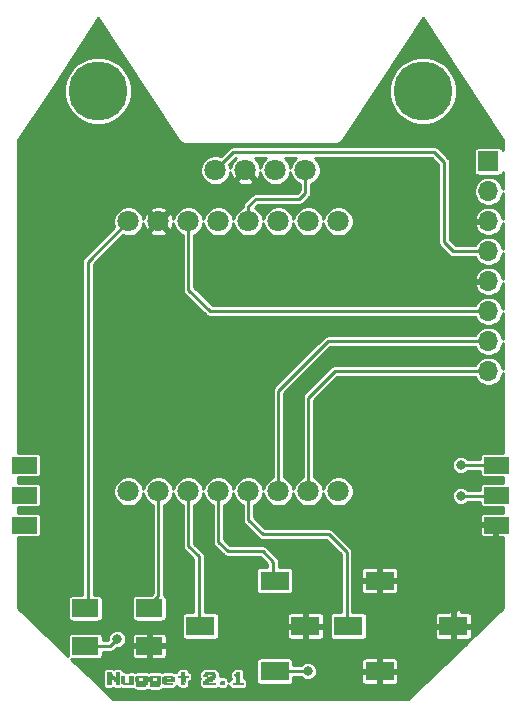
<source format=gbr>
G04 #@! TF.GenerationSoftware,KiCad,Pcbnew,5.1.5+dfsg1-2build2*
G04 #@! TF.CreationDate,2021-10-07T21:38:51-07:00*
G04 #@! TF.ProjectId,Nugget-PCB,4e756767-6574-42d5-9043-422e6b696361,rev?*
G04 #@! TF.SameCoordinates,Original*
G04 #@! TF.FileFunction,Copper,L1,Top*
G04 #@! TF.FilePolarity,Positive*
%FSLAX46Y46*%
G04 Gerber Fmt 4.6, Leading zero omitted, Abs format (unit mm)*
G04 Created by KiCad (PCBNEW 5.1.5+dfsg1-2build2) date 2021-10-07 21:38:51*
%MOMM*%
%LPD*%
G04 APERTURE LIST*
%ADD10C,0.010000*%
%ADD11R,2.400000X1.600000*%
%ADD12C,1.800000*%
%ADD13R,2.200000X1.500000*%
%ADD14O,1.700000X1.700000*%
%ADD15R,1.700000X1.700000*%
%ADD16C,5.000000*%
%ADD17C,0.800000*%
%ADD18C,0.250000*%
%ADD19C,0.500000*%
%ADD20C,0.254000*%
G04 APERTURE END LIST*
D10*
G36*
X-9630833Y-26246667D02*
G01*
X-9704917Y-26246667D01*
X-9754570Y-26249943D01*
X-9774933Y-26268430D01*
X-9778991Y-26315111D01*
X-9779000Y-26320750D01*
X-9779000Y-26394834D01*
X-10498667Y-26394834D01*
X-10498667Y-26246667D01*
X-9927167Y-26246667D01*
X-9927167Y-26098500D01*
X-10498667Y-26098500D01*
X-10498667Y-26024417D01*
X-10501943Y-25974764D01*
X-10520430Y-25954401D01*
X-10567111Y-25950343D01*
X-10572750Y-25950334D01*
X-10646833Y-25950334D01*
X-10646833Y-25654000D01*
X-10572750Y-25654000D01*
X-10350500Y-25654000D01*
X-10350500Y-25950334D01*
X-9927167Y-25950334D01*
X-9927167Y-25654000D01*
X-10350500Y-25654000D01*
X-10572750Y-25654000D01*
X-10522976Y-25650460D01*
X-10502561Y-25632505D01*
X-10498667Y-25590500D01*
X-10498667Y-25527000D01*
X-9630833Y-25527000D01*
X-9630833Y-26246667D01*
G37*
X-9630833Y-26246667D02*
X-9704917Y-26246667D01*
X-9754570Y-26249943D01*
X-9774933Y-26268430D01*
X-9778991Y-26315111D01*
X-9779000Y-26320750D01*
X-9779000Y-26394834D01*
X-10498667Y-26394834D01*
X-10498667Y-26246667D01*
X-9927167Y-26246667D01*
X-9927167Y-26098500D01*
X-10498667Y-26098500D01*
X-10498667Y-26024417D01*
X-10501943Y-25974764D01*
X-10520430Y-25954401D01*
X-10567111Y-25950343D01*
X-10572750Y-25950334D01*
X-10646833Y-25950334D01*
X-10646833Y-25654000D01*
X-10572750Y-25654000D01*
X-10350500Y-25654000D01*
X-10350500Y-25950334D01*
X-9927167Y-25950334D01*
X-9927167Y-25654000D01*
X-10350500Y-25654000D01*
X-10572750Y-25654000D01*
X-10522976Y-25650460D01*
X-10502561Y-25632505D01*
X-10498667Y-25590500D01*
X-10498667Y-25527000D01*
X-9630833Y-25527000D01*
X-9630833Y-26246667D01*
G36*
X-8466667Y-26246667D02*
G01*
X-8540750Y-26246667D01*
X-8590403Y-26249943D01*
X-8610766Y-26268430D01*
X-8614824Y-26315111D01*
X-8614833Y-26320750D01*
X-8614833Y-26394834D01*
X-9334500Y-26394834D01*
X-9334500Y-26246667D01*
X-8763000Y-26246667D01*
X-8763000Y-26098500D01*
X-9331818Y-26098500D01*
X-9338451Y-26029709D01*
X-9348713Y-25981218D01*
X-9376309Y-25960331D01*
X-9413875Y-25954284D01*
X-9454841Y-25950334D01*
X-9209434Y-25950334D01*
X-8763000Y-25950334D01*
X-8763000Y-25652519D01*
X-8979958Y-25658551D01*
X-9196917Y-25664584D01*
X-9203176Y-25807459D01*
X-9209434Y-25950334D01*
X-9454841Y-25950334D01*
X-9482667Y-25947651D01*
X-9482667Y-25654000D01*
X-9408583Y-25654000D01*
X-9358810Y-25650460D01*
X-9338395Y-25632505D01*
X-9334500Y-25590500D01*
X-9334500Y-25527000D01*
X-8466667Y-25527000D01*
X-8466667Y-26246667D01*
G37*
X-8466667Y-26246667D02*
X-8540750Y-26246667D01*
X-8590403Y-26249943D01*
X-8610766Y-26268430D01*
X-8614824Y-26315111D01*
X-8614833Y-26320750D01*
X-8614833Y-26394834D01*
X-9334500Y-26394834D01*
X-9334500Y-26246667D01*
X-8763000Y-26246667D01*
X-8763000Y-26098500D01*
X-9331818Y-26098500D01*
X-9338451Y-26029709D01*
X-9348713Y-25981218D01*
X-9376309Y-25960331D01*
X-9413875Y-25954284D01*
X-9454841Y-25950334D01*
X-9209434Y-25950334D01*
X-8763000Y-25950334D01*
X-8763000Y-25652519D01*
X-8979958Y-25658551D01*
X-9196917Y-25664584D01*
X-9203176Y-25807459D01*
X-9209434Y-25950334D01*
X-9454841Y-25950334D01*
X-9482667Y-25947651D01*
X-9482667Y-25654000D01*
X-9408583Y-25654000D01*
X-9358810Y-25650460D01*
X-9338395Y-25632505D01*
X-9334500Y-25590500D01*
X-9334500Y-25527000D01*
X-8466667Y-25527000D01*
X-8466667Y-26246667D01*
G36*
X-12678833Y-25304750D02*
G01*
X-12675252Y-25354550D01*
X-12657344Y-25374974D01*
X-12616675Y-25378834D01*
X-12573019Y-25384375D01*
X-12553857Y-25409713D01*
X-12547883Y-25447625D01*
X-12537621Y-25496116D01*
X-12510025Y-25517003D01*
X-12472458Y-25523050D01*
X-12424736Y-25532658D01*
X-12406233Y-25557337D01*
X-12403667Y-25591841D01*
X-12399398Y-25633625D01*
X-12378054Y-25650762D01*
X-12329583Y-25654000D01*
X-12255500Y-25654000D01*
X-12255500Y-25230667D01*
X-11959167Y-25230667D01*
X-11959167Y-26246667D01*
X-12255500Y-26246667D01*
X-12255500Y-25950334D01*
X-12329583Y-25950334D01*
X-12379236Y-25947057D01*
X-12399600Y-25928570D01*
X-12403658Y-25881889D01*
X-12403667Y-25876250D01*
X-12406943Y-25826597D01*
X-12425430Y-25806234D01*
X-12472111Y-25802176D01*
X-12477750Y-25802167D01*
X-12527403Y-25798890D01*
X-12547766Y-25780404D01*
X-12551824Y-25733722D01*
X-12551833Y-25728084D01*
X-12555392Y-25678299D01*
X-12573325Y-25657880D01*
X-12614736Y-25654000D01*
X-12677639Y-25654000D01*
X-12689417Y-26236084D01*
X-12832292Y-26242342D01*
X-12975167Y-26248601D01*
X-12975167Y-25230667D01*
X-12678833Y-25230667D01*
X-12678833Y-25304750D01*
G37*
X-12678833Y-25304750D02*
X-12675252Y-25354550D01*
X-12657344Y-25374974D01*
X-12616675Y-25378834D01*
X-12573019Y-25384375D01*
X-12553857Y-25409713D01*
X-12547883Y-25447625D01*
X-12537621Y-25496116D01*
X-12510025Y-25517003D01*
X-12472458Y-25523050D01*
X-12424736Y-25532658D01*
X-12406233Y-25557337D01*
X-12403667Y-25591841D01*
X-12399398Y-25633625D01*
X-12378054Y-25650762D01*
X-12329583Y-25654000D01*
X-12255500Y-25654000D01*
X-12255500Y-25230667D01*
X-11959167Y-25230667D01*
X-11959167Y-26246667D01*
X-12255500Y-26246667D01*
X-12255500Y-25950334D01*
X-12329583Y-25950334D01*
X-12379236Y-25947057D01*
X-12399600Y-25928570D01*
X-12403658Y-25881889D01*
X-12403667Y-25876250D01*
X-12406943Y-25826597D01*
X-12425430Y-25806234D01*
X-12472111Y-25802176D01*
X-12477750Y-25802167D01*
X-12527403Y-25798890D01*
X-12547766Y-25780404D01*
X-12551824Y-25733722D01*
X-12551833Y-25728084D01*
X-12555392Y-25678299D01*
X-12573325Y-25657880D01*
X-12614736Y-25654000D01*
X-12677639Y-25654000D01*
X-12689417Y-26236084D01*
X-12832292Y-26242342D01*
X-12975167Y-26248601D01*
X-12975167Y-25230667D01*
X-12678833Y-25230667D01*
X-12678833Y-25304750D01*
G36*
X-11514667Y-26098500D02*
G01*
X-11091333Y-26098500D01*
X-11091333Y-25527000D01*
X-10795000Y-25527000D01*
X-10795000Y-26246667D01*
X-11662833Y-26246667D01*
X-11662833Y-26172584D01*
X-11666110Y-26122931D01*
X-11684597Y-26102567D01*
X-11731278Y-26098509D01*
X-11736917Y-26098500D01*
X-11811000Y-26098500D01*
X-11811000Y-25527000D01*
X-11514667Y-25527000D01*
X-11514667Y-26098500D01*
G37*
X-11514667Y-26098500D02*
X-11091333Y-26098500D01*
X-11091333Y-25527000D01*
X-10795000Y-25527000D01*
X-10795000Y-26246667D01*
X-11662833Y-26246667D01*
X-11662833Y-26172584D01*
X-11666110Y-26122931D01*
X-11684597Y-26102567D01*
X-11731278Y-26098509D01*
X-11736917Y-26098500D01*
X-11811000Y-26098500D01*
X-11811000Y-25527000D01*
X-11514667Y-25527000D01*
X-11514667Y-26098500D01*
G36*
X-7450667Y-25589159D02*
G01*
X-7445125Y-25632814D01*
X-7419788Y-25651976D01*
X-7381875Y-25657951D01*
X-7313083Y-25664584D01*
X-7300589Y-25949326D01*
X-7666670Y-25955121D01*
X-8032750Y-25960917D01*
X-8039383Y-26029709D01*
X-8046016Y-26098500D01*
X-7450667Y-26098500D01*
X-7450667Y-26246667D01*
X-8170333Y-26246667D01*
X-8170333Y-26172584D01*
X-8173610Y-26122931D01*
X-8192097Y-26102567D01*
X-8238778Y-26098509D01*
X-8244417Y-26098500D01*
X-8318500Y-26098500D01*
X-8318500Y-25802167D01*
X-8046016Y-25802167D01*
X-7598833Y-25802167D01*
X-7598833Y-25652519D01*
X-7815792Y-25658551D01*
X-8032750Y-25664584D01*
X-8039383Y-25733375D01*
X-8046016Y-25802167D01*
X-8318500Y-25802167D01*
X-8318500Y-25654000D01*
X-8244417Y-25654000D01*
X-8194643Y-25650460D01*
X-8174228Y-25632505D01*
X-8170333Y-25590500D01*
X-8170333Y-25527000D01*
X-7450667Y-25527000D01*
X-7450667Y-25589159D01*
G37*
X-7450667Y-25589159D02*
X-7445125Y-25632814D01*
X-7419788Y-25651976D01*
X-7381875Y-25657951D01*
X-7313083Y-25664584D01*
X-7300589Y-25949326D01*
X-7666670Y-25955121D01*
X-8032750Y-25960917D01*
X-8039383Y-26029709D01*
X-8046016Y-26098500D01*
X-7450667Y-26098500D01*
X-7450667Y-26246667D01*
X-8170333Y-26246667D01*
X-8170333Y-26172584D01*
X-8173610Y-26122931D01*
X-8192097Y-26102567D01*
X-8238778Y-26098509D01*
X-8244417Y-26098500D01*
X-8318500Y-26098500D01*
X-8318500Y-25802167D01*
X-8046016Y-25802167D01*
X-7598833Y-25802167D01*
X-7598833Y-25652519D01*
X-7815792Y-25658551D01*
X-8032750Y-25664584D01*
X-8039383Y-25733375D01*
X-8046016Y-25802167D01*
X-8318500Y-25802167D01*
X-8318500Y-25654000D01*
X-8244417Y-25654000D01*
X-8194643Y-25650460D01*
X-8174228Y-25632505D01*
X-8170333Y-25590500D01*
X-8170333Y-25527000D01*
X-7450667Y-25527000D01*
X-7450667Y-25589159D01*
G36*
X-6434667Y-25527000D02*
G01*
X-6138333Y-25527000D01*
X-6138333Y-25589533D01*
X-6139920Y-25622701D01*
X-6150942Y-25641884D01*
X-6180793Y-25651603D01*
X-6238869Y-25656383D01*
X-6281208Y-25658325D01*
X-6424083Y-25664584D01*
X-6429972Y-25955625D01*
X-6435861Y-26246667D01*
X-6731000Y-26246667D01*
X-6731000Y-25654000D01*
X-7006167Y-25654000D01*
X-7006167Y-25527000D01*
X-6731000Y-25527000D01*
X-6731000Y-25230667D01*
X-6434667Y-25230667D01*
X-6434667Y-25527000D01*
G37*
X-6434667Y-25527000D02*
X-6138333Y-25527000D01*
X-6138333Y-25589533D01*
X-6139920Y-25622701D01*
X-6150942Y-25641884D01*
X-6180793Y-25651603D01*
X-6238869Y-25656383D01*
X-6281208Y-25658325D01*
X-6424083Y-25664584D01*
X-6429972Y-25955625D01*
X-6435861Y-26246667D01*
X-6731000Y-26246667D01*
X-6731000Y-25654000D01*
X-7006167Y-25654000D01*
X-7006167Y-25527000D01*
X-6731000Y-25527000D01*
X-6731000Y-25230667D01*
X-6434667Y-25230667D01*
X-6434667Y-25527000D01*
G36*
X-3958167Y-25304750D02*
G01*
X-3954890Y-25354403D01*
X-3936404Y-25374766D01*
X-3889722Y-25378824D01*
X-3884083Y-25378834D01*
X-3810000Y-25378834D01*
X-3810000Y-25654000D01*
X-3884083Y-25654000D01*
X-3933736Y-25657277D01*
X-3954100Y-25675763D01*
X-3958158Y-25722445D01*
X-3958167Y-25728084D01*
X-3961443Y-25777736D01*
X-3979930Y-25798100D01*
X-4026611Y-25802158D01*
X-4032250Y-25802167D01*
X-4081903Y-25805443D01*
X-4102266Y-25823930D01*
X-4106324Y-25870611D01*
X-4106333Y-25876250D01*
X-4106333Y-25950334D01*
X-4402667Y-25950334D01*
X-4402667Y-26098500D01*
X-3810000Y-26098500D01*
X-3810000Y-26246667D01*
X-4826000Y-26246667D01*
X-4826000Y-25950334D01*
X-4751917Y-25950334D01*
X-4702264Y-25947057D01*
X-4681901Y-25928570D01*
X-4677843Y-25881889D01*
X-4677833Y-25876250D01*
X-4674252Y-25826451D01*
X-4656344Y-25806026D01*
X-4615675Y-25802167D01*
X-4572019Y-25796625D01*
X-4552857Y-25771288D01*
X-4546883Y-25733375D01*
X-4540250Y-25664584D01*
X-4397375Y-25658325D01*
X-4321751Y-25654318D01*
X-4279026Y-25647622D01*
X-4259807Y-25633715D01*
X-4254698Y-25608073D01*
X-4254500Y-25589533D01*
X-4250271Y-25547504D01*
X-4229040Y-25530266D01*
X-4180417Y-25527000D01*
X-4130764Y-25523724D01*
X-4110401Y-25505237D01*
X-4106343Y-25458556D01*
X-4106333Y-25452917D01*
X-4106333Y-25378834D01*
X-4550833Y-25378834D01*
X-4550833Y-25527000D01*
X-4826000Y-25527000D01*
X-4826000Y-25454258D01*
X-4821894Y-25404533D01*
X-4801326Y-25382667D01*
X-4757208Y-25374883D01*
X-4708718Y-25364621D01*
X-4687831Y-25337025D01*
X-4681784Y-25299459D01*
X-4675151Y-25230667D01*
X-3958167Y-25230667D01*
X-3958167Y-25304750D01*
G37*
X-3958167Y-25304750D02*
X-3954890Y-25354403D01*
X-3936404Y-25374766D01*
X-3889722Y-25378824D01*
X-3884083Y-25378834D01*
X-3810000Y-25378834D01*
X-3810000Y-25654000D01*
X-3884083Y-25654000D01*
X-3933736Y-25657277D01*
X-3954100Y-25675763D01*
X-3958158Y-25722445D01*
X-3958167Y-25728084D01*
X-3961443Y-25777736D01*
X-3979930Y-25798100D01*
X-4026611Y-25802158D01*
X-4032250Y-25802167D01*
X-4081903Y-25805443D01*
X-4102266Y-25823930D01*
X-4106324Y-25870611D01*
X-4106333Y-25876250D01*
X-4106333Y-25950334D01*
X-4402667Y-25950334D01*
X-4402667Y-26098500D01*
X-3810000Y-26098500D01*
X-3810000Y-26246667D01*
X-4826000Y-26246667D01*
X-4826000Y-25950334D01*
X-4751917Y-25950334D01*
X-4702264Y-25947057D01*
X-4681901Y-25928570D01*
X-4677843Y-25881889D01*
X-4677833Y-25876250D01*
X-4674252Y-25826451D01*
X-4656344Y-25806026D01*
X-4615675Y-25802167D01*
X-4572019Y-25796625D01*
X-4552857Y-25771288D01*
X-4546883Y-25733375D01*
X-4540250Y-25664584D01*
X-4397375Y-25658325D01*
X-4321751Y-25654318D01*
X-4279026Y-25647622D01*
X-4259807Y-25633715D01*
X-4254698Y-25608073D01*
X-4254500Y-25589533D01*
X-4250271Y-25547504D01*
X-4229040Y-25530266D01*
X-4180417Y-25527000D01*
X-4130764Y-25523724D01*
X-4110401Y-25505237D01*
X-4106343Y-25458556D01*
X-4106333Y-25452917D01*
X-4106333Y-25378834D01*
X-4550833Y-25378834D01*
X-4550833Y-25527000D01*
X-4826000Y-25527000D01*
X-4826000Y-25454258D01*
X-4821894Y-25404533D01*
X-4801326Y-25382667D01*
X-4757208Y-25374883D01*
X-4708718Y-25364621D01*
X-4687831Y-25337025D01*
X-4681784Y-25299459D01*
X-4675151Y-25230667D01*
X-3958167Y-25230667D01*
X-3958167Y-25304750D01*
G36*
X-3090333Y-26246667D02*
G01*
X-3388601Y-26246667D01*
X-3376083Y-25960917D01*
X-3090333Y-25948399D01*
X-3090333Y-26246667D01*
G37*
X-3090333Y-26246667D02*
X-3388601Y-26246667D01*
X-3376083Y-25960917D01*
X-3090333Y-25948399D01*
X-3090333Y-26246667D01*
G36*
X-1778000Y-26098500D02*
G01*
X-1481667Y-26098500D01*
X-1481667Y-26246667D01*
X-2349500Y-26246667D01*
X-2349500Y-26098500D01*
X-2074333Y-26098500D01*
X-2074333Y-25529682D01*
X-2143125Y-25523050D01*
X-2191616Y-25512787D01*
X-2212503Y-25485192D01*
X-2218550Y-25447625D01*
X-2219888Y-25401863D01*
X-2203956Y-25382837D01*
X-2159060Y-25378856D01*
X-2149758Y-25378834D01*
X-2099513Y-25375717D01*
X-2078672Y-25357933D01*
X-2074353Y-25312828D01*
X-2074333Y-25304750D01*
X-2074333Y-25230667D01*
X-1778000Y-25230667D01*
X-1778000Y-26098500D01*
G37*
X-1778000Y-26098500D02*
X-1481667Y-26098500D01*
X-1481667Y-26246667D01*
X-2349500Y-26246667D01*
X-2349500Y-26098500D01*
X-2074333Y-26098500D01*
X-2074333Y-25529682D01*
X-2143125Y-25523050D01*
X-2191616Y-25512787D01*
X-2212503Y-25485192D01*
X-2218550Y-25447625D01*
X-2219888Y-25401863D01*
X-2203956Y-25382837D01*
X-2159060Y-25378856D01*
X-2149758Y-25378834D01*
X-2099513Y-25375717D01*
X-2078672Y-25357933D01*
X-2074353Y-25312828D01*
X-2074333Y-25304750D01*
X-2074333Y-25230667D01*
X-1778000Y-25230667D01*
X-1778000Y-26098500D01*
G36*
X-18965333Y-13419667D02*
G01*
X-20997333Y-13419667D01*
X-20997333Y-12107334D01*
X-18965333Y-12107334D01*
X-18965333Y-13419667D01*
G37*
X-18965333Y-13419667D02*
X-20997333Y-13419667D01*
X-20997333Y-12107334D01*
X-18965333Y-12107334D01*
X-18965333Y-13419667D01*
G36*
X20997333Y-13419667D02*
G01*
X19984861Y-13419667D01*
X19781766Y-13419380D01*
X19591690Y-13418560D01*
X19418806Y-13417262D01*
X19267289Y-13415544D01*
X19141311Y-13413464D01*
X19045047Y-13411079D01*
X18982672Y-13408446D01*
X18958357Y-13405624D01*
X18958278Y-13405556D01*
X18954753Y-13381625D01*
X18951550Y-13320658D01*
X18948783Y-13227953D01*
X18946565Y-13108806D01*
X18945011Y-12968514D01*
X18944234Y-12812375D01*
X18944167Y-12749389D01*
X18944167Y-12107334D01*
X20997333Y-12107334D01*
X20997333Y-13419667D01*
G37*
X20997333Y-13419667D02*
X19984861Y-13419667D01*
X19781766Y-13419380D01*
X19591690Y-13418560D01*
X19418806Y-13417262D01*
X19267289Y-13415544D01*
X19141311Y-13413464D01*
X19045047Y-13411079D01*
X18982672Y-13408446D01*
X18958357Y-13405624D01*
X18958278Y-13405556D01*
X18954753Y-13381625D01*
X18951550Y-13320658D01*
X18948783Y-13227953D01*
X18946565Y-13108806D01*
X18945011Y-12968514D01*
X18944234Y-12812375D01*
X18944167Y-12749389D01*
X18944167Y-12107334D01*
X20997333Y-12107334D01*
X20997333Y-13419667D01*
G36*
X-18965333Y-10879667D02*
G01*
X-20997333Y-10879667D01*
X-20997333Y-9567334D01*
X-18965333Y-9567334D01*
X-18965333Y-10879667D01*
G37*
X-18965333Y-10879667D02*
X-20997333Y-10879667D01*
X-20997333Y-9567334D01*
X-18965333Y-9567334D01*
X-18965333Y-10879667D01*
G36*
X20997333Y-10879667D02*
G01*
X19984861Y-10879667D01*
X19781766Y-10879380D01*
X19591690Y-10878560D01*
X19418806Y-10877262D01*
X19267289Y-10875544D01*
X19141311Y-10873464D01*
X19045047Y-10871079D01*
X18982672Y-10868446D01*
X18958357Y-10865624D01*
X18958278Y-10865556D01*
X18954753Y-10841625D01*
X18951550Y-10780658D01*
X18948783Y-10687953D01*
X18946565Y-10568806D01*
X18945011Y-10428514D01*
X18944234Y-10272375D01*
X18944167Y-10209389D01*
X18944167Y-9567334D01*
X20997333Y-9567334D01*
X20997333Y-10879667D01*
G37*
X20997333Y-10879667D02*
X19984861Y-10879667D01*
X19781766Y-10879380D01*
X19591690Y-10878560D01*
X19418806Y-10877262D01*
X19267289Y-10875544D01*
X19141311Y-10873464D01*
X19045047Y-10871079D01*
X18982672Y-10868446D01*
X18958357Y-10865624D01*
X18958278Y-10865556D01*
X18954753Y-10841625D01*
X18951550Y-10780658D01*
X18948783Y-10687953D01*
X18946565Y-10568806D01*
X18945011Y-10428514D01*
X18944234Y-10272375D01*
X18944167Y-10209389D01*
X18944167Y-9567334D01*
X20997333Y-9567334D01*
X20997333Y-10879667D01*
G36*
X-18965333Y-8339667D02*
G01*
X-20997333Y-8339667D01*
X-20997333Y-7027334D01*
X-18965333Y-7027334D01*
X-18965333Y-8339667D01*
G37*
X-18965333Y-8339667D02*
X-20997333Y-8339667D01*
X-20997333Y-7027334D01*
X-18965333Y-7027334D01*
X-18965333Y-8339667D01*
G36*
X20997333Y-8339667D02*
G01*
X19984861Y-8339667D01*
X19781766Y-8339380D01*
X19591690Y-8338560D01*
X19418806Y-8337262D01*
X19267289Y-8335544D01*
X19141311Y-8333464D01*
X19045047Y-8331079D01*
X18982672Y-8328446D01*
X18958357Y-8325624D01*
X18958278Y-8325556D01*
X18954753Y-8301625D01*
X18951550Y-8240658D01*
X18948783Y-8147953D01*
X18946565Y-8028806D01*
X18945011Y-7888514D01*
X18944234Y-7732375D01*
X18944167Y-7669389D01*
X18944167Y-7027334D01*
X20997333Y-7027334D01*
X20997333Y-8339667D01*
G37*
X20997333Y-8339667D02*
X19984861Y-8339667D01*
X19781766Y-8339380D01*
X19591690Y-8338560D01*
X19418806Y-8337262D01*
X19267289Y-8335544D01*
X19141311Y-8333464D01*
X19045047Y-8331079D01*
X18982672Y-8328446D01*
X18958357Y-8325624D01*
X18958278Y-8325556D01*
X18954753Y-8301625D01*
X18951550Y-8240658D01*
X18948783Y-8147953D01*
X18946565Y-8028806D01*
X18945011Y-7888514D01*
X18944234Y-7732375D01*
X18944167Y-7669389D01*
X18944167Y-7027334D01*
X20997333Y-7027334D01*
X20997333Y-8339667D01*
D11*
X1206500Y-25146000D03*
X10096500Y-25146000D03*
X1206500Y-17462500D03*
X10096500Y-17462500D03*
X-5080000Y-21314000D03*
X3810000Y-21314000D03*
X7429500Y-21314000D03*
X16319500Y-21314000D03*
D12*
X6604000Y12954000D03*
X6604000Y-9906000D03*
X4064000Y12954000D03*
X4064000Y-9906000D03*
X1524000Y12954000D03*
X1524000Y-9906000D03*
X-1016000Y12954000D03*
X-1016000Y-9906000D03*
X-3556000Y12954000D03*
X-3556000Y-9906000D03*
X-6096000Y12954000D03*
X-6096000Y-9906000D03*
X-8636000Y12954000D03*
X-8636000Y-9906000D03*
X-11176000Y12954000D03*
X-11176000Y-9906000D03*
X-3810000Y17290000D03*
X-1270000Y17290000D03*
X1270000Y17290000D03*
X3810000Y17290000D03*
D13*
X-9428500Y-22999500D03*
X-9428500Y-19799500D03*
X-14828500Y-22999500D03*
X-14828500Y-19799500D03*
D14*
X19304000Y254000D03*
X19304000Y2794000D03*
X19304000Y5334000D03*
X19304000Y7874000D03*
X19304000Y10414000D03*
X19304000Y12954000D03*
X19304000Y15494000D03*
D15*
X19304000Y18034000D03*
D16*
X13750000Y24000000D03*
X-13750000Y24000000D03*
D17*
X16954500Y-10287000D03*
X-12128500Y-22415500D03*
X4000500Y-25146000D03*
X16954500Y-7683500D03*
D18*
X-1016000Y14226792D02*
X-383792Y14859000D01*
X-1016000Y12954000D02*
X-1016000Y14226792D01*
X-383792Y14859000D02*
X3302000Y14859000D01*
X3810000Y15367000D02*
X3810000Y17290000D01*
X3302000Y14859000D02*
X3810000Y15367000D01*
X-3810000Y17290000D02*
X-2304000Y18796000D01*
X-2304000Y18796000D02*
X14732000Y18796000D01*
X14732000Y18796000D02*
X15557500Y17970500D01*
X15557500Y17970500D02*
X15557500Y11176000D01*
X16319500Y10414000D02*
X19304000Y10414000D01*
X15557500Y11176000D02*
X16319500Y10414000D01*
X-8636000Y-18757000D02*
X-8636000Y-9906000D01*
X-9678500Y-19799500D02*
X-8636000Y-18757000D01*
X17018000Y-10287000D02*
X17018000Y-10287000D01*
X-14578500Y-22999500D02*
X-12712500Y-22999500D01*
X-12712500Y-22999500D02*
X-12128500Y-22415500D01*
X-12128500Y-22415500D02*
X-12128500Y-22415500D01*
X16954500Y-10287000D02*
X19812000Y-10287000D01*
X-3556000Y-11178792D02*
X-3556000Y-9906000D01*
X-3556000Y-14185000D02*
X-3556000Y-11178792D01*
X1061500Y-17462500D02*
X1061500Y-15857000D01*
X1061500Y-15857000D02*
X190500Y-14986000D01*
X-2755000Y-14986000D02*
X-3556000Y-14185000D01*
X190500Y-14986000D02*
X-2755000Y-14986000D01*
X-5225000Y-21314000D02*
X-5225000Y-15412500D01*
X-6096000Y-14541500D02*
X-6096000Y-9906000D01*
X-5225000Y-15412500D02*
X-6096000Y-14541500D01*
X7284500Y-21314000D02*
X7284500Y-15031500D01*
X7284500Y-15031500D02*
X5778500Y-13525500D01*
X5778500Y-13525500D02*
X190500Y-13525500D01*
X-1016000Y-12319000D02*
X-1016000Y-9906000D01*
X190500Y-13525500D02*
X-1016000Y-12319000D01*
X4064000Y-9906000D02*
X4064000Y-1968500D01*
X6286500Y254000D02*
X19304000Y254000D01*
X4064000Y-1968500D02*
X6286500Y254000D01*
X19304000Y2794000D02*
X5715000Y2794000D01*
X1524000Y-1397000D02*
X1524000Y-9906000D01*
X5715000Y2794000D02*
X1524000Y-1397000D01*
X4000500Y-25146000D02*
X1061500Y-25146000D01*
X-6096000Y12954000D02*
X-6096000Y7175500D01*
X-4254500Y5334000D02*
X19304000Y5334000D01*
X-6096000Y7175500D02*
X-4254500Y5334000D01*
X19939000Y-7683500D02*
X16954500Y-7683500D01*
X16954500Y-7683500D02*
X16954500Y-7683500D01*
X-14578500Y9551500D02*
X-11176000Y12954000D01*
X-14578500Y-19799500D02*
X-14578500Y9551500D01*
D19*
X19921361Y-15642167D02*
X19921361Y-13038667D01*
D18*
X16464500Y-21314000D02*
X16464500Y-13317000D01*
X16464500Y-13317000D02*
X17018000Y-12763500D01*
D19*
X17018000Y-12763500D02*
X19621500Y-12763500D01*
D20*
G36*
X20523000Y19856945D02*
G01*
X20523000Y18966295D01*
X20503988Y19028970D01*
X20468981Y19094463D01*
X20421869Y19151869D01*
X20364463Y19198981D01*
X20298970Y19233988D01*
X20227905Y19255545D01*
X20154000Y19262824D01*
X18454000Y19262824D01*
X18380095Y19255545D01*
X18309030Y19233988D01*
X18243537Y19198981D01*
X18186131Y19151869D01*
X18139019Y19094463D01*
X18104012Y19028970D01*
X18082455Y18957905D01*
X18075176Y18884000D01*
X18075176Y17184000D01*
X18082455Y17110095D01*
X18104012Y17039030D01*
X18139019Y16973537D01*
X18186131Y16916131D01*
X18243537Y16869019D01*
X18309030Y16834012D01*
X18380095Y16812455D01*
X18454000Y16805176D01*
X20154000Y16805176D01*
X20227905Y16812455D01*
X20298970Y16834012D01*
X20364463Y16869019D01*
X20421869Y16916131D01*
X20468981Y16973537D01*
X20503988Y17039030D01*
X20523000Y17101705D01*
X20523000Y15655067D01*
X20483847Y15851903D01*
X20391353Y16075202D01*
X20257073Y16276167D01*
X20086167Y16447073D01*
X19885202Y16581353D01*
X19661903Y16673847D01*
X19424849Y16721000D01*
X19183151Y16721000D01*
X18946097Y16673847D01*
X18722798Y16581353D01*
X18521833Y16447073D01*
X18350927Y16276167D01*
X18216647Y16075202D01*
X18124153Y15851903D01*
X18077000Y15614849D01*
X18077000Y15373151D01*
X18124153Y15136097D01*
X18216647Y14912798D01*
X18350927Y14711833D01*
X18521833Y14540927D01*
X18722798Y14406647D01*
X18840798Y14357769D01*
X18672748Y14298157D01*
X18422645Y14149178D01*
X18206412Y13954269D01*
X18032359Y13720920D01*
X17907175Y13458099D01*
X17862524Y13310890D01*
X17983845Y13081000D01*
X19177000Y13081000D01*
X19177000Y13101000D01*
X19431000Y13101000D01*
X19431000Y13081000D01*
X19451000Y13081000D01*
X19451000Y12827000D01*
X19431000Y12827000D01*
X19431000Y12807000D01*
X19177000Y12807000D01*
X19177000Y12827000D01*
X17983845Y12827000D01*
X17862524Y12597110D01*
X17907175Y12449901D01*
X18032359Y12187080D01*
X18206412Y11953731D01*
X18422645Y11758822D01*
X18672748Y11609843D01*
X18840798Y11550231D01*
X18722798Y11501353D01*
X18521833Y11367073D01*
X18350927Y11196167D01*
X18216647Y10995202D01*
X18183840Y10916000D01*
X16527436Y10916000D01*
X16059500Y11383934D01*
X16059500Y17945858D01*
X16061927Y17970501D01*
X16059500Y17995144D01*
X16059500Y17995153D01*
X16052236Y18068909D01*
X16023531Y18163536D01*
X15976917Y18250745D01*
X15941418Y18294000D01*
X15929899Y18308036D01*
X15929897Y18308038D01*
X15914184Y18327184D01*
X15895038Y18342897D01*
X15104401Y19133533D01*
X15088684Y19152684D01*
X15012245Y19215417D01*
X14925036Y19262031D01*
X14830409Y19290736D01*
X14756653Y19298000D01*
X14756643Y19298000D01*
X14732000Y19300427D01*
X14707357Y19298000D01*
X-2279355Y19298000D01*
X-2304000Y19300427D01*
X-2328646Y19298000D01*
X-2328653Y19298000D01*
X-2393568Y19291607D01*
X-2402410Y19290736D01*
X-2497037Y19262031D01*
X-2584246Y19215417D01*
X-2641536Y19168400D01*
X-2641544Y19168392D01*
X-2660684Y19152684D01*
X-2676393Y19133543D01*
X-3334626Y18475309D01*
X-3437513Y18517926D01*
X-3684226Y18567000D01*
X-3935774Y18567000D01*
X-4182487Y18517926D01*
X-4414886Y18421663D01*
X-4624040Y18281911D01*
X-4801911Y18104040D01*
X-4941663Y17894886D01*
X-5037926Y17662487D01*
X-5087000Y17415774D01*
X-5087000Y17164226D01*
X-5037926Y16917513D01*
X-4941663Y16685114D01*
X-4801911Y16475960D01*
X-4624040Y16298089D01*
X-4414886Y16158337D01*
X-4182487Y16062074D01*
X-3935774Y16013000D01*
X-3684226Y16013000D01*
X-3437513Y16062074D01*
X-3205114Y16158337D01*
X-3103969Y16225920D01*
X-2154475Y16225920D01*
X-2070792Y15971739D01*
X-1798225Y15840842D01*
X-1505358Y15765635D01*
X-1203447Y15749009D01*
X-904093Y15791603D01*
X-618801Y15891778D01*
X-469208Y15971739D01*
X-385525Y16225920D01*
X-1270000Y17110395D01*
X-2154475Y16225920D01*
X-3103969Y16225920D01*
X-2995960Y16298089D01*
X-2818089Y16475960D01*
X-2682366Y16679083D01*
X-2668222Y16638801D01*
X-2588261Y16489208D01*
X-2334080Y16405525D01*
X-1449605Y17290000D01*
X-1463748Y17304143D01*
X-1284143Y17483748D01*
X-1270000Y17469605D01*
X-1255858Y17483748D01*
X-1076253Y17304143D01*
X-1090395Y17290000D01*
X-205920Y16405525D01*
X48261Y16489208D01*
X140667Y16681626D01*
X278089Y16475960D01*
X455960Y16298089D01*
X665114Y16158337D01*
X897513Y16062074D01*
X1144226Y16013000D01*
X1395774Y16013000D01*
X1642487Y16062074D01*
X1874886Y16158337D01*
X2084040Y16298089D01*
X2261911Y16475960D01*
X2401663Y16685114D01*
X2497926Y16917513D01*
X2540000Y17129034D01*
X2582074Y16917513D01*
X2678337Y16685114D01*
X2818089Y16475960D01*
X2995960Y16298089D01*
X3205114Y16158337D01*
X3308000Y16115720D01*
X3308000Y15574935D01*
X3094066Y15361000D01*
X-359150Y15361000D01*
X-383793Y15363427D01*
X-408436Y15361000D01*
X-408445Y15361000D01*
X-482201Y15353736D01*
X-576828Y15325031D01*
X-664037Y15278417D01*
X-740476Y15215684D01*
X-756189Y15196538D01*
X-1353537Y14599189D01*
X-1372683Y14583476D01*
X-1388396Y14564330D01*
X-1388399Y14564327D01*
X-1435416Y14507037D01*
X-1482030Y14419828D01*
X-1510735Y14325201D01*
X-1520427Y14226792D01*
X-1517999Y14202139D01*
X-1517999Y14128280D01*
X-1620886Y14085663D01*
X-1830040Y13945911D01*
X-2007911Y13768040D01*
X-2147663Y13558886D01*
X-2243926Y13326487D01*
X-2286000Y13114966D01*
X-2328074Y13326487D01*
X-2424337Y13558886D01*
X-2564089Y13768040D01*
X-2741960Y13945911D01*
X-2951114Y14085663D01*
X-3183513Y14181926D01*
X-3430226Y14231000D01*
X-3681774Y14231000D01*
X-3928487Y14181926D01*
X-4160886Y14085663D01*
X-4370040Y13945911D01*
X-4547911Y13768040D01*
X-4687663Y13558886D01*
X-4783926Y13326487D01*
X-4826000Y13114966D01*
X-4868074Y13326487D01*
X-4964337Y13558886D01*
X-5104089Y13768040D01*
X-5281960Y13945911D01*
X-5491114Y14085663D01*
X-5723513Y14181926D01*
X-5970226Y14231000D01*
X-6221774Y14231000D01*
X-6468487Y14181926D01*
X-6700886Y14085663D01*
X-6910040Y13945911D01*
X-7087911Y13768040D01*
X-7223634Y13564917D01*
X-7237778Y13605199D01*
X-7317739Y13754792D01*
X-7571920Y13838475D01*
X-8456395Y12954000D01*
X-7571920Y12069525D01*
X-7317739Y12153208D01*
X-7225333Y12345626D01*
X-7087911Y12139960D01*
X-6910040Y11962089D01*
X-6700886Y11822337D01*
X-6598000Y11779720D01*
X-6597999Y7200153D01*
X-6600427Y7175500D01*
X-6590735Y7077091D01*
X-6562030Y6982464D01*
X-6515416Y6895255D01*
X-6468399Y6837965D01*
X-6468396Y6837962D01*
X-6452683Y6818816D01*
X-6433537Y6803103D01*
X-4626897Y4996462D01*
X-4611184Y4977316D01*
X-4534745Y4914583D01*
X-4447536Y4867969D01*
X-4352909Y4839264D01*
X-4279153Y4832000D01*
X-4279144Y4832000D01*
X-4254501Y4829573D01*
X-4229858Y4832000D01*
X18183840Y4832000D01*
X18216647Y4752798D01*
X18350927Y4551833D01*
X18521833Y4380927D01*
X18722798Y4246647D01*
X18946097Y4154153D01*
X19183151Y4107000D01*
X19424849Y4107000D01*
X19661903Y4154153D01*
X19885202Y4246647D01*
X20086167Y4380927D01*
X20257073Y4551833D01*
X20391353Y4752798D01*
X20483847Y4976097D01*
X20523000Y5172934D01*
X20523000Y2955066D01*
X20483847Y3151903D01*
X20391353Y3375202D01*
X20257073Y3576167D01*
X20086167Y3747073D01*
X19885202Y3881353D01*
X19661903Y3973847D01*
X19424849Y4021000D01*
X19183151Y4021000D01*
X18946097Y3973847D01*
X18722798Y3881353D01*
X18521833Y3747073D01*
X18350927Y3576167D01*
X18216647Y3375202D01*
X18183840Y3296000D01*
X5739642Y3296000D01*
X5714999Y3298427D01*
X5690356Y3296000D01*
X5690347Y3296000D01*
X5616591Y3288736D01*
X5521964Y3260031D01*
X5434755Y3213417D01*
X5358316Y3150684D01*
X5342603Y3131538D01*
X1186468Y-1024598D01*
X1167316Y-1040316D01*
X1104583Y-1116755D01*
X1057969Y-1203965D01*
X1029264Y-1298592D01*
X1022000Y-1372348D01*
X1022000Y-1372357D01*
X1019573Y-1397000D01*
X1022000Y-1421643D01*
X1022001Y-8731720D01*
X919114Y-8774337D01*
X709960Y-8914089D01*
X532089Y-9091960D01*
X392337Y-9301114D01*
X296074Y-9533513D01*
X254000Y-9745034D01*
X211926Y-9533513D01*
X115663Y-9301114D01*
X-24089Y-9091960D01*
X-201960Y-8914089D01*
X-411114Y-8774337D01*
X-643513Y-8678074D01*
X-890226Y-8629000D01*
X-1141774Y-8629000D01*
X-1388487Y-8678074D01*
X-1620886Y-8774337D01*
X-1830040Y-8914089D01*
X-2007911Y-9091960D01*
X-2147663Y-9301114D01*
X-2243926Y-9533513D01*
X-2286000Y-9745034D01*
X-2328074Y-9533513D01*
X-2424337Y-9301114D01*
X-2564089Y-9091960D01*
X-2741960Y-8914089D01*
X-2951114Y-8774337D01*
X-3183513Y-8678074D01*
X-3430226Y-8629000D01*
X-3681774Y-8629000D01*
X-3928487Y-8678074D01*
X-4160886Y-8774337D01*
X-4370040Y-8914089D01*
X-4547911Y-9091960D01*
X-4687663Y-9301114D01*
X-4783926Y-9533513D01*
X-4826000Y-9745034D01*
X-4868074Y-9533513D01*
X-4964337Y-9301114D01*
X-5104089Y-9091960D01*
X-5281960Y-8914089D01*
X-5491114Y-8774337D01*
X-5723513Y-8678074D01*
X-5970226Y-8629000D01*
X-6221774Y-8629000D01*
X-6468487Y-8678074D01*
X-6700886Y-8774337D01*
X-6910040Y-8914089D01*
X-7087911Y-9091960D01*
X-7227663Y-9301114D01*
X-7323926Y-9533513D01*
X-7366000Y-9745034D01*
X-7408074Y-9533513D01*
X-7504337Y-9301114D01*
X-7644089Y-9091960D01*
X-7821960Y-8914089D01*
X-8031114Y-8774337D01*
X-8263513Y-8678074D01*
X-8510226Y-8629000D01*
X-8761774Y-8629000D01*
X-9008487Y-8678074D01*
X-9240886Y-8774337D01*
X-9450040Y-8914089D01*
X-9627911Y-9091960D01*
X-9767663Y-9301114D01*
X-9863926Y-9533513D01*
X-9906000Y-9745034D01*
X-9948074Y-9533513D01*
X-10044337Y-9301114D01*
X-10184089Y-9091960D01*
X-10361960Y-8914089D01*
X-10571114Y-8774337D01*
X-10803513Y-8678074D01*
X-11050226Y-8629000D01*
X-11301774Y-8629000D01*
X-11548487Y-8678074D01*
X-11780886Y-8774337D01*
X-11990040Y-8914089D01*
X-12167911Y-9091960D01*
X-12307663Y-9301114D01*
X-12403926Y-9533513D01*
X-12453000Y-9780226D01*
X-12453000Y-10031774D01*
X-12403926Y-10278487D01*
X-12307663Y-10510886D01*
X-12167911Y-10720040D01*
X-11990040Y-10897911D01*
X-11780886Y-11037663D01*
X-11548487Y-11133926D01*
X-11301774Y-11183000D01*
X-11050226Y-11183000D01*
X-10803513Y-11133926D01*
X-10571114Y-11037663D01*
X-10361960Y-10897911D01*
X-10184089Y-10720040D01*
X-10044337Y-10510886D01*
X-9948074Y-10278487D01*
X-9906000Y-10066966D01*
X-9863926Y-10278487D01*
X-9767663Y-10510886D01*
X-9627911Y-10720040D01*
X-9450040Y-10897911D01*
X-9240886Y-11037663D01*
X-9137999Y-11080280D01*
X-9138000Y-18549064D01*
X-9259611Y-18670676D01*
X-10528500Y-18670676D01*
X-10602405Y-18677955D01*
X-10673470Y-18699512D01*
X-10738963Y-18734519D01*
X-10796369Y-18781631D01*
X-10843481Y-18839037D01*
X-10878488Y-18904530D01*
X-10900045Y-18975595D01*
X-10907324Y-19049500D01*
X-10907324Y-20549500D01*
X-10900045Y-20623405D01*
X-10878488Y-20694470D01*
X-10843481Y-20759963D01*
X-10796369Y-20817369D01*
X-10738963Y-20864481D01*
X-10673470Y-20899488D01*
X-10602405Y-20921045D01*
X-10528500Y-20928324D01*
X-8328500Y-20928324D01*
X-8254595Y-20921045D01*
X-8183530Y-20899488D01*
X-8118037Y-20864481D01*
X-8060631Y-20817369D01*
X-8013519Y-20759963D01*
X-7978512Y-20694470D01*
X-7956955Y-20623405D01*
X-7949676Y-20549500D01*
X-7949676Y-19049500D01*
X-7956955Y-18975595D01*
X-7978512Y-18904530D01*
X-8013519Y-18839037D01*
X-8060631Y-18781631D01*
X-8118037Y-18734519D01*
X-8134000Y-18725987D01*
X-8134000Y-11080280D01*
X-8031114Y-11037663D01*
X-7821960Y-10897911D01*
X-7644089Y-10720040D01*
X-7504337Y-10510886D01*
X-7408074Y-10278487D01*
X-7366000Y-10066966D01*
X-7323926Y-10278487D01*
X-7227663Y-10510886D01*
X-7087911Y-10720040D01*
X-6910040Y-10897911D01*
X-6700886Y-11037663D01*
X-6597999Y-11080280D01*
X-6598000Y-14516857D01*
X-6600427Y-14541500D01*
X-6598000Y-14566143D01*
X-6598000Y-14566152D01*
X-6590736Y-14639908D01*
X-6562031Y-14734535D01*
X-6515417Y-14821745D01*
X-6452684Y-14898184D01*
X-6433533Y-14913901D01*
X-5726999Y-15620436D01*
X-5727000Y-20135176D01*
X-6280000Y-20135176D01*
X-6353905Y-20142455D01*
X-6424970Y-20164012D01*
X-6490463Y-20199019D01*
X-6547869Y-20246131D01*
X-6594981Y-20303537D01*
X-6629988Y-20369030D01*
X-6651545Y-20440095D01*
X-6658824Y-20514000D01*
X-6658824Y-22114000D01*
X-6651545Y-22187905D01*
X-6629988Y-22258970D01*
X-6594981Y-22324463D01*
X-6547869Y-22381869D01*
X-6490463Y-22428981D01*
X-6424970Y-22463988D01*
X-6353905Y-22485545D01*
X-6280000Y-22492824D01*
X-3880000Y-22492824D01*
X-3806095Y-22485545D01*
X-3735030Y-22463988D01*
X-3669537Y-22428981D01*
X-3612131Y-22381869D01*
X-3565019Y-22324463D01*
X-3530012Y-22258970D01*
X-3508455Y-22187905D01*
X-3501176Y-22114000D01*
X1971928Y-22114000D01*
X1984188Y-22238482D01*
X2020498Y-22358180D01*
X2079463Y-22468494D01*
X2158815Y-22565185D01*
X2255506Y-22644537D01*
X2365820Y-22703502D01*
X2485518Y-22739812D01*
X2610000Y-22752072D01*
X3524250Y-22749000D01*
X3683000Y-22590250D01*
X3683000Y-21441000D01*
X3937000Y-21441000D01*
X3937000Y-22590250D01*
X4095750Y-22749000D01*
X5010000Y-22752072D01*
X5134482Y-22739812D01*
X5254180Y-22703502D01*
X5364494Y-22644537D01*
X5461185Y-22565185D01*
X5540537Y-22468494D01*
X5599502Y-22358180D01*
X5635812Y-22238482D01*
X5648072Y-22114000D01*
X5645000Y-21599750D01*
X5486250Y-21441000D01*
X3937000Y-21441000D01*
X3683000Y-21441000D01*
X2133750Y-21441000D01*
X1975000Y-21599750D01*
X1971928Y-22114000D01*
X-3501176Y-22114000D01*
X-3501176Y-20514000D01*
X1971928Y-20514000D01*
X1975000Y-21028250D01*
X2133750Y-21187000D01*
X3683000Y-21187000D01*
X3683000Y-20037750D01*
X3937000Y-20037750D01*
X3937000Y-21187000D01*
X5486250Y-21187000D01*
X5645000Y-21028250D01*
X5648072Y-20514000D01*
X5635812Y-20389518D01*
X5599502Y-20269820D01*
X5540537Y-20159506D01*
X5461185Y-20062815D01*
X5364494Y-19983463D01*
X5254180Y-19924498D01*
X5134482Y-19888188D01*
X5010000Y-19875928D01*
X4095750Y-19879000D01*
X3937000Y-20037750D01*
X3683000Y-20037750D01*
X3524250Y-19879000D01*
X2610000Y-19875928D01*
X2485518Y-19888188D01*
X2365820Y-19924498D01*
X2255506Y-19983463D01*
X2158815Y-20062815D01*
X2079463Y-20159506D01*
X2020498Y-20269820D01*
X1984188Y-20389518D01*
X1971928Y-20514000D01*
X-3501176Y-20514000D01*
X-3508455Y-20440095D01*
X-3530012Y-20369030D01*
X-3565019Y-20303537D01*
X-3612131Y-20246131D01*
X-3669537Y-20199019D01*
X-3735030Y-20164012D01*
X-3806095Y-20142455D01*
X-3880000Y-20135176D01*
X-4723000Y-20135176D01*
X-4723000Y-15437142D01*
X-4720573Y-15412499D01*
X-4723000Y-15387856D01*
X-4723000Y-15387847D01*
X-4730264Y-15314091D01*
X-4758969Y-15219464D01*
X-4805583Y-15132255D01*
X-4868316Y-15055816D01*
X-4887462Y-15040103D01*
X-5594000Y-14333566D01*
X-5594000Y-11080280D01*
X-5491114Y-11037663D01*
X-5281960Y-10897911D01*
X-5104089Y-10720040D01*
X-4964337Y-10510886D01*
X-4868074Y-10278487D01*
X-4826000Y-10066966D01*
X-4783926Y-10278487D01*
X-4687663Y-10510886D01*
X-4547911Y-10720040D01*
X-4370040Y-10897911D01*
X-4160886Y-11037663D01*
X-4058000Y-11080280D01*
X-4058000Y-11203444D01*
X-4057999Y-11203454D01*
X-4058000Y-14160357D01*
X-4060427Y-14185000D01*
X-4058000Y-14209643D01*
X-4058000Y-14209652D01*
X-4050736Y-14283408D01*
X-4022031Y-14378035D01*
X-3975417Y-14465245D01*
X-3912684Y-14541684D01*
X-3893533Y-14557401D01*
X-3127397Y-15323538D01*
X-3111684Y-15342684D01*
X-3092538Y-15358397D01*
X-3092536Y-15358399D01*
X-3056654Y-15387847D01*
X-3035245Y-15405417D01*
X-2948036Y-15452031D01*
X-2853409Y-15480736D01*
X-2779653Y-15488000D01*
X-2779644Y-15488000D01*
X-2755001Y-15490427D01*
X-2730358Y-15488000D01*
X-17434Y-15488000D01*
X559501Y-16064936D01*
X559501Y-16283676D01*
X6500Y-16283676D01*
X-67405Y-16290955D01*
X-138470Y-16312512D01*
X-203963Y-16347519D01*
X-261369Y-16394631D01*
X-308481Y-16452037D01*
X-343488Y-16517530D01*
X-365045Y-16588595D01*
X-372324Y-16662500D01*
X-372324Y-18262500D01*
X-365045Y-18336405D01*
X-343488Y-18407470D01*
X-308481Y-18472963D01*
X-261369Y-18530369D01*
X-203963Y-18577481D01*
X-138470Y-18612488D01*
X-67405Y-18634045D01*
X6500Y-18641324D01*
X2406500Y-18641324D01*
X2480405Y-18634045D01*
X2551470Y-18612488D01*
X2616963Y-18577481D01*
X2674369Y-18530369D01*
X2721481Y-18472963D01*
X2756488Y-18407470D01*
X2778045Y-18336405D01*
X2785324Y-18262500D01*
X2785324Y-16662500D01*
X2778045Y-16588595D01*
X2756488Y-16517530D01*
X2721481Y-16452037D01*
X2674369Y-16394631D01*
X2616963Y-16347519D01*
X2551470Y-16312512D01*
X2480405Y-16290955D01*
X2406500Y-16283676D01*
X1563500Y-16283676D01*
X1563500Y-15881642D01*
X1565927Y-15856999D01*
X1563500Y-15832356D01*
X1563500Y-15832347D01*
X1556236Y-15758591D01*
X1527531Y-15663964D01*
X1480917Y-15576755D01*
X1447410Y-15535927D01*
X1433899Y-15519464D01*
X1433897Y-15519462D01*
X1418184Y-15500316D01*
X1399038Y-15484603D01*
X562901Y-14648467D01*
X547184Y-14629316D01*
X470745Y-14566583D01*
X383536Y-14519969D01*
X288909Y-14491264D01*
X215153Y-14484000D01*
X215143Y-14484000D01*
X190500Y-14481573D01*
X165857Y-14484000D01*
X-2547065Y-14484000D01*
X-3054000Y-13977066D01*
X-3054000Y-11080280D01*
X-2951114Y-11037663D01*
X-2741960Y-10897911D01*
X-2564089Y-10720040D01*
X-2424337Y-10510886D01*
X-2328074Y-10278487D01*
X-2286000Y-10066966D01*
X-2243926Y-10278487D01*
X-2147663Y-10510886D01*
X-2007911Y-10720040D01*
X-1830040Y-10897911D01*
X-1620886Y-11037663D01*
X-1517999Y-11080280D01*
X-1518000Y-12294357D01*
X-1520427Y-12319000D01*
X-1518000Y-12343643D01*
X-1518000Y-12343652D01*
X-1510736Y-12417408D01*
X-1482031Y-12512035D01*
X-1435417Y-12599245D01*
X-1372684Y-12675684D01*
X-1353533Y-12691401D01*
X-181893Y-13863043D01*
X-166184Y-13882184D01*
X-147044Y-13897892D01*
X-147036Y-13897900D01*
X-89746Y-13944917D01*
X-43132Y-13969832D01*
X-2536Y-13991531D01*
X92091Y-14020236D01*
X165847Y-14027500D01*
X165857Y-14027500D01*
X190500Y-14029927D01*
X215143Y-14027500D01*
X5570566Y-14027500D01*
X6782501Y-15239437D01*
X6782500Y-20135176D01*
X6229500Y-20135176D01*
X6155595Y-20142455D01*
X6084530Y-20164012D01*
X6019037Y-20199019D01*
X5961631Y-20246131D01*
X5914519Y-20303537D01*
X5879512Y-20369030D01*
X5857955Y-20440095D01*
X5850676Y-20514000D01*
X5850676Y-22114000D01*
X5857955Y-22187905D01*
X5879512Y-22258970D01*
X5914519Y-22324463D01*
X5961631Y-22381869D01*
X6019037Y-22428981D01*
X6084530Y-22463988D01*
X6155595Y-22485545D01*
X6229500Y-22492824D01*
X8629500Y-22492824D01*
X8703405Y-22485545D01*
X8774470Y-22463988D01*
X8839963Y-22428981D01*
X8897369Y-22381869D01*
X8944481Y-22324463D01*
X8979488Y-22258970D01*
X9001045Y-22187905D01*
X9008324Y-22114000D01*
X14481428Y-22114000D01*
X14493688Y-22238482D01*
X14529998Y-22358180D01*
X14588963Y-22468494D01*
X14668315Y-22565185D01*
X14765006Y-22644537D01*
X14875320Y-22703502D01*
X14995018Y-22739812D01*
X15119500Y-22752072D01*
X16033750Y-22749000D01*
X16192500Y-22590250D01*
X16192500Y-21441000D01*
X14643250Y-21441000D01*
X14484500Y-21599750D01*
X14481428Y-22114000D01*
X9008324Y-22114000D01*
X9008324Y-20514000D01*
X14481428Y-20514000D01*
X14484500Y-21028250D01*
X14643250Y-21187000D01*
X16192500Y-21187000D01*
X16192500Y-20037750D01*
X16446500Y-20037750D01*
X16446500Y-21187000D01*
X17995750Y-21187000D01*
X18154500Y-21028250D01*
X18157572Y-20514000D01*
X18145312Y-20389518D01*
X18109002Y-20269820D01*
X18050037Y-20159506D01*
X17970685Y-20062815D01*
X17873994Y-19983463D01*
X17763680Y-19924498D01*
X17643982Y-19888188D01*
X17519500Y-19875928D01*
X16605250Y-19879000D01*
X16446500Y-20037750D01*
X16192500Y-20037750D01*
X16033750Y-19879000D01*
X15119500Y-19875928D01*
X14995018Y-19888188D01*
X14875320Y-19924498D01*
X14765006Y-19983463D01*
X14668315Y-20062815D01*
X14588963Y-20159506D01*
X14529998Y-20269820D01*
X14493688Y-20389518D01*
X14481428Y-20514000D01*
X9008324Y-20514000D01*
X9001045Y-20440095D01*
X8979488Y-20369030D01*
X8944481Y-20303537D01*
X8897369Y-20246131D01*
X8839963Y-20199019D01*
X8774470Y-20164012D01*
X8703405Y-20142455D01*
X8629500Y-20135176D01*
X7786500Y-20135176D01*
X7786500Y-18262500D01*
X8258428Y-18262500D01*
X8270688Y-18386982D01*
X8306998Y-18506680D01*
X8365963Y-18616994D01*
X8445315Y-18713685D01*
X8542006Y-18793037D01*
X8652320Y-18852002D01*
X8772018Y-18888312D01*
X8896500Y-18900572D01*
X9810750Y-18897500D01*
X9969500Y-18738750D01*
X9969500Y-17589500D01*
X10223500Y-17589500D01*
X10223500Y-18738750D01*
X10382250Y-18897500D01*
X11296500Y-18900572D01*
X11420982Y-18888312D01*
X11540680Y-18852002D01*
X11650994Y-18793037D01*
X11747685Y-18713685D01*
X11827037Y-18616994D01*
X11886002Y-18506680D01*
X11922312Y-18386982D01*
X11934572Y-18262500D01*
X11931500Y-17748250D01*
X11772750Y-17589500D01*
X10223500Y-17589500D01*
X9969500Y-17589500D01*
X8420250Y-17589500D01*
X8261500Y-17748250D01*
X8258428Y-18262500D01*
X7786500Y-18262500D01*
X7786500Y-16662500D01*
X8258428Y-16662500D01*
X8261500Y-17176750D01*
X8420250Y-17335500D01*
X9969500Y-17335500D01*
X9969500Y-16186250D01*
X10223500Y-16186250D01*
X10223500Y-17335500D01*
X11772750Y-17335500D01*
X11931500Y-17176750D01*
X11934572Y-16662500D01*
X11922312Y-16538018D01*
X11886002Y-16418320D01*
X11827037Y-16308006D01*
X11747685Y-16211315D01*
X11650994Y-16131963D01*
X11540680Y-16072998D01*
X11420982Y-16036688D01*
X11296500Y-16024428D01*
X10382250Y-16027500D01*
X10223500Y-16186250D01*
X9969500Y-16186250D01*
X9810750Y-16027500D01*
X8896500Y-16024428D01*
X8772018Y-16036688D01*
X8652320Y-16072998D01*
X8542006Y-16131963D01*
X8445315Y-16211315D01*
X8365963Y-16308006D01*
X8306998Y-16418320D01*
X8270688Y-16538018D01*
X8258428Y-16662500D01*
X7786500Y-16662500D01*
X7786500Y-15056145D01*
X7788927Y-15031500D01*
X7786500Y-15006854D01*
X7786500Y-15006847D01*
X7779236Y-14933091D01*
X7765434Y-14887591D01*
X7750531Y-14838463D01*
X7703917Y-14751254D01*
X7656900Y-14693964D01*
X7656892Y-14693956D01*
X7641184Y-14674816D01*
X7622043Y-14659107D01*
X6150901Y-13187967D01*
X6135184Y-13168816D01*
X6058745Y-13106083D01*
X5971536Y-13059469D01*
X5876909Y-13030764D01*
X5803153Y-13023500D01*
X5803143Y-13023500D01*
X5778500Y-13021073D01*
X5753857Y-13023500D01*
X398436Y-13023500D01*
X-514000Y-12111066D01*
X-514000Y-11080280D01*
X-411114Y-11037663D01*
X-201960Y-10897911D01*
X-24089Y-10720040D01*
X115663Y-10510886D01*
X211926Y-10278487D01*
X254000Y-10066966D01*
X296074Y-10278487D01*
X392337Y-10510886D01*
X532089Y-10720040D01*
X709960Y-10897911D01*
X919114Y-11037663D01*
X1151513Y-11133926D01*
X1398226Y-11183000D01*
X1649774Y-11183000D01*
X1896487Y-11133926D01*
X2128886Y-11037663D01*
X2338040Y-10897911D01*
X2515911Y-10720040D01*
X2655663Y-10510886D01*
X2751926Y-10278487D01*
X2794000Y-10066966D01*
X2836074Y-10278487D01*
X2932337Y-10510886D01*
X3072089Y-10720040D01*
X3249960Y-10897911D01*
X3459114Y-11037663D01*
X3691513Y-11133926D01*
X3938226Y-11183000D01*
X4189774Y-11183000D01*
X4436487Y-11133926D01*
X4668886Y-11037663D01*
X4878040Y-10897911D01*
X5055911Y-10720040D01*
X5195663Y-10510886D01*
X5291926Y-10278487D01*
X5334000Y-10066966D01*
X5376074Y-10278487D01*
X5472337Y-10510886D01*
X5612089Y-10720040D01*
X5789960Y-10897911D01*
X5999114Y-11037663D01*
X6231513Y-11133926D01*
X6478226Y-11183000D01*
X6729774Y-11183000D01*
X6976487Y-11133926D01*
X7208886Y-11037663D01*
X7418040Y-10897911D01*
X7595911Y-10720040D01*
X7735663Y-10510886D01*
X7831926Y-10278487D01*
X7881000Y-10031774D01*
X7881000Y-9780226D01*
X7831926Y-9533513D01*
X7735663Y-9301114D01*
X7595911Y-9091960D01*
X7418040Y-8914089D01*
X7208886Y-8774337D01*
X6976487Y-8678074D01*
X6729774Y-8629000D01*
X6478226Y-8629000D01*
X6231513Y-8678074D01*
X5999114Y-8774337D01*
X5789960Y-8914089D01*
X5612089Y-9091960D01*
X5472337Y-9301114D01*
X5376074Y-9533513D01*
X5334000Y-9745034D01*
X5291926Y-9533513D01*
X5195663Y-9301114D01*
X5055911Y-9091960D01*
X4878040Y-8914089D01*
X4668886Y-8774337D01*
X4566000Y-8731720D01*
X4566000Y-2176434D01*
X6494436Y-248000D01*
X18183840Y-248000D01*
X18216647Y-327202D01*
X18350927Y-528167D01*
X18521833Y-699073D01*
X18722798Y-833353D01*
X18946097Y-925847D01*
X19183151Y-973000D01*
X19424849Y-973000D01*
X19661903Y-925847D01*
X19885202Y-833353D01*
X20086167Y-699073D01*
X20257073Y-528167D01*
X20391353Y-327202D01*
X20483847Y-103903D01*
X20523000Y92935D01*
X20523001Y-6645334D01*
X18944167Y-6645334D01*
X18908419Y-6648839D01*
X18872587Y-6652100D01*
X18871302Y-6652478D01*
X18869969Y-6652609D01*
X18835520Y-6663010D01*
X18801067Y-6673150D01*
X18799883Y-6673769D01*
X18798598Y-6674157D01*
X18766805Y-6691062D01*
X18734998Y-6707690D01*
X18733956Y-6708528D01*
X18732771Y-6709158D01*
X18704905Y-6731886D01*
X18676896Y-6754405D01*
X18676034Y-6755432D01*
X18674997Y-6756278D01*
X18652069Y-6783993D01*
X18628974Y-6811517D01*
X18628330Y-6812689D01*
X18627475Y-6813722D01*
X18610369Y-6845358D01*
X18593057Y-6876848D01*
X18592652Y-6878125D01*
X18592015Y-6879303D01*
X18581369Y-6913694D01*
X18570515Y-6947912D01*
X18570366Y-6949239D01*
X18569969Y-6950522D01*
X18566206Y-6986325D01*
X18562204Y-7022000D01*
X18562186Y-7024570D01*
X18562176Y-7024667D01*
X18562185Y-7024764D01*
X18562167Y-7027334D01*
X18562167Y-7181500D01*
X17551345Y-7181500D01*
X17449809Y-7079964D01*
X17322548Y-6994931D01*
X17181143Y-6936359D01*
X17031028Y-6906500D01*
X16877972Y-6906500D01*
X16727857Y-6936359D01*
X16586452Y-6994931D01*
X16459191Y-7079964D01*
X16350964Y-7188191D01*
X16265931Y-7315452D01*
X16207359Y-7456857D01*
X16177500Y-7606972D01*
X16177500Y-7760028D01*
X16207359Y-7910143D01*
X16265931Y-8051548D01*
X16350964Y-8178809D01*
X16459191Y-8287036D01*
X16586452Y-8372069D01*
X16727857Y-8430641D01*
X16877972Y-8460500D01*
X17031028Y-8460500D01*
X17181143Y-8430641D01*
X17322548Y-8372069D01*
X17449809Y-8287036D01*
X17551345Y-8185500D01*
X18567734Y-8185500D01*
X18569720Y-8252054D01*
X18569932Y-8253705D01*
X18569833Y-8255371D01*
X18570076Y-8260699D01*
X18573279Y-8321666D01*
X18575563Y-8336755D01*
X18576090Y-8352010D01*
X18576831Y-8357292D01*
X18580356Y-8381223D01*
X18585593Y-8402261D01*
X18589088Y-8423648D01*
X18589798Y-8425548D01*
X18590037Y-8426937D01*
X18594881Y-8439569D01*
X18598366Y-8453569D01*
X18607589Y-8473187D01*
X18615171Y-8493490D01*
X18616191Y-8495144D01*
X18616730Y-8496548D01*
X18624010Y-8508117D01*
X18630084Y-8521038D01*
X18642947Y-8538498D01*
X18654325Y-8556935D01*
X18655575Y-8558281D01*
X18656435Y-8559648D01*
X18665931Y-8569697D01*
X18674304Y-8581062D01*
X18690307Y-8595685D01*
X18705054Y-8611566D01*
X18707588Y-8613778D01*
X18707642Y-8613835D01*
X18707704Y-8613879D01*
X18709073Y-8615074D01*
X18709151Y-8615142D01*
X18719791Y-8622625D01*
X18729341Y-8631352D01*
X18749176Y-8643374D01*
X18768396Y-8657044D01*
X18769311Y-8657456D01*
X18770132Y-8658033D01*
X18782168Y-8663372D01*
X18793097Y-8669996D01*
X18814649Y-8677849D01*
X18836388Y-8687628D01*
X18837359Y-8687852D01*
X18838282Y-8688262D01*
X18851270Y-8691194D01*
X18863145Y-8695521D01*
X18885564Y-8699000D01*
X18909024Y-8704425D01*
X18910917Y-8704658D01*
X18911005Y-8704678D01*
X18911098Y-8704680D01*
X18914318Y-8705077D01*
X18938632Y-8707899D01*
X18950000Y-8708101D01*
X18961234Y-8709844D01*
X18966561Y-8710106D01*
X19028937Y-8712739D01*
X19029595Y-8712702D01*
X19030254Y-8712793D01*
X19035586Y-8712962D01*
X19131850Y-8715347D01*
X19131943Y-8715340D01*
X19135005Y-8715412D01*
X19260983Y-8717492D01*
X19261073Y-8717485D01*
X19262958Y-8717519D01*
X19414475Y-8719237D01*
X19414545Y-8719231D01*
X19415938Y-8719251D01*
X19588822Y-8720549D01*
X19588888Y-8720543D01*
X19590042Y-8720556D01*
X19780118Y-8721376D01*
X19780170Y-8721371D01*
X19781226Y-8721380D01*
X19984321Y-8721667D01*
X19984357Y-8721664D01*
X19984861Y-8721667D01*
X20523001Y-8721667D01*
X20523001Y-9185334D01*
X18944167Y-9185334D01*
X18908419Y-9188839D01*
X18872587Y-9192100D01*
X18871302Y-9192478D01*
X18869969Y-9192609D01*
X18835520Y-9203010D01*
X18801067Y-9213150D01*
X18799883Y-9213769D01*
X18798598Y-9214157D01*
X18766805Y-9231062D01*
X18734998Y-9247690D01*
X18733956Y-9248528D01*
X18732771Y-9249158D01*
X18704905Y-9271886D01*
X18676896Y-9294405D01*
X18676034Y-9295432D01*
X18674997Y-9296278D01*
X18652069Y-9323993D01*
X18628974Y-9351517D01*
X18628330Y-9352689D01*
X18627475Y-9353722D01*
X18610369Y-9385358D01*
X18593057Y-9416848D01*
X18592652Y-9418125D01*
X18592015Y-9419303D01*
X18581369Y-9453694D01*
X18570515Y-9487912D01*
X18570366Y-9489239D01*
X18569969Y-9490522D01*
X18566206Y-9526325D01*
X18562204Y-9562000D01*
X18562186Y-9564570D01*
X18562176Y-9564667D01*
X18562185Y-9564764D01*
X18562167Y-9567334D01*
X18562167Y-9785000D01*
X17551345Y-9785000D01*
X17449809Y-9683464D01*
X17322548Y-9598431D01*
X17181143Y-9539859D01*
X17031028Y-9510000D01*
X16877972Y-9510000D01*
X16727857Y-9539859D01*
X16586452Y-9598431D01*
X16459191Y-9683464D01*
X16350964Y-9791691D01*
X16265931Y-9918952D01*
X16207359Y-10060357D01*
X16177500Y-10210472D01*
X16177500Y-10363528D01*
X16207359Y-10513643D01*
X16265931Y-10655048D01*
X16350964Y-10782309D01*
X16459191Y-10890536D01*
X16586452Y-10975569D01*
X16727857Y-11034141D01*
X16877972Y-11064000D01*
X17031028Y-11064000D01*
X17181143Y-11034141D01*
X17322548Y-10975569D01*
X17449809Y-10890536D01*
X17551345Y-10789000D01*
X18569629Y-10789000D01*
X18569720Y-10792054D01*
X18569932Y-10793705D01*
X18569833Y-10795371D01*
X18570076Y-10800699D01*
X18573279Y-10861666D01*
X18575563Y-10876755D01*
X18576090Y-10892010D01*
X18576831Y-10897292D01*
X18580356Y-10921223D01*
X18585593Y-10942261D01*
X18589088Y-10963648D01*
X18589798Y-10965548D01*
X18590037Y-10966937D01*
X18594881Y-10979569D01*
X18598366Y-10993569D01*
X18607589Y-11013187D01*
X18615171Y-11033490D01*
X18616191Y-11035144D01*
X18616730Y-11036548D01*
X18624010Y-11048117D01*
X18630084Y-11061038D01*
X18642947Y-11078498D01*
X18654325Y-11096935D01*
X18655575Y-11098281D01*
X18656435Y-11099648D01*
X18665931Y-11109697D01*
X18674304Y-11121062D01*
X18690307Y-11135685D01*
X18705054Y-11151566D01*
X18707588Y-11153778D01*
X18707642Y-11153835D01*
X18707704Y-11153879D01*
X18709073Y-11155074D01*
X18709151Y-11155142D01*
X18719791Y-11162625D01*
X18729341Y-11171352D01*
X18749176Y-11183374D01*
X18768396Y-11197044D01*
X18769311Y-11197456D01*
X18770132Y-11198033D01*
X18782168Y-11203372D01*
X18793097Y-11209996D01*
X18814649Y-11217849D01*
X18836388Y-11227628D01*
X18837359Y-11227852D01*
X18838282Y-11228262D01*
X18851270Y-11231194D01*
X18863145Y-11235521D01*
X18885564Y-11239000D01*
X18909024Y-11244425D01*
X18910917Y-11244658D01*
X18911005Y-11244678D01*
X18911098Y-11244680D01*
X18914318Y-11245077D01*
X18938632Y-11247899D01*
X18950000Y-11248101D01*
X18961234Y-11249844D01*
X18966561Y-11250106D01*
X19028937Y-11252739D01*
X19029595Y-11252702D01*
X19030254Y-11252793D01*
X19035586Y-11252962D01*
X19131850Y-11255347D01*
X19131943Y-11255340D01*
X19135005Y-11255412D01*
X19260983Y-11257492D01*
X19261073Y-11257485D01*
X19262958Y-11257519D01*
X19414475Y-11259237D01*
X19414545Y-11259231D01*
X19415938Y-11259251D01*
X19588822Y-11260549D01*
X19588888Y-11260543D01*
X19590042Y-11260556D01*
X19780118Y-11261376D01*
X19780170Y-11261371D01*
X19781226Y-11261380D01*
X19984321Y-11261667D01*
X19984357Y-11261664D01*
X19984861Y-11261667D01*
X20523001Y-11261667D01*
X20523001Y-11725334D01*
X18944167Y-11725334D01*
X18908419Y-11728839D01*
X18872587Y-11732100D01*
X18871302Y-11732478D01*
X18869969Y-11732609D01*
X18835520Y-11743010D01*
X18801067Y-11753150D01*
X18799883Y-11753769D01*
X18798598Y-11754157D01*
X18766805Y-11771062D01*
X18734998Y-11787690D01*
X18733956Y-11788528D01*
X18732771Y-11789158D01*
X18704905Y-11811886D01*
X18676896Y-11834405D01*
X18676034Y-11835432D01*
X18674997Y-11836278D01*
X18652069Y-11863993D01*
X18628974Y-11891517D01*
X18628330Y-11892689D01*
X18627475Y-11893722D01*
X18610369Y-11925358D01*
X18593057Y-11956848D01*
X18592652Y-11958125D01*
X18592015Y-11959303D01*
X18581369Y-11993694D01*
X18570515Y-12027912D01*
X18570366Y-12029239D01*
X18569969Y-12030522D01*
X18566206Y-12066325D01*
X18562204Y-12102000D01*
X18562186Y-12104570D01*
X18562176Y-12104667D01*
X18562185Y-12104764D01*
X18562167Y-12107334D01*
X18562167Y-12749389D01*
X18562169Y-12749412D01*
X18562167Y-12749795D01*
X18562234Y-12812781D01*
X18562242Y-12812858D01*
X18562239Y-12814276D01*
X18563016Y-12970415D01*
X18563025Y-12970500D01*
X18563034Y-12972745D01*
X18564588Y-13113038D01*
X18564599Y-13113136D01*
X18564631Y-13115916D01*
X18566849Y-13235063D01*
X18566856Y-13235126D01*
X18566953Y-13239350D01*
X18569720Y-13332054D01*
X18569932Y-13333705D01*
X18569833Y-13335371D01*
X18570076Y-13340699D01*
X18573279Y-13401666D01*
X18575563Y-13416755D01*
X18576090Y-13432010D01*
X18576831Y-13437292D01*
X18580356Y-13461223D01*
X18585593Y-13482261D01*
X18589088Y-13503648D01*
X18589798Y-13505548D01*
X18590037Y-13506937D01*
X18594881Y-13519569D01*
X18598366Y-13533569D01*
X18607589Y-13553187D01*
X18615171Y-13573490D01*
X18616191Y-13575144D01*
X18616730Y-13576548D01*
X18624010Y-13588117D01*
X18630084Y-13601038D01*
X18642947Y-13618498D01*
X18654325Y-13636935D01*
X18655575Y-13638281D01*
X18656435Y-13639648D01*
X18665931Y-13649697D01*
X18674304Y-13661062D01*
X18690307Y-13675685D01*
X18705054Y-13691566D01*
X18707588Y-13693778D01*
X18707642Y-13693835D01*
X18707704Y-13693879D01*
X18709073Y-13695074D01*
X18709151Y-13695142D01*
X18719791Y-13702625D01*
X18729341Y-13711352D01*
X18749176Y-13723374D01*
X18768396Y-13737044D01*
X18769311Y-13737456D01*
X18770132Y-13738033D01*
X18782168Y-13743372D01*
X18793097Y-13749996D01*
X18814649Y-13757849D01*
X18836388Y-13767628D01*
X18837359Y-13767852D01*
X18838282Y-13768262D01*
X18851270Y-13771194D01*
X18863145Y-13775521D01*
X18885564Y-13779000D01*
X18909024Y-13784425D01*
X18910917Y-13784658D01*
X18911005Y-13784678D01*
X18911098Y-13784680D01*
X18914318Y-13785077D01*
X18938632Y-13787899D01*
X18950000Y-13788101D01*
X18961234Y-13789844D01*
X18966561Y-13790106D01*
X19028937Y-13792739D01*
X19029595Y-13792702D01*
X19030254Y-13792793D01*
X19035586Y-13792962D01*
X19131850Y-13795347D01*
X19131943Y-13795340D01*
X19135005Y-13795412D01*
X19260983Y-13797492D01*
X19261073Y-13797485D01*
X19262958Y-13797519D01*
X19414475Y-13799237D01*
X19414545Y-13799231D01*
X19415938Y-13799251D01*
X19588822Y-13800549D01*
X19588888Y-13800543D01*
X19590042Y-13800556D01*
X19780118Y-13801376D01*
X19780170Y-13801371D01*
X19781226Y-13801380D01*
X19984321Y-13801667D01*
X19984357Y-13801664D01*
X19984861Y-13801667D01*
X20523001Y-13801667D01*
X20523001Y-19797257D01*
X18157353Y-22077400D01*
X18154500Y-21599750D01*
X17995750Y-21441000D01*
X16446500Y-21441000D01*
X16446500Y-22590250D01*
X16605250Y-22749000D01*
X17457597Y-22751864D01*
X12507544Y-27523000D01*
X-12507543Y-27523000D01*
X-14885839Y-25230667D01*
X-13357167Y-25230667D01*
X-13357167Y-26248601D01*
X-13356479Y-26255614D01*
X-13356909Y-26262655D01*
X-13352846Y-26292676D01*
X-13349892Y-26322799D01*
X-13347855Y-26329546D01*
X-13346909Y-26336535D01*
X-13337095Y-26365184D01*
X-13328344Y-26394170D01*
X-13325033Y-26400397D01*
X-13322749Y-26407065D01*
X-13307564Y-26433251D01*
X-13293343Y-26459997D01*
X-13288885Y-26465463D01*
X-13285350Y-26471559D01*
X-13265365Y-26494301D01*
X-13246223Y-26517771D01*
X-13240792Y-26522264D01*
X-13236137Y-26527561D01*
X-13212112Y-26545990D01*
X-13188779Y-26565293D01*
X-13182575Y-26568648D01*
X-13176983Y-26572937D01*
X-13149841Y-26586347D01*
X-13123198Y-26600753D01*
X-13116464Y-26602838D01*
X-13110142Y-26605961D01*
X-13080908Y-26613844D01*
X-13051979Y-26622799D01*
X-13044964Y-26623536D01*
X-13038160Y-26625371D01*
X-13007964Y-26627425D01*
X-12977834Y-26630592D01*
X-12970810Y-26629953D01*
X-12963779Y-26630431D01*
X-12958449Y-26630235D01*
X-12815574Y-26623976D01*
X-12815573Y-26623976D01*
X-12672701Y-26617718D01*
X-12649165Y-26614365D01*
X-12625443Y-26612689D01*
X-12612339Y-26609119D01*
X-12598893Y-26607203D01*
X-12576447Y-26599339D01*
X-12553511Y-26593090D01*
X-12541356Y-26587045D01*
X-12528533Y-26582553D01*
X-12508041Y-26570478D01*
X-12486757Y-26559894D01*
X-12479933Y-26554631D01*
X-12471317Y-26561860D01*
X-12470145Y-26562504D01*
X-12469112Y-26563359D01*
X-12437476Y-26580465D01*
X-12405986Y-26597777D01*
X-12404709Y-26598182D01*
X-12403531Y-26598819D01*
X-12369140Y-26609465D01*
X-12334922Y-26620319D01*
X-12333595Y-26620468D01*
X-12332312Y-26620865D01*
X-12296509Y-26624628D01*
X-12260834Y-26628630D01*
X-12258264Y-26628648D01*
X-12258167Y-26628658D01*
X-12258070Y-26628649D01*
X-12255500Y-26628667D01*
X-11959167Y-26628667D01*
X-11923419Y-26625162D01*
X-11887587Y-26621901D01*
X-11886302Y-26621523D01*
X-11884969Y-26621392D01*
X-11850520Y-26610991D01*
X-11816067Y-26600851D01*
X-11814883Y-26600232D01*
X-11813598Y-26599844D01*
X-11811264Y-26598603D01*
X-11810864Y-26598819D01*
X-11776473Y-26609465D01*
X-11742255Y-26620319D01*
X-11740928Y-26620468D01*
X-11739645Y-26620865D01*
X-11703842Y-26624628D01*
X-11668167Y-26628630D01*
X-11665597Y-26628648D01*
X-11665500Y-26628658D01*
X-11665403Y-26628649D01*
X-11662833Y-26628667D01*
X-10798544Y-26628667D01*
X-10794115Y-26634096D01*
X-10771596Y-26662105D01*
X-10770569Y-26662967D01*
X-10769723Y-26664004D01*
X-10742008Y-26686932D01*
X-10714484Y-26710027D01*
X-10713312Y-26710671D01*
X-10712279Y-26711526D01*
X-10680643Y-26728632D01*
X-10649153Y-26745944D01*
X-10647876Y-26746349D01*
X-10646698Y-26746986D01*
X-10612307Y-26757632D01*
X-10578089Y-26768486D01*
X-10576762Y-26768635D01*
X-10575479Y-26769032D01*
X-10539676Y-26772795D01*
X-10504001Y-26776797D01*
X-10501431Y-26776815D01*
X-10501334Y-26776825D01*
X-10501237Y-26776816D01*
X-10498667Y-26776834D01*
X-9779000Y-26776834D01*
X-9743252Y-26773329D01*
X-9707420Y-26770068D01*
X-9706135Y-26769690D01*
X-9704802Y-26769559D01*
X-9670353Y-26759158D01*
X-9635900Y-26749018D01*
X-9634716Y-26748399D01*
X-9633431Y-26748011D01*
X-9601638Y-26731106D01*
X-9569831Y-26714478D01*
X-9568789Y-26713640D01*
X-9567604Y-26713010D01*
X-9557035Y-26704390D01*
X-9550317Y-26710027D01*
X-9549145Y-26710671D01*
X-9548112Y-26711526D01*
X-9516476Y-26728632D01*
X-9484986Y-26745944D01*
X-9483709Y-26746349D01*
X-9482531Y-26746986D01*
X-9448140Y-26757632D01*
X-9413922Y-26768486D01*
X-9412595Y-26768635D01*
X-9411312Y-26769032D01*
X-9375509Y-26772795D01*
X-9339834Y-26776797D01*
X-9337264Y-26776815D01*
X-9337167Y-26776825D01*
X-9337070Y-26776816D01*
X-9334500Y-26776834D01*
X-8614833Y-26776834D01*
X-8579085Y-26773329D01*
X-8543253Y-26770068D01*
X-8541968Y-26769690D01*
X-8540635Y-26769559D01*
X-8506186Y-26759158D01*
X-8471733Y-26749018D01*
X-8470549Y-26748399D01*
X-8469264Y-26748011D01*
X-8437471Y-26731106D01*
X-8405664Y-26714478D01*
X-8404622Y-26713640D01*
X-8403437Y-26713010D01*
X-8375571Y-26690282D01*
X-8347562Y-26667763D01*
X-8346700Y-26666736D01*
X-8345663Y-26665890D01*
X-8322735Y-26638175D01*
X-8299640Y-26610651D01*
X-8298996Y-26609479D01*
X-8298141Y-26608446D01*
X-8296582Y-26605562D01*
X-8283973Y-26609465D01*
X-8249755Y-26620319D01*
X-8248428Y-26620468D01*
X-8247145Y-26620865D01*
X-8211342Y-26624628D01*
X-8175667Y-26628630D01*
X-8173097Y-26628648D01*
X-8173000Y-26628658D01*
X-8172903Y-26628649D01*
X-8170333Y-26628667D01*
X-7450667Y-26628667D01*
X-7414919Y-26625162D01*
X-7379087Y-26621901D01*
X-7377802Y-26621523D01*
X-7376469Y-26621392D01*
X-7342020Y-26610991D01*
X-7307567Y-26600851D01*
X-7306383Y-26600232D01*
X-7305098Y-26599844D01*
X-7273305Y-26582939D01*
X-7241498Y-26566311D01*
X-7240456Y-26565473D01*
X-7239271Y-26564843D01*
X-7211405Y-26542115D01*
X-7183396Y-26519596D01*
X-7182534Y-26518569D01*
X-7181497Y-26517723D01*
X-7158569Y-26490008D01*
X-7135474Y-26462484D01*
X-7134830Y-26461312D01*
X-7133975Y-26460279D01*
X-7116869Y-26428643D01*
X-7099557Y-26397153D01*
X-7099152Y-26395876D01*
X-7098515Y-26394698D01*
X-7090937Y-26370219D01*
X-7085184Y-26389767D01*
X-7084565Y-26390951D01*
X-7084177Y-26392236D01*
X-7067272Y-26424029D01*
X-7050644Y-26455836D01*
X-7049806Y-26456878D01*
X-7049176Y-26458063D01*
X-7026448Y-26485929D01*
X-7003929Y-26513938D01*
X-7002902Y-26514800D01*
X-7002056Y-26515837D01*
X-6974341Y-26538765D01*
X-6946817Y-26561860D01*
X-6945645Y-26562504D01*
X-6944612Y-26563359D01*
X-6912976Y-26580465D01*
X-6881486Y-26597777D01*
X-6880209Y-26598182D01*
X-6879031Y-26598819D01*
X-6844640Y-26609465D01*
X-6810422Y-26620319D01*
X-6809095Y-26620468D01*
X-6807812Y-26620865D01*
X-6772009Y-26624628D01*
X-6736334Y-26628630D01*
X-6733764Y-26628648D01*
X-6733667Y-26628658D01*
X-6733570Y-26628649D01*
X-6731000Y-26628667D01*
X-6435861Y-26628667D01*
X-6403915Y-26625535D01*
X-6371887Y-26623272D01*
X-6366856Y-26621901D01*
X-6361663Y-26621392D01*
X-6330909Y-26612107D01*
X-6299955Y-26603673D01*
X-6295289Y-26601353D01*
X-6290292Y-26599844D01*
X-6261930Y-26584764D01*
X-6233201Y-26570477D01*
X-6229072Y-26567293D01*
X-6224465Y-26564843D01*
X-6199585Y-26544551D01*
X-6174166Y-26524947D01*
X-6170732Y-26521019D01*
X-6166691Y-26517723D01*
X-6146227Y-26492986D01*
X-6125098Y-26468816D01*
X-6122494Y-26464298D01*
X-6119169Y-26460279D01*
X-6103902Y-26432044D01*
X-6087867Y-26404225D01*
X-6086189Y-26399285D01*
X-6083709Y-26394698D01*
X-6074214Y-26364023D01*
X-6063892Y-26333632D01*
X-6063206Y-26328464D01*
X-6061663Y-26323479D01*
X-6058307Y-26291544D01*
X-6054084Y-26259727D01*
X-6053939Y-26254395D01*
X-6049003Y-26010432D01*
X-6032680Y-26005117D01*
X-6009207Y-25994845D01*
X-5985167Y-25986038D01*
X-5975140Y-25979937D01*
X-5964379Y-25975228D01*
X-5943360Y-25960601D01*
X-5921477Y-25947286D01*
X-5912819Y-25939346D01*
X-5903186Y-25932643D01*
X-5885410Y-25914213D01*
X-5866528Y-25896899D01*
X-5859580Y-25887433D01*
X-5851429Y-25878983D01*
X-5837571Y-25857451D01*
X-5822412Y-25836800D01*
X-5819722Y-25832193D01*
X-5808700Y-25813010D01*
X-5803289Y-25801016D01*
X-5796403Y-25789796D01*
X-5787991Y-25767101D01*
X-5778044Y-25745051D01*
X-5775065Y-25732230D01*
X-5770491Y-25719890D01*
X-5766648Y-25696004D01*
X-5761171Y-25672433D01*
X-5760739Y-25659280D01*
X-5758648Y-25646284D01*
X-5758357Y-25640958D01*
X-5756770Y-25607790D01*
X-5757093Y-25601316D01*
X-5756370Y-25594867D01*
X-5756333Y-25589533D01*
X-5756333Y-25527000D01*
X-5759838Y-25491252D01*
X-5763099Y-25455420D01*
X-5763440Y-25454258D01*
X-5208000Y-25454258D01*
X-5208000Y-25527000D01*
X-5204495Y-25562748D01*
X-5201234Y-25598580D01*
X-5200856Y-25599865D01*
X-5200725Y-25601198D01*
X-5190324Y-25635647D01*
X-5180184Y-25670100D01*
X-5179565Y-25671284D01*
X-5179177Y-25672569D01*
X-5162272Y-25704362D01*
X-5145644Y-25736169D01*
X-5144806Y-25737211D01*
X-5144176Y-25738396D01*
X-5143828Y-25738823D01*
X-5159798Y-25768358D01*
X-5177110Y-25799848D01*
X-5177515Y-25801125D01*
X-5178152Y-25802303D01*
X-5188798Y-25836694D01*
X-5199652Y-25870912D01*
X-5199801Y-25872239D01*
X-5200198Y-25873522D01*
X-5203961Y-25909325D01*
X-5207963Y-25945000D01*
X-5207981Y-25947570D01*
X-5207991Y-25947667D01*
X-5207982Y-25947764D01*
X-5208000Y-25950334D01*
X-5208000Y-26246667D01*
X-5204495Y-26282415D01*
X-5201234Y-26318247D01*
X-5200856Y-26319532D01*
X-5200725Y-26320865D01*
X-5190324Y-26355314D01*
X-5180184Y-26389767D01*
X-5179565Y-26390951D01*
X-5179177Y-26392236D01*
X-5162272Y-26424029D01*
X-5145644Y-26455836D01*
X-5144806Y-26456878D01*
X-5144176Y-26458063D01*
X-5121448Y-26485929D01*
X-5098929Y-26513938D01*
X-5097902Y-26514800D01*
X-5097056Y-26515837D01*
X-5069341Y-26538765D01*
X-5041817Y-26561860D01*
X-5040645Y-26562504D01*
X-5039612Y-26563359D01*
X-5007976Y-26580465D01*
X-4976486Y-26597777D01*
X-4975209Y-26598182D01*
X-4974031Y-26598819D01*
X-4939640Y-26609465D01*
X-4905422Y-26620319D01*
X-4904095Y-26620468D01*
X-4902812Y-26620865D01*
X-4867009Y-26624628D01*
X-4831334Y-26628630D01*
X-4828764Y-26628648D01*
X-4828667Y-26628658D01*
X-4828570Y-26628649D01*
X-4826000Y-26628667D01*
X-3810000Y-26628667D01*
X-3774252Y-26625162D01*
X-3738420Y-26621901D01*
X-3737135Y-26621523D01*
X-3735802Y-26621392D01*
X-3701353Y-26610991D01*
X-3666900Y-26600851D01*
X-3665716Y-26600232D01*
X-3664431Y-26599844D01*
X-3632638Y-26582939D01*
X-3600831Y-26566311D01*
X-3599789Y-26565473D01*
X-3598801Y-26564948D01*
X-3577892Y-26576443D01*
X-3551902Y-26592003D01*
X-3545265Y-26594380D01*
X-3539087Y-26597777D01*
X-3510232Y-26606930D01*
X-3481716Y-26617145D01*
X-3474739Y-26618189D01*
X-3468023Y-26620319D01*
X-3437940Y-26623694D01*
X-3407983Y-26628175D01*
X-3400942Y-26627844D01*
X-3393935Y-26628630D01*
X-3388601Y-26628667D01*
X-3090333Y-26628667D01*
X-3054585Y-26625162D01*
X-3018753Y-26621901D01*
X-3017468Y-26621523D01*
X-3016135Y-26621392D01*
X-2981686Y-26610991D01*
X-2947233Y-26600851D01*
X-2946049Y-26600232D01*
X-2944764Y-26599844D01*
X-2912971Y-26582939D01*
X-2881164Y-26566311D01*
X-2880122Y-26565473D01*
X-2878937Y-26564843D01*
X-2851071Y-26542115D01*
X-2823062Y-26519596D01*
X-2822200Y-26518569D01*
X-2821163Y-26517723D01*
X-2798235Y-26490008D01*
X-2775140Y-26462484D01*
X-2774496Y-26461312D01*
X-2773641Y-26460279D01*
X-2756535Y-26428643D01*
X-2739223Y-26397153D01*
X-2738818Y-26395876D01*
X-2738181Y-26394698D01*
X-2727535Y-26360307D01*
X-2719738Y-26335727D01*
X-2713824Y-26355314D01*
X-2703684Y-26389767D01*
X-2703065Y-26390951D01*
X-2702677Y-26392236D01*
X-2685772Y-26424029D01*
X-2669144Y-26455836D01*
X-2668306Y-26456878D01*
X-2667676Y-26458063D01*
X-2644948Y-26485929D01*
X-2622429Y-26513938D01*
X-2621402Y-26514800D01*
X-2620556Y-26515837D01*
X-2592841Y-26538765D01*
X-2565317Y-26561860D01*
X-2564145Y-26562504D01*
X-2563112Y-26563359D01*
X-2531476Y-26580465D01*
X-2499986Y-26597777D01*
X-2498709Y-26598182D01*
X-2497531Y-26598819D01*
X-2463140Y-26609465D01*
X-2428922Y-26620319D01*
X-2427595Y-26620468D01*
X-2426312Y-26620865D01*
X-2390509Y-26624628D01*
X-2354834Y-26628630D01*
X-2352264Y-26628648D01*
X-2352167Y-26628658D01*
X-2352070Y-26628649D01*
X-2349500Y-26628667D01*
X-1481667Y-26628667D01*
X-1445919Y-26625162D01*
X-1410087Y-26621901D01*
X-1408802Y-26621523D01*
X-1407469Y-26621392D01*
X-1373020Y-26610991D01*
X-1338567Y-26600851D01*
X-1337383Y-26600232D01*
X-1336098Y-26599844D01*
X-1304305Y-26582939D01*
X-1272498Y-26566311D01*
X-1271456Y-26565473D01*
X-1270271Y-26564843D01*
X-1242405Y-26542115D01*
X-1214396Y-26519596D01*
X-1213534Y-26518569D01*
X-1212497Y-26517723D01*
X-1189569Y-26490008D01*
X-1166474Y-26462484D01*
X-1165830Y-26461312D01*
X-1164975Y-26460279D01*
X-1147869Y-26428643D01*
X-1130557Y-26397153D01*
X-1130152Y-26395876D01*
X-1129515Y-26394698D01*
X-1118869Y-26360307D01*
X-1108015Y-26326089D01*
X-1107866Y-26324762D01*
X-1107469Y-26323479D01*
X-1103706Y-26287676D01*
X-1099704Y-26252001D01*
X-1099686Y-26249431D01*
X-1099676Y-26249334D01*
X-1099685Y-26249237D01*
X-1099667Y-26246667D01*
X-1099667Y-26098500D01*
X-1103172Y-26062752D01*
X-1106433Y-26026920D01*
X-1106811Y-26025635D01*
X-1106942Y-26024302D01*
X-1117343Y-25989853D01*
X-1127483Y-25955400D01*
X-1128102Y-25954216D01*
X-1128490Y-25952931D01*
X-1145395Y-25921138D01*
X-1162023Y-25889331D01*
X-1162861Y-25888289D01*
X-1163491Y-25887104D01*
X-1186238Y-25859214D01*
X-1208738Y-25831229D01*
X-1209765Y-25830367D01*
X-1210611Y-25829330D01*
X-1238326Y-25806402D01*
X-1265850Y-25783307D01*
X-1267022Y-25782663D01*
X-1268055Y-25781808D01*
X-1299691Y-25764702D01*
X-1331181Y-25747390D01*
X-1332458Y-25746985D01*
X-1333636Y-25746348D01*
X-1368027Y-25735702D01*
X-1396000Y-25726829D01*
X-1396000Y-25230667D01*
X-1399505Y-25194919D01*
X-1402766Y-25159087D01*
X-1403144Y-25157802D01*
X-1403275Y-25156469D01*
X-1413689Y-25121975D01*
X-1423816Y-25087567D01*
X-1424435Y-25086383D01*
X-1424823Y-25085098D01*
X-1441728Y-25053305D01*
X-1458356Y-25021498D01*
X-1459194Y-25020456D01*
X-1459824Y-25019271D01*
X-1482608Y-24991335D01*
X-1505071Y-24963396D01*
X-1506098Y-24962534D01*
X-1506944Y-24961497D01*
X-1534659Y-24938569D01*
X-1562183Y-24915474D01*
X-1563355Y-24914830D01*
X-1564388Y-24913975D01*
X-1596024Y-24896869D01*
X-1627514Y-24879557D01*
X-1628791Y-24879152D01*
X-1629969Y-24878515D01*
X-1664360Y-24867869D01*
X-1698578Y-24857015D01*
X-1699905Y-24856866D01*
X-1701188Y-24856469D01*
X-1736991Y-24852706D01*
X-1772666Y-24848704D01*
X-1775236Y-24848686D01*
X-1775333Y-24848676D01*
X-1775430Y-24848685D01*
X-1778000Y-24848667D01*
X-2074333Y-24848667D01*
X-2110081Y-24852172D01*
X-2145913Y-24855433D01*
X-2147198Y-24855811D01*
X-2148531Y-24855942D01*
X-2182980Y-24866343D01*
X-2217433Y-24876483D01*
X-2218617Y-24877102D01*
X-2219902Y-24877490D01*
X-2251695Y-24894395D01*
X-2283502Y-24911023D01*
X-2284544Y-24911861D01*
X-2285729Y-24912491D01*
X-2313595Y-24935219D01*
X-2341604Y-24957738D01*
X-2342466Y-24958765D01*
X-2343503Y-24959611D01*
X-2366431Y-24987326D01*
X-2389526Y-25014850D01*
X-2390170Y-25016022D01*
X-2391025Y-25017055D01*
X-2408131Y-25048691D01*
X-2419500Y-25069371D01*
X-2439442Y-25082055D01*
X-2440914Y-25083459D01*
X-2442629Y-25084576D01*
X-2467895Y-25109205D01*
X-2493380Y-25133522D01*
X-2495970Y-25136572D01*
X-2496015Y-25136615D01*
X-2496048Y-25136662D01*
X-2496833Y-25137587D01*
X-2512765Y-25156614D01*
X-2526340Y-25176483D01*
X-2541254Y-25195350D01*
X-2547317Y-25207185D01*
X-2554823Y-25218171D01*
X-2564280Y-25240298D01*
X-2575246Y-25261703D01*
X-2578894Y-25274490D01*
X-2584124Y-25286725D01*
X-2589103Y-25310267D01*
X-2595702Y-25333395D01*
X-2596798Y-25346652D01*
X-2599550Y-25359665D01*
X-2599862Y-25383713D01*
X-2601844Y-25407694D01*
X-2601725Y-25413027D01*
X-2600387Y-25458790D01*
X-2597570Y-25480854D01*
X-2596506Y-25503060D01*
X-2595695Y-25508332D01*
X-2589648Y-25545900D01*
X-2585590Y-25561321D01*
X-2583281Y-25577105D01*
X-2576124Y-25597290D01*
X-2570674Y-25617999D01*
X-2563694Y-25632346D01*
X-2558366Y-25647372D01*
X-2547431Y-25665772D01*
X-2538058Y-25685038D01*
X-2528425Y-25697754D01*
X-2520279Y-25711462D01*
X-2517089Y-25715737D01*
X-2496202Y-25743333D01*
X-2494518Y-25745157D01*
X-2495069Y-25745323D01*
X-2526862Y-25762228D01*
X-2558669Y-25778856D01*
X-2559711Y-25779694D01*
X-2560896Y-25780324D01*
X-2588762Y-25803052D01*
X-2616771Y-25825571D01*
X-2617633Y-25826598D01*
X-2618670Y-25827444D01*
X-2641598Y-25855159D01*
X-2664693Y-25882683D01*
X-2665337Y-25883855D01*
X-2666192Y-25884888D01*
X-2683298Y-25916524D01*
X-2700610Y-25948014D01*
X-2701015Y-25949291D01*
X-2701652Y-25950469D01*
X-2708333Y-25972052D01*
X-2708333Y-25948399D01*
X-2709021Y-25941386D01*
X-2708591Y-25934345D01*
X-2712654Y-25904324D01*
X-2715608Y-25874201D01*
X-2717645Y-25867454D01*
X-2718591Y-25860465D01*
X-2728405Y-25831816D01*
X-2737156Y-25802830D01*
X-2740467Y-25796603D01*
X-2742751Y-25789935D01*
X-2757936Y-25763749D01*
X-2772157Y-25737003D01*
X-2776615Y-25731537D01*
X-2780150Y-25725441D01*
X-2800135Y-25702699D01*
X-2819277Y-25679229D01*
X-2824708Y-25674736D01*
X-2829363Y-25669439D01*
X-2853388Y-25651010D01*
X-2876721Y-25631707D01*
X-2882925Y-25628352D01*
X-2888517Y-25624063D01*
X-2915659Y-25610653D01*
X-2942302Y-25596247D01*
X-2949036Y-25594162D01*
X-2955358Y-25591039D01*
X-2984592Y-25583156D01*
X-3013521Y-25574201D01*
X-3020536Y-25573464D01*
X-3027340Y-25571629D01*
X-3057536Y-25569575D01*
X-3087666Y-25566408D01*
X-3094690Y-25567047D01*
X-3101721Y-25566569D01*
X-3107051Y-25566765D01*
X-3392801Y-25579283D01*
X-3411901Y-25582004D01*
X-3428000Y-25582761D01*
X-3428000Y-25378834D01*
X-3431505Y-25343086D01*
X-3434766Y-25307254D01*
X-3435144Y-25305969D01*
X-3435275Y-25304636D01*
X-3445676Y-25270187D01*
X-3455816Y-25235734D01*
X-3456435Y-25234550D01*
X-3456823Y-25233265D01*
X-3473728Y-25201472D01*
X-3490356Y-25169665D01*
X-3491194Y-25168623D01*
X-3491824Y-25167438D01*
X-3514552Y-25139572D01*
X-3537071Y-25111563D01*
X-3538098Y-25110701D01*
X-3538944Y-25109664D01*
X-3566659Y-25086736D01*
X-3594183Y-25063641D01*
X-3595355Y-25062997D01*
X-3596388Y-25062142D01*
X-3625506Y-25046398D01*
X-3638523Y-25021498D01*
X-3639361Y-25020456D01*
X-3639991Y-25019271D01*
X-3662775Y-24991335D01*
X-3685238Y-24963396D01*
X-3686265Y-24962534D01*
X-3687111Y-24961497D01*
X-3714826Y-24938569D01*
X-3742350Y-24915474D01*
X-3743522Y-24914830D01*
X-3744555Y-24913975D01*
X-3776191Y-24896869D01*
X-3807681Y-24879557D01*
X-3808958Y-24879152D01*
X-3810136Y-24878515D01*
X-3844527Y-24867869D01*
X-3878745Y-24857015D01*
X-3880072Y-24856866D01*
X-3881355Y-24856469D01*
X-3917158Y-24852706D01*
X-3952833Y-24848704D01*
X-3955403Y-24848686D01*
X-3955500Y-24848676D01*
X-3955597Y-24848685D01*
X-3958167Y-24848667D01*
X-4675151Y-24848667D01*
X-4692722Y-24850390D01*
X-4710387Y-24850295D01*
X-4729739Y-24854019D01*
X-4749349Y-24855942D01*
X-4766259Y-24861047D01*
X-4783597Y-24864384D01*
X-4801850Y-24871793D01*
X-4820720Y-24877490D01*
X-4836315Y-24885782D01*
X-4852676Y-24892423D01*
X-4869147Y-24903239D01*
X-4886547Y-24912491D01*
X-4900230Y-24923651D01*
X-4914994Y-24933346D01*
X-4929054Y-24947159D01*
X-4944321Y-24959611D01*
X-4955577Y-24973217D01*
X-4968176Y-24985595D01*
X-4979283Y-25001873D01*
X-4991843Y-25017055D01*
X-5000243Y-25032590D01*
X-5010197Y-25047178D01*
X-5017929Y-25065299D01*
X-5020462Y-25069983D01*
X-5041549Y-25087899D01*
X-5064790Y-25106061D01*
X-5069912Y-25111997D01*
X-5075892Y-25117077D01*
X-5079573Y-25120937D01*
X-5100141Y-25142803D01*
X-5108564Y-25153722D01*
X-5118257Y-25163510D01*
X-5131273Y-25183158D01*
X-5145679Y-25201833D01*
X-5151817Y-25214172D01*
X-5159429Y-25225663D01*
X-5168383Y-25247474D01*
X-5178884Y-25268583D01*
X-5182509Y-25281883D01*
X-5187743Y-25294631D01*
X-5192290Y-25317762D01*
X-5198491Y-25340512D01*
X-5199464Y-25354262D01*
X-5202122Y-25367784D01*
X-5202598Y-25373097D01*
X-5206704Y-25422822D01*
X-5206503Y-25435910D01*
X-5207963Y-25448924D01*
X-5208000Y-25454258D01*
X-5763440Y-25454258D01*
X-5763477Y-25454135D01*
X-5763608Y-25452802D01*
X-5774009Y-25418353D01*
X-5784149Y-25383900D01*
X-5784768Y-25382716D01*
X-5785156Y-25381431D01*
X-5802061Y-25349638D01*
X-5818689Y-25317831D01*
X-5819527Y-25316789D01*
X-5820157Y-25315604D01*
X-5842885Y-25287738D01*
X-5865404Y-25259729D01*
X-5866431Y-25258867D01*
X-5867277Y-25257830D01*
X-5894998Y-25234897D01*
X-5922516Y-25211807D01*
X-5923688Y-25211163D01*
X-5924721Y-25210308D01*
X-5956357Y-25193202D01*
X-5987847Y-25175890D01*
X-5989124Y-25175485D01*
X-5990302Y-25174848D01*
X-6024693Y-25164202D01*
X-6058911Y-25153348D01*
X-6060238Y-25153199D01*
X-6061000Y-25152963D01*
X-6070356Y-25121975D01*
X-6080483Y-25087567D01*
X-6081102Y-25086383D01*
X-6081490Y-25085098D01*
X-6098395Y-25053305D01*
X-6115023Y-25021498D01*
X-6115861Y-25020456D01*
X-6116491Y-25019271D01*
X-6139275Y-24991335D01*
X-6161738Y-24963396D01*
X-6162765Y-24962534D01*
X-6163611Y-24961497D01*
X-6191326Y-24938569D01*
X-6218850Y-24915474D01*
X-6220022Y-24914830D01*
X-6221055Y-24913975D01*
X-6252691Y-24896869D01*
X-6284181Y-24879557D01*
X-6285458Y-24879152D01*
X-6286636Y-24878515D01*
X-6321027Y-24867869D01*
X-6355245Y-24857015D01*
X-6356572Y-24856866D01*
X-6357855Y-24856469D01*
X-6393658Y-24852706D01*
X-6429333Y-24848704D01*
X-6431903Y-24848686D01*
X-6432000Y-24848676D01*
X-6432097Y-24848685D01*
X-6434667Y-24848667D01*
X-6731000Y-24848667D01*
X-6766748Y-24852172D01*
X-6802580Y-24855433D01*
X-6803865Y-24855811D01*
X-6805198Y-24855942D01*
X-6839647Y-24866343D01*
X-6874100Y-24876483D01*
X-6875284Y-24877102D01*
X-6876569Y-24877490D01*
X-6908362Y-24894395D01*
X-6940169Y-24911023D01*
X-6941211Y-24911861D01*
X-6942396Y-24912491D01*
X-6970262Y-24935219D01*
X-6998271Y-24957738D01*
X-6999133Y-24958765D01*
X-7000170Y-24959611D01*
X-7023098Y-24987326D01*
X-7046193Y-25014850D01*
X-7046837Y-25016022D01*
X-7047692Y-25017055D01*
X-7064798Y-25048691D01*
X-7082110Y-25080181D01*
X-7082515Y-25081458D01*
X-7083152Y-25082636D01*
X-7093798Y-25117027D01*
X-7104652Y-25151245D01*
X-7104801Y-25152572D01*
X-7105198Y-25153855D01*
X-7105840Y-25159966D01*
X-7114814Y-25162676D01*
X-7149267Y-25172816D01*
X-7150451Y-25173435D01*
X-7151736Y-25173823D01*
X-7183529Y-25190728D01*
X-7215336Y-25207356D01*
X-7216378Y-25208194D01*
X-7217563Y-25208824D01*
X-7228132Y-25217444D01*
X-7234850Y-25211807D01*
X-7236022Y-25211163D01*
X-7237055Y-25210308D01*
X-7268691Y-25193202D01*
X-7300181Y-25175890D01*
X-7301458Y-25175485D01*
X-7302636Y-25174848D01*
X-7337027Y-25164202D01*
X-7371245Y-25153348D01*
X-7372572Y-25153199D01*
X-7373855Y-25152802D01*
X-7409658Y-25149039D01*
X-7445333Y-25145037D01*
X-7447903Y-25145019D01*
X-7448000Y-25145009D01*
X-7448097Y-25145018D01*
X-7450667Y-25145000D01*
X-8170333Y-25145000D01*
X-8206081Y-25148505D01*
X-8241913Y-25151766D01*
X-8243198Y-25152144D01*
X-8244531Y-25152275D01*
X-8278980Y-25162676D01*
X-8313433Y-25172816D01*
X-8314617Y-25173435D01*
X-8315902Y-25173823D01*
X-8318236Y-25175064D01*
X-8318636Y-25174848D01*
X-8353027Y-25164202D01*
X-8387245Y-25153348D01*
X-8388572Y-25153199D01*
X-8389855Y-25152802D01*
X-8425658Y-25149039D01*
X-8461333Y-25145037D01*
X-8463903Y-25145019D01*
X-8464000Y-25145009D01*
X-8464097Y-25145018D01*
X-8466667Y-25145000D01*
X-9334500Y-25145000D01*
X-9370248Y-25148505D01*
X-9406080Y-25151766D01*
X-9407365Y-25152144D01*
X-9408698Y-25152275D01*
X-9443147Y-25162676D01*
X-9477600Y-25172816D01*
X-9478784Y-25173435D01*
X-9480069Y-25173823D01*
X-9482403Y-25175064D01*
X-9482802Y-25174848D01*
X-9517193Y-25164202D01*
X-9551411Y-25153348D01*
X-9552738Y-25153199D01*
X-9554021Y-25152802D01*
X-9589824Y-25149039D01*
X-9625499Y-25145037D01*
X-9628069Y-25145019D01*
X-9628166Y-25145009D01*
X-9628263Y-25145018D01*
X-9630833Y-25145000D01*
X-10498667Y-25145000D01*
X-10534415Y-25148505D01*
X-10570247Y-25151766D01*
X-10571532Y-25152144D01*
X-10572865Y-25152275D01*
X-10607314Y-25162676D01*
X-10641767Y-25172816D01*
X-10642951Y-25173435D01*
X-10644236Y-25173823D01*
X-10646570Y-25175064D01*
X-10646969Y-25174848D01*
X-10681360Y-25164202D01*
X-10715578Y-25153348D01*
X-10716905Y-25153199D01*
X-10718188Y-25152802D01*
X-10753991Y-25149039D01*
X-10789666Y-25145037D01*
X-10792236Y-25145019D01*
X-10792333Y-25145009D01*
X-10792430Y-25145018D01*
X-10795000Y-25145000D01*
X-11091333Y-25145000D01*
X-11127081Y-25148505D01*
X-11162913Y-25151766D01*
X-11164198Y-25152144D01*
X-11165531Y-25152275D01*
X-11199980Y-25162676D01*
X-11234433Y-25172816D01*
X-11235617Y-25173435D01*
X-11236902Y-25173823D01*
X-11268695Y-25190728D01*
X-11300502Y-25207356D01*
X-11301544Y-25208194D01*
X-11302729Y-25208824D01*
X-11303156Y-25209172D01*
X-11332691Y-25193202D01*
X-11364181Y-25175890D01*
X-11365458Y-25175485D01*
X-11366636Y-25174848D01*
X-11401027Y-25164202D01*
X-11435245Y-25153348D01*
X-11436572Y-25153199D01*
X-11437855Y-25152802D01*
X-11473658Y-25149039D01*
X-11509333Y-25145037D01*
X-11511903Y-25145019D01*
X-11512000Y-25145009D01*
X-11512097Y-25145018D01*
X-11514667Y-25145000D01*
X-11587905Y-25145000D01*
X-11594856Y-25121975D01*
X-11604983Y-25087567D01*
X-11605602Y-25086383D01*
X-11605990Y-25085098D01*
X-11622895Y-25053305D01*
X-11639523Y-25021498D01*
X-11640361Y-25020456D01*
X-11640991Y-25019271D01*
X-11663775Y-24991335D01*
X-11686238Y-24963396D01*
X-11687265Y-24962534D01*
X-11688111Y-24961497D01*
X-11715826Y-24938569D01*
X-11743350Y-24915474D01*
X-11744522Y-24914830D01*
X-11745555Y-24913975D01*
X-11777191Y-24896869D01*
X-11808681Y-24879557D01*
X-11809958Y-24879152D01*
X-11811136Y-24878515D01*
X-11845527Y-24867869D01*
X-11879745Y-24857015D01*
X-11881072Y-24856866D01*
X-11882355Y-24856469D01*
X-11918158Y-24852706D01*
X-11953833Y-24848704D01*
X-11956403Y-24848686D01*
X-11956500Y-24848676D01*
X-11956597Y-24848685D01*
X-11959167Y-24848667D01*
X-12255500Y-24848667D01*
X-12291248Y-24852172D01*
X-12327080Y-24855433D01*
X-12328365Y-24855811D01*
X-12329698Y-24855942D01*
X-12364147Y-24866343D01*
X-12398600Y-24876483D01*
X-12399784Y-24877102D01*
X-12401069Y-24877490D01*
X-12432862Y-24894395D01*
X-12464669Y-24911023D01*
X-12465711Y-24911861D01*
X-12466896Y-24912491D01*
X-12467322Y-24912839D01*
X-12496857Y-24896869D01*
X-12528347Y-24879557D01*
X-12529624Y-24879152D01*
X-12530802Y-24878515D01*
X-12565193Y-24867869D01*
X-12599411Y-24857015D01*
X-12600738Y-24856866D01*
X-12602021Y-24856469D01*
X-12637824Y-24852706D01*
X-12673499Y-24848704D01*
X-12676069Y-24848686D01*
X-12676166Y-24848676D01*
X-12676263Y-24848685D01*
X-12678833Y-24848667D01*
X-12975167Y-24848667D01*
X-13010915Y-24852172D01*
X-13046747Y-24855433D01*
X-13048032Y-24855811D01*
X-13049365Y-24855942D01*
X-13083814Y-24866343D01*
X-13118267Y-24876483D01*
X-13119451Y-24877102D01*
X-13120736Y-24877490D01*
X-13152529Y-24894395D01*
X-13184336Y-24911023D01*
X-13185378Y-24911861D01*
X-13186563Y-24912491D01*
X-13214429Y-24935219D01*
X-13242438Y-24957738D01*
X-13243300Y-24958765D01*
X-13244337Y-24959611D01*
X-13267265Y-24987326D01*
X-13290360Y-25014850D01*
X-13291004Y-25016022D01*
X-13291859Y-25017055D01*
X-13308965Y-25048691D01*
X-13326277Y-25080181D01*
X-13326682Y-25081458D01*
X-13327319Y-25082636D01*
X-13337965Y-25117027D01*
X-13348819Y-25151245D01*
X-13348968Y-25152572D01*
X-13349365Y-25153855D01*
X-13353128Y-25189658D01*
X-13357130Y-25225333D01*
X-13357148Y-25227903D01*
X-13357158Y-25228000D01*
X-13357149Y-25228097D01*
X-13357167Y-25230667D01*
X-14885839Y-25230667D01*
X-16052993Y-24105700D01*
X-16002405Y-24121045D01*
X-15928500Y-24128324D01*
X-13728500Y-24128324D01*
X-13654595Y-24121045D01*
X-13583530Y-24099488D01*
X-13518037Y-24064481D01*
X-13460631Y-24017369D01*
X-13413519Y-23959963D01*
X-13378512Y-23894470D01*
X-13356955Y-23823405D01*
X-13349676Y-23749500D01*
X-11166572Y-23749500D01*
X-11154312Y-23873982D01*
X-11118002Y-23993680D01*
X-11059037Y-24103994D01*
X-10979685Y-24200685D01*
X-10882994Y-24280037D01*
X-10772680Y-24339002D01*
X-10652982Y-24375312D01*
X-10528500Y-24387572D01*
X-9714250Y-24384500D01*
X-9555500Y-24225750D01*
X-9555500Y-23126500D01*
X-9301500Y-23126500D01*
X-9301500Y-24225750D01*
X-9142750Y-24384500D01*
X-8328500Y-24387572D01*
X-8204018Y-24375312D01*
X-8107390Y-24346000D01*
X-372324Y-24346000D01*
X-372324Y-25946000D01*
X-365045Y-26019905D01*
X-343488Y-26090970D01*
X-308481Y-26156463D01*
X-261369Y-26213869D01*
X-203963Y-26260981D01*
X-138470Y-26295988D01*
X-67405Y-26317545D01*
X6500Y-26324824D01*
X2406500Y-26324824D01*
X2480405Y-26317545D01*
X2551470Y-26295988D01*
X2616963Y-26260981D01*
X2674369Y-26213869D01*
X2721481Y-26156463D01*
X2756488Y-26090970D01*
X2778045Y-26019905D01*
X2785324Y-25946000D01*
X8258428Y-25946000D01*
X8270688Y-26070482D01*
X8306998Y-26190180D01*
X8365963Y-26300494D01*
X8445315Y-26397185D01*
X8542006Y-26476537D01*
X8652320Y-26535502D01*
X8772018Y-26571812D01*
X8896500Y-26584072D01*
X9810750Y-26581000D01*
X9969500Y-26422250D01*
X9969500Y-25273000D01*
X10223500Y-25273000D01*
X10223500Y-26422250D01*
X10382250Y-26581000D01*
X11296500Y-26584072D01*
X11420982Y-26571812D01*
X11540680Y-26535502D01*
X11650994Y-26476537D01*
X11747685Y-26397185D01*
X11827037Y-26300494D01*
X11886002Y-26190180D01*
X11922312Y-26070482D01*
X11934572Y-25946000D01*
X11931500Y-25431750D01*
X11772750Y-25273000D01*
X10223500Y-25273000D01*
X9969500Y-25273000D01*
X8420250Y-25273000D01*
X8261500Y-25431750D01*
X8258428Y-25946000D01*
X2785324Y-25946000D01*
X2785324Y-25648000D01*
X3403655Y-25648000D01*
X3505191Y-25749536D01*
X3632452Y-25834569D01*
X3773857Y-25893141D01*
X3923972Y-25923000D01*
X4077028Y-25923000D01*
X4227143Y-25893141D01*
X4368548Y-25834569D01*
X4495809Y-25749536D01*
X4604036Y-25641309D01*
X4689069Y-25514048D01*
X4747641Y-25372643D01*
X4777500Y-25222528D01*
X4777500Y-25069472D01*
X4747641Y-24919357D01*
X4689069Y-24777952D01*
X4604036Y-24650691D01*
X4495809Y-24542464D01*
X4368548Y-24457431D01*
X4227143Y-24398859D01*
X4077028Y-24369000D01*
X3923972Y-24369000D01*
X3773857Y-24398859D01*
X3632452Y-24457431D01*
X3505191Y-24542464D01*
X3403655Y-24644000D01*
X2785324Y-24644000D01*
X2785324Y-24346000D01*
X8258428Y-24346000D01*
X8261500Y-24860250D01*
X8420250Y-25019000D01*
X9969500Y-25019000D01*
X9969500Y-23869750D01*
X10223500Y-23869750D01*
X10223500Y-25019000D01*
X11772750Y-25019000D01*
X11931500Y-24860250D01*
X11934572Y-24346000D01*
X11922312Y-24221518D01*
X11886002Y-24101820D01*
X11827037Y-23991506D01*
X11747685Y-23894815D01*
X11650994Y-23815463D01*
X11540680Y-23756498D01*
X11420982Y-23720188D01*
X11296500Y-23707928D01*
X10382250Y-23711000D01*
X10223500Y-23869750D01*
X9969500Y-23869750D01*
X9810750Y-23711000D01*
X8896500Y-23707928D01*
X8772018Y-23720188D01*
X8652320Y-23756498D01*
X8542006Y-23815463D01*
X8445315Y-23894815D01*
X8365963Y-23991506D01*
X8306998Y-24101820D01*
X8270688Y-24221518D01*
X8258428Y-24346000D01*
X2785324Y-24346000D01*
X2778045Y-24272095D01*
X2756488Y-24201030D01*
X2721481Y-24135537D01*
X2674369Y-24078131D01*
X2616963Y-24031019D01*
X2551470Y-23996012D01*
X2480405Y-23974455D01*
X2406500Y-23967176D01*
X6500Y-23967176D01*
X-67405Y-23974455D01*
X-138470Y-23996012D01*
X-203963Y-24031019D01*
X-261369Y-24078131D01*
X-308481Y-24135537D01*
X-343488Y-24201030D01*
X-365045Y-24272095D01*
X-372324Y-24346000D01*
X-8107390Y-24346000D01*
X-8084320Y-24339002D01*
X-7974006Y-24280037D01*
X-7877315Y-24200685D01*
X-7797963Y-24103994D01*
X-7738998Y-23993680D01*
X-7702688Y-23873982D01*
X-7690428Y-23749500D01*
X-7693500Y-23285250D01*
X-7852250Y-23126500D01*
X-9301500Y-23126500D01*
X-9555500Y-23126500D01*
X-11004750Y-23126500D01*
X-11163500Y-23285250D01*
X-11166572Y-23749500D01*
X-13349676Y-23749500D01*
X-13349676Y-23501500D01*
X-12737143Y-23501500D01*
X-12712500Y-23503927D01*
X-12687857Y-23501500D01*
X-12687847Y-23501500D01*
X-12614091Y-23494236D01*
X-12519464Y-23465531D01*
X-12432255Y-23418917D01*
X-12355816Y-23356184D01*
X-12340099Y-23337033D01*
X-12195565Y-23192500D01*
X-12051972Y-23192500D01*
X-11901857Y-23162641D01*
X-11760452Y-23104069D01*
X-11633191Y-23019036D01*
X-11524964Y-22910809D01*
X-11439931Y-22783548D01*
X-11381359Y-22642143D01*
X-11351500Y-22492028D01*
X-11351500Y-22338972D01*
X-11369296Y-22249500D01*
X-11166572Y-22249500D01*
X-11163500Y-22713750D01*
X-11004750Y-22872500D01*
X-9555500Y-22872500D01*
X-9555500Y-21773250D01*
X-9301500Y-21773250D01*
X-9301500Y-22872500D01*
X-7852250Y-22872500D01*
X-7693500Y-22713750D01*
X-7690428Y-22249500D01*
X-7702688Y-22125018D01*
X-7738998Y-22005320D01*
X-7797963Y-21895006D01*
X-7877315Y-21798315D01*
X-7974006Y-21718963D01*
X-8084320Y-21659998D01*
X-8204018Y-21623688D01*
X-8328500Y-21611428D01*
X-9142750Y-21614500D01*
X-9301500Y-21773250D01*
X-9555500Y-21773250D01*
X-9714250Y-21614500D01*
X-10528500Y-21611428D01*
X-10652982Y-21623688D01*
X-10772680Y-21659998D01*
X-10882994Y-21718963D01*
X-10979685Y-21798315D01*
X-11059037Y-21895006D01*
X-11118002Y-22005320D01*
X-11154312Y-22125018D01*
X-11166572Y-22249500D01*
X-11369296Y-22249500D01*
X-11381359Y-22188857D01*
X-11439931Y-22047452D01*
X-11524964Y-21920191D01*
X-11633191Y-21811964D01*
X-11760452Y-21726931D01*
X-11901857Y-21668359D01*
X-12051972Y-21638500D01*
X-12205028Y-21638500D01*
X-12355143Y-21668359D01*
X-12496548Y-21726931D01*
X-12623809Y-21811964D01*
X-12732036Y-21920191D01*
X-12817069Y-22047452D01*
X-12875641Y-22188857D01*
X-12905500Y-22338972D01*
X-12905500Y-22482565D01*
X-12920435Y-22497500D01*
X-13349676Y-22497500D01*
X-13349676Y-22249500D01*
X-13356955Y-22175595D01*
X-13378512Y-22104530D01*
X-13413519Y-22039037D01*
X-13460631Y-21981631D01*
X-13518037Y-21934519D01*
X-13583530Y-21899512D01*
X-13654595Y-21877955D01*
X-13728500Y-21870676D01*
X-15928500Y-21870676D01*
X-16002405Y-21877955D01*
X-16073470Y-21899512D01*
X-16138963Y-21934519D01*
X-16196369Y-21981631D01*
X-16243481Y-22039037D01*
X-16278488Y-22104530D01*
X-16300045Y-22175595D01*
X-16307324Y-22249500D01*
X-16307324Y-23749500D01*
X-16300045Y-23823405D01*
X-16281109Y-23885828D01*
X-20523000Y-19797259D01*
X-20523000Y-19049500D01*
X-16307324Y-19049500D01*
X-16307324Y-20549500D01*
X-16300045Y-20623405D01*
X-16278488Y-20694470D01*
X-16243481Y-20759963D01*
X-16196369Y-20817369D01*
X-16138963Y-20864481D01*
X-16073470Y-20899488D01*
X-16002405Y-20921045D01*
X-15928500Y-20928324D01*
X-13728500Y-20928324D01*
X-13654595Y-20921045D01*
X-13583530Y-20899488D01*
X-13518037Y-20864481D01*
X-13460631Y-20817369D01*
X-13413519Y-20759963D01*
X-13378512Y-20694470D01*
X-13356955Y-20623405D01*
X-13349676Y-20549500D01*
X-13349676Y-19049500D01*
X-13356955Y-18975595D01*
X-13378512Y-18904530D01*
X-13413519Y-18839037D01*
X-13460631Y-18781631D01*
X-13518037Y-18734519D01*
X-13583530Y-18699512D01*
X-13654595Y-18677955D01*
X-13728500Y-18670676D01*
X-14076500Y-18670676D01*
X-14076500Y9343566D01*
X-11651373Y11768691D01*
X-11548487Y11726074D01*
X-11301774Y11677000D01*
X-11050226Y11677000D01*
X-10803513Y11726074D01*
X-10571114Y11822337D01*
X-10469969Y11889920D01*
X-9520475Y11889920D01*
X-9436792Y11635739D01*
X-9164225Y11504842D01*
X-8871358Y11429635D01*
X-8569447Y11413009D01*
X-8270093Y11455603D01*
X-7984801Y11555778D01*
X-7835208Y11635739D01*
X-7751525Y11889920D01*
X-8636000Y12774395D01*
X-9520475Y11889920D01*
X-10469969Y11889920D01*
X-10361960Y11962089D01*
X-10184089Y12139960D01*
X-10048366Y12343083D01*
X-10034222Y12302801D01*
X-9954261Y12153208D01*
X-9700080Y12069525D01*
X-8815605Y12954000D01*
X-9700080Y13838475D01*
X-9954261Y13754792D01*
X-10046667Y13562374D01*
X-10184089Y13768040D01*
X-10361960Y13945911D01*
X-10469968Y14018080D01*
X-9520475Y14018080D01*
X-8636000Y13133605D01*
X-7751525Y14018080D01*
X-7835208Y14272261D01*
X-8107775Y14403158D01*
X-8400642Y14478365D01*
X-8702553Y14494991D01*
X-9001907Y14452397D01*
X-9287199Y14352222D01*
X-9436792Y14272261D01*
X-9520475Y14018080D01*
X-10469968Y14018080D01*
X-10571114Y14085663D01*
X-10803513Y14181926D01*
X-11050226Y14231000D01*
X-11301774Y14231000D01*
X-11548487Y14181926D01*
X-11780886Y14085663D01*
X-11990040Y13945911D01*
X-12167911Y13768040D01*
X-12307663Y13558886D01*
X-12403926Y13326487D01*
X-12453000Y13079774D01*
X-12453000Y12828226D01*
X-12403926Y12581513D01*
X-12361309Y12478627D01*
X-14916037Y9923897D01*
X-14935183Y9908184D01*
X-14950896Y9889038D01*
X-14950899Y9889035D01*
X-14997916Y9831745D01*
X-15044530Y9744536D01*
X-15073235Y9649909D01*
X-15082927Y9551500D01*
X-15080499Y9526847D01*
X-15080500Y-18670676D01*
X-15928500Y-18670676D01*
X-16002405Y-18677955D01*
X-16073470Y-18699512D01*
X-16138963Y-18734519D01*
X-16196369Y-18781631D01*
X-16243481Y-18839037D01*
X-16278488Y-18904530D01*
X-16300045Y-18975595D01*
X-16307324Y-19049500D01*
X-20523000Y-19049500D01*
X-20523000Y-13801667D01*
X-18965333Y-13801667D01*
X-18929585Y-13798162D01*
X-18893753Y-13794901D01*
X-18892468Y-13794523D01*
X-18891135Y-13794392D01*
X-18856686Y-13783991D01*
X-18822233Y-13773851D01*
X-18821049Y-13773232D01*
X-18819764Y-13772844D01*
X-18787971Y-13755939D01*
X-18756164Y-13739311D01*
X-18755122Y-13738473D01*
X-18753937Y-13737843D01*
X-18726071Y-13715115D01*
X-18698062Y-13692596D01*
X-18697200Y-13691569D01*
X-18696163Y-13690723D01*
X-18673235Y-13663008D01*
X-18650140Y-13635484D01*
X-18649496Y-13634312D01*
X-18648641Y-13633279D01*
X-18631535Y-13601643D01*
X-18614223Y-13570153D01*
X-18613818Y-13568876D01*
X-18613181Y-13567698D01*
X-18602535Y-13533307D01*
X-18591681Y-13499089D01*
X-18591532Y-13497762D01*
X-18591135Y-13496479D01*
X-18587364Y-13460602D01*
X-18583370Y-13425001D01*
X-18583352Y-13422431D01*
X-18583342Y-13422334D01*
X-18583351Y-13422237D01*
X-18583333Y-13419667D01*
X-18583333Y-12107334D01*
X-18586838Y-12071586D01*
X-18590099Y-12035754D01*
X-18590477Y-12034469D01*
X-18590608Y-12033136D01*
X-18601009Y-11998687D01*
X-18611149Y-11964234D01*
X-18611768Y-11963050D01*
X-18612156Y-11961765D01*
X-18629061Y-11929972D01*
X-18645689Y-11898165D01*
X-18646527Y-11897123D01*
X-18647157Y-11895938D01*
X-18669885Y-11868072D01*
X-18692404Y-11840063D01*
X-18693431Y-11839201D01*
X-18694277Y-11838164D01*
X-18721992Y-11815236D01*
X-18749516Y-11792141D01*
X-18750688Y-11791497D01*
X-18751721Y-11790642D01*
X-18783357Y-11773536D01*
X-18814847Y-11756224D01*
X-18816124Y-11755819D01*
X-18817302Y-11755182D01*
X-18851693Y-11744536D01*
X-18885911Y-11733682D01*
X-18887238Y-11733533D01*
X-18888521Y-11733136D01*
X-18924324Y-11729373D01*
X-18959999Y-11725371D01*
X-18962569Y-11725353D01*
X-18962666Y-11725343D01*
X-18962763Y-11725352D01*
X-18965333Y-11725334D01*
X-20523000Y-11725334D01*
X-20523000Y-11261667D01*
X-18965333Y-11261667D01*
X-18929585Y-11258162D01*
X-18893753Y-11254901D01*
X-18892468Y-11254523D01*
X-18891135Y-11254392D01*
X-18856686Y-11243991D01*
X-18822233Y-11233851D01*
X-18821049Y-11233232D01*
X-18819764Y-11232844D01*
X-18787971Y-11215939D01*
X-18756164Y-11199311D01*
X-18755122Y-11198473D01*
X-18753937Y-11197843D01*
X-18726071Y-11175115D01*
X-18698062Y-11152596D01*
X-18697200Y-11151569D01*
X-18696163Y-11150723D01*
X-18673235Y-11123008D01*
X-18650140Y-11095484D01*
X-18649496Y-11094312D01*
X-18648641Y-11093279D01*
X-18631535Y-11061643D01*
X-18614223Y-11030153D01*
X-18613818Y-11028876D01*
X-18613181Y-11027698D01*
X-18602535Y-10993307D01*
X-18591681Y-10959089D01*
X-18591532Y-10957762D01*
X-18591135Y-10956479D01*
X-18587364Y-10920602D01*
X-18583370Y-10885001D01*
X-18583352Y-10882431D01*
X-18583342Y-10882334D01*
X-18583351Y-10882237D01*
X-18583333Y-10879667D01*
X-18583333Y-9567334D01*
X-18586838Y-9531586D01*
X-18590099Y-9495754D01*
X-18590477Y-9494469D01*
X-18590608Y-9493136D01*
X-18601009Y-9458687D01*
X-18611149Y-9424234D01*
X-18611768Y-9423050D01*
X-18612156Y-9421765D01*
X-18629061Y-9389972D01*
X-18645689Y-9358165D01*
X-18646527Y-9357123D01*
X-18647157Y-9355938D01*
X-18669885Y-9328072D01*
X-18692404Y-9300063D01*
X-18693431Y-9299201D01*
X-18694277Y-9298164D01*
X-18721992Y-9275236D01*
X-18749516Y-9252141D01*
X-18750688Y-9251497D01*
X-18751721Y-9250642D01*
X-18783357Y-9233536D01*
X-18814847Y-9216224D01*
X-18816124Y-9215819D01*
X-18817302Y-9215182D01*
X-18851693Y-9204536D01*
X-18885911Y-9193682D01*
X-18887238Y-9193533D01*
X-18888521Y-9193136D01*
X-18924324Y-9189373D01*
X-18959999Y-9185371D01*
X-18962569Y-9185353D01*
X-18962666Y-9185343D01*
X-18962763Y-9185352D01*
X-18965333Y-9185334D01*
X-20523000Y-9185334D01*
X-20523000Y-8721667D01*
X-18965333Y-8721667D01*
X-18929585Y-8718162D01*
X-18893753Y-8714901D01*
X-18892468Y-8714523D01*
X-18891135Y-8714392D01*
X-18856686Y-8703991D01*
X-18822233Y-8693851D01*
X-18821049Y-8693232D01*
X-18819764Y-8692844D01*
X-18787971Y-8675939D01*
X-18756164Y-8659311D01*
X-18755122Y-8658473D01*
X-18753937Y-8657843D01*
X-18726071Y-8635115D01*
X-18698062Y-8612596D01*
X-18697200Y-8611569D01*
X-18696163Y-8610723D01*
X-18673235Y-8583008D01*
X-18650140Y-8555484D01*
X-18649496Y-8554312D01*
X-18648641Y-8553279D01*
X-18631535Y-8521643D01*
X-18614223Y-8490153D01*
X-18613818Y-8488876D01*
X-18613181Y-8487698D01*
X-18602535Y-8453307D01*
X-18591681Y-8419089D01*
X-18591532Y-8417762D01*
X-18591135Y-8416479D01*
X-18587364Y-8380602D01*
X-18583370Y-8345001D01*
X-18583352Y-8342431D01*
X-18583342Y-8342334D01*
X-18583351Y-8342237D01*
X-18583333Y-8339667D01*
X-18583333Y-7027334D01*
X-18586838Y-6991586D01*
X-18590099Y-6955754D01*
X-18590477Y-6954469D01*
X-18590608Y-6953136D01*
X-18601009Y-6918687D01*
X-18611149Y-6884234D01*
X-18611768Y-6883050D01*
X-18612156Y-6881765D01*
X-18629061Y-6849972D01*
X-18645689Y-6818165D01*
X-18646527Y-6817123D01*
X-18647157Y-6815938D01*
X-18669885Y-6788072D01*
X-18692404Y-6760063D01*
X-18693431Y-6759201D01*
X-18694277Y-6758164D01*
X-18721992Y-6735236D01*
X-18749516Y-6712141D01*
X-18750688Y-6711497D01*
X-18751721Y-6710642D01*
X-18783357Y-6693536D01*
X-18814847Y-6676224D01*
X-18816124Y-6675819D01*
X-18817302Y-6675182D01*
X-18851693Y-6664536D01*
X-18885911Y-6653682D01*
X-18887238Y-6653533D01*
X-18888521Y-6653136D01*
X-18924324Y-6649373D01*
X-18959999Y-6645371D01*
X-18962569Y-6645353D01*
X-18962666Y-6645343D01*
X-18962763Y-6645352D01*
X-18965333Y-6645334D01*
X-20523000Y-6645334D01*
X-20523000Y19856946D01*
X-17605591Y24283360D01*
X-16627000Y24283360D01*
X-16627000Y23716640D01*
X-16516439Y23160810D01*
X-16299565Y22637229D01*
X-15984712Y22166019D01*
X-15583981Y21765288D01*
X-15112771Y21450435D01*
X-14589190Y21233561D01*
X-14033360Y21123000D01*
X-13466640Y21123000D01*
X-12910810Y21233561D01*
X-12387229Y21450435D01*
X-11916019Y21765288D01*
X-11515288Y22166019D01*
X-11200435Y22637229D01*
X-10983561Y23160810D01*
X-10873000Y23716640D01*
X-10873000Y24283360D01*
X-10983561Y24839190D01*
X-11200435Y25362771D01*
X-11515288Y25833981D01*
X-11916019Y26234712D01*
X-12387229Y26549565D01*
X-12910810Y26766439D01*
X-13466640Y26877000D01*
X-14033360Y26877000D01*
X-14589190Y26766439D01*
X-15112771Y26549565D01*
X-15583981Y26234712D01*
X-15984712Y25833981D01*
X-16299565Y25362771D01*
X-16516439Y24839190D01*
X-16627000Y24283360D01*
X-17605591Y24283360D01*
X-13750000Y30133222D01*
X-6910336Y19755803D01*
X-6898528Y19733711D01*
X-6869660Y19698536D01*
X-6841052Y19663224D01*
X-6839883Y19662252D01*
X-6838920Y19661079D01*
X-6803784Y19632243D01*
X-6768797Y19603159D01*
X-6767462Y19602435D01*
X-6766288Y19601471D01*
X-6726177Y19580031D01*
X-6686212Y19558344D01*
X-6684762Y19557894D01*
X-6683422Y19557178D01*
X-6639850Y19543961D01*
X-6596471Y19530503D01*
X-6594964Y19530345D01*
X-6593507Y19529903D01*
X-6548167Y19525437D01*
X-6503024Y19520703D01*
X-6478089Y19523000D01*
X6478092Y19523000D01*
X6503024Y19520703D01*
X6548160Y19525436D01*
X6593508Y19529903D01*
X6594965Y19530345D01*
X6596472Y19530503D01*
X6639829Y19543954D01*
X6683423Y19557178D01*
X6684764Y19557895D01*
X6686212Y19558344D01*
X6726111Y19579995D01*
X6766289Y19601471D01*
X6767465Y19602436D01*
X6768797Y19603159D01*
X6803661Y19632142D01*
X6838921Y19661079D01*
X6839888Y19662258D01*
X6841052Y19663225D01*
X6869611Y19698475D01*
X6898529Y19733711D01*
X6910337Y19755803D01*
X9894408Y24283360D01*
X10873000Y24283360D01*
X10873000Y23716640D01*
X10983561Y23160810D01*
X11200435Y22637229D01*
X11515288Y22166019D01*
X11916019Y21765288D01*
X12387229Y21450435D01*
X12910810Y21233561D01*
X13466640Y21123000D01*
X14033360Y21123000D01*
X14589190Y21233561D01*
X15112771Y21450435D01*
X15583981Y21765288D01*
X15984712Y22166019D01*
X16299565Y22637229D01*
X16516439Y23160810D01*
X16627000Y23716640D01*
X16627000Y24283360D01*
X16516439Y24839190D01*
X16299565Y25362771D01*
X15984712Y25833981D01*
X15583981Y26234712D01*
X15112771Y26549565D01*
X14589190Y26766439D01*
X14033360Y26877000D01*
X13466640Y26877000D01*
X12910810Y26766439D01*
X12387229Y26549565D01*
X11916019Y26234712D01*
X11515288Y25833981D01*
X11200435Y25362771D01*
X10983561Y24839190D01*
X10873000Y24283360D01*
X9894408Y24283360D01*
X13750000Y30133222D01*
X20523000Y19856945D01*
G37*
X20523000Y19856945D02*
X20523000Y18966295D01*
X20503988Y19028970D01*
X20468981Y19094463D01*
X20421869Y19151869D01*
X20364463Y19198981D01*
X20298970Y19233988D01*
X20227905Y19255545D01*
X20154000Y19262824D01*
X18454000Y19262824D01*
X18380095Y19255545D01*
X18309030Y19233988D01*
X18243537Y19198981D01*
X18186131Y19151869D01*
X18139019Y19094463D01*
X18104012Y19028970D01*
X18082455Y18957905D01*
X18075176Y18884000D01*
X18075176Y17184000D01*
X18082455Y17110095D01*
X18104012Y17039030D01*
X18139019Y16973537D01*
X18186131Y16916131D01*
X18243537Y16869019D01*
X18309030Y16834012D01*
X18380095Y16812455D01*
X18454000Y16805176D01*
X20154000Y16805176D01*
X20227905Y16812455D01*
X20298970Y16834012D01*
X20364463Y16869019D01*
X20421869Y16916131D01*
X20468981Y16973537D01*
X20503988Y17039030D01*
X20523000Y17101705D01*
X20523000Y15655067D01*
X20483847Y15851903D01*
X20391353Y16075202D01*
X20257073Y16276167D01*
X20086167Y16447073D01*
X19885202Y16581353D01*
X19661903Y16673847D01*
X19424849Y16721000D01*
X19183151Y16721000D01*
X18946097Y16673847D01*
X18722798Y16581353D01*
X18521833Y16447073D01*
X18350927Y16276167D01*
X18216647Y16075202D01*
X18124153Y15851903D01*
X18077000Y15614849D01*
X18077000Y15373151D01*
X18124153Y15136097D01*
X18216647Y14912798D01*
X18350927Y14711833D01*
X18521833Y14540927D01*
X18722798Y14406647D01*
X18840798Y14357769D01*
X18672748Y14298157D01*
X18422645Y14149178D01*
X18206412Y13954269D01*
X18032359Y13720920D01*
X17907175Y13458099D01*
X17862524Y13310890D01*
X17983845Y13081000D01*
X19177000Y13081000D01*
X19177000Y13101000D01*
X19431000Y13101000D01*
X19431000Y13081000D01*
X19451000Y13081000D01*
X19451000Y12827000D01*
X19431000Y12827000D01*
X19431000Y12807000D01*
X19177000Y12807000D01*
X19177000Y12827000D01*
X17983845Y12827000D01*
X17862524Y12597110D01*
X17907175Y12449901D01*
X18032359Y12187080D01*
X18206412Y11953731D01*
X18422645Y11758822D01*
X18672748Y11609843D01*
X18840798Y11550231D01*
X18722798Y11501353D01*
X18521833Y11367073D01*
X18350927Y11196167D01*
X18216647Y10995202D01*
X18183840Y10916000D01*
X16527436Y10916000D01*
X16059500Y11383934D01*
X16059500Y17945858D01*
X16061927Y17970501D01*
X16059500Y17995144D01*
X16059500Y17995153D01*
X16052236Y18068909D01*
X16023531Y18163536D01*
X15976917Y18250745D01*
X15941418Y18294000D01*
X15929899Y18308036D01*
X15929897Y18308038D01*
X15914184Y18327184D01*
X15895038Y18342897D01*
X15104401Y19133533D01*
X15088684Y19152684D01*
X15012245Y19215417D01*
X14925036Y19262031D01*
X14830409Y19290736D01*
X14756653Y19298000D01*
X14756643Y19298000D01*
X14732000Y19300427D01*
X14707357Y19298000D01*
X-2279355Y19298000D01*
X-2304000Y19300427D01*
X-2328646Y19298000D01*
X-2328653Y19298000D01*
X-2393568Y19291607D01*
X-2402410Y19290736D01*
X-2497037Y19262031D01*
X-2584246Y19215417D01*
X-2641536Y19168400D01*
X-2641544Y19168392D01*
X-2660684Y19152684D01*
X-2676393Y19133543D01*
X-3334626Y18475309D01*
X-3437513Y18517926D01*
X-3684226Y18567000D01*
X-3935774Y18567000D01*
X-4182487Y18517926D01*
X-4414886Y18421663D01*
X-4624040Y18281911D01*
X-4801911Y18104040D01*
X-4941663Y17894886D01*
X-5037926Y17662487D01*
X-5087000Y17415774D01*
X-5087000Y17164226D01*
X-5037926Y16917513D01*
X-4941663Y16685114D01*
X-4801911Y16475960D01*
X-4624040Y16298089D01*
X-4414886Y16158337D01*
X-4182487Y16062074D01*
X-3935774Y16013000D01*
X-3684226Y16013000D01*
X-3437513Y16062074D01*
X-3205114Y16158337D01*
X-3103969Y16225920D01*
X-2154475Y16225920D01*
X-2070792Y15971739D01*
X-1798225Y15840842D01*
X-1505358Y15765635D01*
X-1203447Y15749009D01*
X-904093Y15791603D01*
X-618801Y15891778D01*
X-469208Y15971739D01*
X-385525Y16225920D01*
X-1270000Y17110395D01*
X-2154475Y16225920D01*
X-3103969Y16225920D01*
X-2995960Y16298089D01*
X-2818089Y16475960D01*
X-2682366Y16679083D01*
X-2668222Y16638801D01*
X-2588261Y16489208D01*
X-2334080Y16405525D01*
X-1449605Y17290000D01*
X-1463748Y17304143D01*
X-1284143Y17483748D01*
X-1270000Y17469605D01*
X-1255858Y17483748D01*
X-1076253Y17304143D01*
X-1090395Y17290000D01*
X-205920Y16405525D01*
X48261Y16489208D01*
X140667Y16681626D01*
X278089Y16475960D01*
X455960Y16298089D01*
X665114Y16158337D01*
X897513Y16062074D01*
X1144226Y16013000D01*
X1395774Y16013000D01*
X1642487Y16062074D01*
X1874886Y16158337D01*
X2084040Y16298089D01*
X2261911Y16475960D01*
X2401663Y16685114D01*
X2497926Y16917513D01*
X2540000Y17129034D01*
X2582074Y16917513D01*
X2678337Y16685114D01*
X2818089Y16475960D01*
X2995960Y16298089D01*
X3205114Y16158337D01*
X3308000Y16115720D01*
X3308000Y15574935D01*
X3094066Y15361000D01*
X-359150Y15361000D01*
X-383793Y15363427D01*
X-408436Y15361000D01*
X-408445Y15361000D01*
X-482201Y15353736D01*
X-576828Y15325031D01*
X-664037Y15278417D01*
X-740476Y15215684D01*
X-756189Y15196538D01*
X-1353537Y14599189D01*
X-1372683Y14583476D01*
X-1388396Y14564330D01*
X-1388399Y14564327D01*
X-1435416Y14507037D01*
X-1482030Y14419828D01*
X-1510735Y14325201D01*
X-1520427Y14226792D01*
X-1517999Y14202139D01*
X-1517999Y14128280D01*
X-1620886Y14085663D01*
X-1830040Y13945911D01*
X-2007911Y13768040D01*
X-2147663Y13558886D01*
X-2243926Y13326487D01*
X-2286000Y13114966D01*
X-2328074Y13326487D01*
X-2424337Y13558886D01*
X-2564089Y13768040D01*
X-2741960Y13945911D01*
X-2951114Y14085663D01*
X-3183513Y14181926D01*
X-3430226Y14231000D01*
X-3681774Y14231000D01*
X-3928487Y14181926D01*
X-4160886Y14085663D01*
X-4370040Y13945911D01*
X-4547911Y13768040D01*
X-4687663Y13558886D01*
X-4783926Y13326487D01*
X-4826000Y13114966D01*
X-4868074Y13326487D01*
X-4964337Y13558886D01*
X-5104089Y13768040D01*
X-5281960Y13945911D01*
X-5491114Y14085663D01*
X-5723513Y14181926D01*
X-5970226Y14231000D01*
X-6221774Y14231000D01*
X-6468487Y14181926D01*
X-6700886Y14085663D01*
X-6910040Y13945911D01*
X-7087911Y13768040D01*
X-7223634Y13564917D01*
X-7237778Y13605199D01*
X-7317739Y13754792D01*
X-7571920Y13838475D01*
X-8456395Y12954000D01*
X-7571920Y12069525D01*
X-7317739Y12153208D01*
X-7225333Y12345626D01*
X-7087911Y12139960D01*
X-6910040Y11962089D01*
X-6700886Y11822337D01*
X-6598000Y11779720D01*
X-6597999Y7200153D01*
X-6600427Y7175500D01*
X-6590735Y7077091D01*
X-6562030Y6982464D01*
X-6515416Y6895255D01*
X-6468399Y6837965D01*
X-6468396Y6837962D01*
X-6452683Y6818816D01*
X-6433537Y6803103D01*
X-4626897Y4996462D01*
X-4611184Y4977316D01*
X-4534745Y4914583D01*
X-4447536Y4867969D01*
X-4352909Y4839264D01*
X-4279153Y4832000D01*
X-4279144Y4832000D01*
X-4254501Y4829573D01*
X-4229858Y4832000D01*
X18183840Y4832000D01*
X18216647Y4752798D01*
X18350927Y4551833D01*
X18521833Y4380927D01*
X18722798Y4246647D01*
X18946097Y4154153D01*
X19183151Y4107000D01*
X19424849Y4107000D01*
X19661903Y4154153D01*
X19885202Y4246647D01*
X20086167Y4380927D01*
X20257073Y4551833D01*
X20391353Y4752798D01*
X20483847Y4976097D01*
X20523000Y5172934D01*
X20523000Y2955066D01*
X20483847Y3151903D01*
X20391353Y3375202D01*
X20257073Y3576167D01*
X20086167Y3747073D01*
X19885202Y3881353D01*
X19661903Y3973847D01*
X19424849Y4021000D01*
X19183151Y4021000D01*
X18946097Y3973847D01*
X18722798Y3881353D01*
X18521833Y3747073D01*
X18350927Y3576167D01*
X18216647Y3375202D01*
X18183840Y3296000D01*
X5739642Y3296000D01*
X5714999Y3298427D01*
X5690356Y3296000D01*
X5690347Y3296000D01*
X5616591Y3288736D01*
X5521964Y3260031D01*
X5434755Y3213417D01*
X5358316Y3150684D01*
X5342603Y3131538D01*
X1186468Y-1024598D01*
X1167316Y-1040316D01*
X1104583Y-1116755D01*
X1057969Y-1203965D01*
X1029264Y-1298592D01*
X1022000Y-1372348D01*
X1022000Y-1372357D01*
X1019573Y-1397000D01*
X1022000Y-1421643D01*
X1022001Y-8731720D01*
X919114Y-8774337D01*
X709960Y-8914089D01*
X532089Y-9091960D01*
X392337Y-9301114D01*
X296074Y-9533513D01*
X254000Y-9745034D01*
X211926Y-9533513D01*
X115663Y-9301114D01*
X-24089Y-9091960D01*
X-201960Y-8914089D01*
X-411114Y-8774337D01*
X-643513Y-8678074D01*
X-890226Y-8629000D01*
X-1141774Y-8629000D01*
X-1388487Y-8678074D01*
X-1620886Y-8774337D01*
X-1830040Y-8914089D01*
X-2007911Y-9091960D01*
X-2147663Y-9301114D01*
X-2243926Y-9533513D01*
X-2286000Y-9745034D01*
X-2328074Y-9533513D01*
X-2424337Y-9301114D01*
X-2564089Y-9091960D01*
X-2741960Y-8914089D01*
X-2951114Y-8774337D01*
X-3183513Y-8678074D01*
X-3430226Y-8629000D01*
X-3681774Y-8629000D01*
X-3928487Y-8678074D01*
X-4160886Y-8774337D01*
X-4370040Y-8914089D01*
X-4547911Y-9091960D01*
X-4687663Y-9301114D01*
X-4783926Y-9533513D01*
X-4826000Y-9745034D01*
X-4868074Y-9533513D01*
X-4964337Y-9301114D01*
X-5104089Y-9091960D01*
X-5281960Y-8914089D01*
X-5491114Y-8774337D01*
X-5723513Y-8678074D01*
X-5970226Y-8629000D01*
X-6221774Y-8629000D01*
X-6468487Y-8678074D01*
X-6700886Y-8774337D01*
X-6910040Y-8914089D01*
X-7087911Y-9091960D01*
X-7227663Y-9301114D01*
X-7323926Y-9533513D01*
X-7366000Y-9745034D01*
X-7408074Y-9533513D01*
X-7504337Y-9301114D01*
X-7644089Y-9091960D01*
X-7821960Y-8914089D01*
X-8031114Y-8774337D01*
X-8263513Y-8678074D01*
X-8510226Y-8629000D01*
X-8761774Y-8629000D01*
X-9008487Y-8678074D01*
X-9240886Y-8774337D01*
X-9450040Y-8914089D01*
X-9627911Y-9091960D01*
X-9767663Y-9301114D01*
X-9863926Y-9533513D01*
X-9906000Y-9745034D01*
X-9948074Y-9533513D01*
X-10044337Y-9301114D01*
X-10184089Y-9091960D01*
X-10361960Y-8914089D01*
X-10571114Y-8774337D01*
X-10803513Y-8678074D01*
X-11050226Y-8629000D01*
X-11301774Y-8629000D01*
X-11548487Y-8678074D01*
X-11780886Y-8774337D01*
X-11990040Y-8914089D01*
X-12167911Y-9091960D01*
X-12307663Y-9301114D01*
X-12403926Y-9533513D01*
X-12453000Y-9780226D01*
X-12453000Y-10031774D01*
X-12403926Y-10278487D01*
X-12307663Y-10510886D01*
X-12167911Y-10720040D01*
X-11990040Y-10897911D01*
X-11780886Y-11037663D01*
X-11548487Y-11133926D01*
X-11301774Y-11183000D01*
X-11050226Y-11183000D01*
X-10803513Y-11133926D01*
X-10571114Y-11037663D01*
X-10361960Y-10897911D01*
X-10184089Y-10720040D01*
X-10044337Y-10510886D01*
X-9948074Y-10278487D01*
X-9906000Y-10066966D01*
X-9863926Y-10278487D01*
X-9767663Y-10510886D01*
X-9627911Y-10720040D01*
X-9450040Y-10897911D01*
X-9240886Y-11037663D01*
X-9137999Y-11080280D01*
X-9138000Y-18549064D01*
X-9259611Y-18670676D01*
X-10528500Y-18670676D01*
X-10602405Y-18677955D01*
X-10673470Y-18699512D01*
X-10738963Y-18734519D01*
X-10796369Y-18781631D01*
X-10843481Y-18839037D01*
X-10878488Y-18904530D01*
X-10900045Y-18975595D01*
X-10907324Y-19049500D01*
X-10907324Y-20549500D01*
X-10900045Y-20623405D01*
X-10878488Y-20694470D01*
X-10843481Y-20759963D01*
X-10796369Y-20817369D01*
X-10738963Y-20864481D01*
X-10673470Y-20899488D01*
X-10602405Y-20921045D01*
X-10528500Y-20928324D01*
X-8328500Y-20928324D01*
X-8254595Y-20921045D01*
X-8183530Y-20899488D01*
X-8118037Y-20864481D01*
X-8060631Y-20817369D01*
X-8013519Y-20759963D01*
X-7978512Y-20694470D01*
X-7956955Y-20623405D01*
X-7949676Y-20549500D01*
X-7949676Y-19049500D01*
X-7956955Y-18975595D01*
X-7978512Y-18904530D01*
X-8013519Y-18839037D01*
X-8060631Y-18781631D01*
X-8118037Y-18734519D01*
X-8134000Y-18725987D01*
X-8134000Y-11080280D01*
X-8031114Y-11037663D01*
X-7821960Y-10897911D01*
X-7644089Y-10720040D01*
X-7504337Y-10510886D01*
X-7408074Y-10278487D01*
X-7366000Y-10066966D01*
X-7323926Y-10278487D01*
X-7227663Y-10510886D01*
X-7087911Y-10720040D01*
X-6910040Y-10897911D01*
X-6700886Y-11037663D01*
X-6597999Y-11080280D01*
X-6598000Y-14516857D01*
X-6600427Y-14541500D01*
X-6598000Y-14566143D01*
X-6598000Y-14566152D01*
X-6590736Y-14639908D01*
X-6562031Y-14734535D01*
X-6515417Y-14821745D01*
X-6452684Y-14898184D01*
X-6433533Y-14913901D01*
X-5726999Y-15620436D01*
X-5727000Y-20135176D01*
X-6280000Y-20135176D01*
X-6353905Y-20142455D01*
X-6424970Y-20164012D01*
X-6490463Y-20199019D01*
X-6547869Y-20246131D01*
X-6594981Y-20303537D01*
X-6629988Y-20369030D01*
X-6651545Y-20440095D01*
X-6658824Y-20514000D01*
X-6658824Y-22114000D01*
X-6651545Y-22187905D01*
X-6629988Y-22258970D01*
X-6594981Y-22324463D01*
X-6547869Y-22381869D01*
X-6490463Y-22428981D01*
X-6424970Y-22463988D01*
X-6353905Y-22485545D01*
X-6280000Y-22492824D01*
X-3880000Y-22492824D01*
X-3806095Y-22485545D01*
X-3735030Y-22463988D01*
X-3669537Y-22428981D01*
X-3612131Y-22381869D01*
X-3565019Y-22324463D01*
X-3530012Y-22258970D01*
X-3508455Y-22187905D01*
X-3501176Y-22114000D01*
X1971928Y-22114000D01*
X1984188Y-22238482D01*
X2020498Y-22358180D01*
X2079463Y-22468494D01*
X2158815Y-22565185D01*
X2255506Y-22644537D01*
X2365820Y-22703502D01*
X2485518Y-22739812D01*
X2610000Y-22752072D01*
X3524250Y-22749000D01*
X3683000Y-22590250D01*
X3683000Y-21441000D01*
X3937000Y-21441000D01*
X3937000Y-22590250D01*
X4095750Y-22749000D01*
X5010000Y-22752072D01*
X5134482Y-22739812D01*
X5254180Y-22703502D01*
X5364494Y-22644537D01*
X5461185Y-22565185D01*
X5540537Y-22468494D01*
X5599502Y-22358180D01*
X5635812Y-22238482D01*
X5648072Y-22114000D01*
X5645000Y-21599750D01*
X5486250Y-21441000D01*
X3937000Y-21441000D01*
X3683000Y-21441000D01*
X2133750Y-21441000D01*
X1975000Y-21599750D01*
X1971928Y-22114000D01*
X-3501176Y-22114000D01*
X-3501176Y-20514000D01*
X1971928Y-20514000D01*
X1975000Y-21028250D01*
X2133750Y-21187000D01*
X3683000Y-21187000D01*
X3683000Y-20037750D01*
X3937000Y-20037750D01*
X3937000Y-21187000D01*
X5486250Y-21187000D01*
X5645000Y-21028250D01*
X5648072Y-20514000D01*
X5635812Y-20389518D01*
X5599502Y-20269820D01*
X5540537Y-20159506D01*
X5461185Y-20062815D01*
X5364494Y-19983463D01*
X5254180Y-19924498D01*
X5134482Y-19888188D01*
X5010000Y-19875928D01*
X4095750Y-19879000D01*
X3937000Y-20037750D01*
X3683000Y-20037750D01*
X3524250Y-19879000D01*
X2610000Y-19875928D01*
X2485518Y-19888188D01*
X2365820Y-19924498D01*
X2255506Y-19983463D01*
X2158815Y-20062815D01*
X2079463Y-20159506D01*
X2020498Y-20269820D01*
X1984188Y-20389518D01*
X1971928Y-20514000D01*
X-3501176Y-20514000D01*
X-3508455Y-20440095D01*
X-3530012Y-20369030D01*
X-3565019Y-20303537D01*
X-3612131Y-20246131D01*
X-3669537Y-20199019D01*
X-3735030Y-20164012D01*
X-3806095Y-20142455D01*
X-3880000Y-20135176D01*
X-4723000Y-20135176D01*
X-4723000Y-15437142D01*
X-4720573Y-15412499D01*
X-4723000Y-15387856D01*
X-4723000Y-15387847D01*
X-4730264Y-15314091D01*
X-4758969Y-15219464D01*
X-4805583Y-15132255D01*
X-4868316Y-15055816D01*
X-4887462Y-15040103D01*
X-5594000Y-14333566D01*
X-5594000Y-11080280D01*
X-5491114Y-11037663D01*
X-5281960Y-10897911D01*
X-5104089Y-10720040D01*
X-4964337Y-10510886D01*
X-4868074Y-10278487D01*
X-4826000Y-10066966D01*
X-4783926Y-10278487D01*
X-4687663Y-10510886D01*
X-4547911Y-10720040D01*
X-4370040Y-10897911D01*
X-4160886Y-11037663D01*
X-4058000Y-11080280D01*
X-4058000Y-11203444D01*
X-4057999Y-11203454D01*
X-4058000Y-14160357D01*
X-4060427Y-14185000D01*
X-4058000Y-14209643D01*
X-4058000Y-14209652D01*
X-4050736Y-14283408D01*
X-4022031Y-14378035D01*
X-3975417Y-14465245D01*
X-3912684Y-14541684D01*
X-3893533Y-14557401D01*
X-3127397Y-15323538D01*
X-3111684Y-15342684D01*
X-3092538Y-15358397D01*
X-3092536Y-15358399D01*
X-3056654Y-15387847D01*
X-3035245Y-15405417D01*
X-2948036Y-15452031D01*
X-2853409Y-15480736D01*
X-2779653Y-15488000D01*
X-2779644Y-15488000D01*
X-2755001Y-15490427D01*
X-2730358Y-15488000D01*
X-17434Y-15488000D01*
X559501Y-16064936D01*
X559501Y-16283676D01*
X6500Y-16283676D01*
X-67405Y-16290955D01*
X-138470Y-16312512D01*
X-203963Y-16347519D01*
X-261369Y-16394631D01*
X-308481Y-16452037D01*
X-343488Y-16517530D01*
X-365045Y-16588595D01*
X-372324Y-16662500D01*
X-372324Y-18262500D01*
X-365045Y-18336405D01*
X-343488Y-18407470D01*
X-308481Y-18472963D01*
X-261369Y-18530369D01*
X-203963Y-18577481D01*
X-138470Y-18612488D01*
X-67405Y-18634045D01*
X6500Y-18641324D01*
X2406500Y-18641324D01*
X2480405Y-18634045D01*
X2551470Y-18612488D01*
X2616963Y-18577481D01*
X2674369Y-18530369D01*
X2721481Y-18472963D01*
X2756488Y-18407470D01*
X2778045Y-18336405D01*
X2785324Y-18262500D01*
X2785324Y-16662500D01*
X2778045Y-16588595D01*
X2756488Y-16517530D01*
X2721481Y-16452037D01*
X2674369Y-16394631D01*
X2616963Y-16347519D01*
X2551470Y-16312512D01*
X2480405Y-16290955D01*
X2406500Y-16283676D01*
X1563500Y-16283676D01*
X1563500Y-15881642D01*
X1565927Y-15856999D01*
X1563500Y-15832356D01*
X1563500Y-15832347D01*
X1556236Y-15758591D01*
X1527531Y-15663964D01*
X1480917Y-15576755D01*
X1447410Y-15535927D01*
X1433899Y-15519464D01*
X1433897Y-15519462D01*
X1418184Y-15500316D01*
X1399038Y-15484603D01*
X562901Y-14648467D01*
X547184Y-14629316D01*
X470745Y-14566583D01*
X383536Y-14519969D01*
X288909Y-14491264D01*
X215153Y-14484000D01*
X215143Y-14484000D01*
X190500Y-14481573D01*
X165857Y-14484000D01*
X-2547065Y-14484000D01*
X-3054000Y-13977066D01*
X-3054000Y-11080280D01*
X-2951114Y-11037663D01*
X-2741960Y-10897911D01*
X-2564089Y-10720040D01*
X-2424337Y-10510886D01*
X-2328074Y-10278487D01*
X-2286000Y-10066966D01*
X-2243926Y-10278487D01*
X-2147663Y-10510886D01*
X-2007911Y-10720040D01*
X-1830040Y-10897911D01*
X-1620886Y-11037663D01*
X-1517999Y-11080280D01*
X-1518000Y-12294357D01*
X-1520427Y-12319000D01*
X-1518000Y-12343643D01*
X-1518000Y-12343652D01*
X-1510736Y-12417408D01*
X-1482031Y-12512035D01*
X-1435417Y-12599245D01*
X-1372684Y-12675684D01*
X-1353533Y-12691401D01*
X-181893Y-13863043D01*
X-166184Y-13882184D01*
X-147044Y-13897892D01*
X-147036Y-13897900D01*
X-89746Y-13944917D01*
X-43132Y-13969832D01*
X-2536Y-13991531D01*
X92091Y-14020236D01*
X165847Y-14027500D01*
X165857Y-14027500D01*
X190500Y-14029927D01*
X215143Y-14027500D01*
X5570566Y-14027500D01*
X6782501Y-15239437D01*
X6782500Y-20135176D01*
X6229500Y-20135176D01*
X6155595Y-20142455D01*
X6084530Y-20164012D01*
X6019037Y-20199019D01*
X5961631Y-20246131D01*
X5914519Y-20303537D01*
X5879512Y-20369030D01*
X5857955Y-20440095D01*
X5850676Y-20514000D01*
X5850676Y-22114000D01*
X5857955Y-22187905D01*
X5879512Y-22258970D01*
X5914519Y-22324463D01*
X5961631Y-22381869D01*
X6019037Y-22428981D01*
X6084530Y-22463988D01*
X6155595Y-22485545D01*
X6229500Y-22492824D01*
X8629500Y-22492824D01*
X8703405Y-22485545D01*
X8774470Y-22463988D01*
X8839963Y-22428981D01*
X8897369Y-22381869D01*
X8944481Y-22324463D01*
X8979488Y-22258970D01*
X9001045Y-22187905D01*
X9008324Y-22114000D01*
X14481428Y-22114000D01*
X14493688Y-22238482D01*
X14529998Y-22358180D01*
X14588963Y-22468494D01*
X14668315Y-22565185D01*
X14765006Y-22644537D01*
X14875320Y-22703502D01*
X14995018Y-22739812D01*
X15119500Y-22752072D01*
X16033750Y-22749000D01*
X16192500Y-22590250D01*
X16192500Y-21441000D01*
X14643250Y-21441000D01*
X14484500Y-21599750D01*
X14481428Y-22114000D01*
X9008324Y-22114000D01*
X9008324Y-20514000D01*
X14481428Y-20514000D01*
X14484500Y-21028250D01*
X14643250Y-21187000D01*
X16192500Y-21187000D01*
X16192500Y-20037750D01*
X16446500Y-20037750D01*
X16446500Y-21187000D01*
X17995750Y-21187000D01*
X18154500Y-21028250D01*
X18157572Y-20514000D01*
X18145312Y-20389518D01*
X18109002Y-20269820D01*
X18050037Y-20159506D01*
X17970685Y-20062815D01*
X17873994Y-19983463D01*
X17763680Y-19924498D01*
X17643982Y-19888188D01*
X17519500Y-19875928D01*
X16605250Y-19879000D01*
X16446500Y-20037750D01*
X16192500Y-20037750D01*
X16033750Y-19879000D01*
X15119500Y-19875928D01*
X14995018Y-19888188D01*
X14875320Y-19924498D01*
X14765006Y-19983463D01*
X14668315Y-20062815D01*
X14588963Y-20159506D01*
X14529998Y-20269820D01*
X14493688Y-20389518D01*
X14481428Y-20514000D01*
X9008324Y-20514000D01*
X9001045Y-20440095D01*
X8979488Y-20369030D01*
X8944481Y-20303537D01*
X8897369Y-20246131D01*
X8839963Y-20199019D01*
X8774470Y-20164012D01*
X8703405Y-20142455D01*
X8629500Y-20135176D01*
X7786500Y-20135176D01*
X7786500Y-18262500D01*
X8258428Y-18262500D01*
X8270688Y-18386982D01*
X8306998Y-18506680D01*
X8365963Y-18616994D01*
X8445315Y-18713685D01*
X8542006Y-18793037D01*
X8652320Y-18852002D01*
X8772018Y-18888312D01*
X8896500Y-18900572D01*
X9810750Y-18897500D01*
X9969500Y-18738750D01*
X9969500Y-17589500D01*
X10223500Y-17589500D01*
X10223500Y-18738750D01*
X10382250Y-18897500D01*
X11296500Y-18900572D01*
X11420982Y-18888312D01*
X11540680Y-18852002D01*
X11650994Y-18793037D01*
X11747685Y-18713685D01*
X11827037Y-18616994D01*
X11886002Y-18506680D01*
X11922312Y-18386982D01*
X11934572Y-18262500D01*
X11931500Y-17748250D01*
X11772750Y-17589500D01*
X10223500Y-17589500D01*
X9969500Y-17589500D01*
X8420250Y-17589500D01*
X8261500Y-17748250D01*
X8258428Y-18262500D01*
X7786500Y-18262500D01*
X7786500Y-16662500D01*
X8258428Y-16662500D01*
X8261500Y-17176750D01*
X8420250Y-17335500D01*
X9969500Y-17335500D01*
X9969500Y-16186250D01*
X10223500Y-16186250D01*
X10223500Y-17335500D01*
X11772750Y-17335500D01*
X11931500Y-17176750D01*
X11934572Y-16662500D01*
X11922312Y-16538018D01*
X11886002Y-16418320D01*
X11827037Y-16308006D01*
X11747685Y-16211315D01*
X11650994Y-16131963D01*
X11540680Y-16072998D01*
X11420982Y-16036688D01*
X11296500Y-16024428D01*
X10382250Y-16027500D01*
X10223500Y-16186250D01*
X9969500Y-16186250D01*
X9810750Y-16027500D01*
X8896500Y-16024428D01*
X8772018Y-16036688D01*
X8652320Y-16072998D01*
X8542006Y-16131963D01*
X8445315Y-16211315D01*
X8365963Y-16308006D01*
X8306998Y-16418320D01*
X8270688Y-16538018D01*
X8258428Y-16662500D01*
X7786500Y-16662500D01*
X7786500Y-15056145D01*
X7788927Y-15031500D01*
X7786500Y-15006854D01*
X7786500Y-15006847D01*
X7779236Y-14933091D01*
X7765434Y-14887591D01*
X7750531Y-14838463D01*
X7703917Y-14751254D01*
X7656900Y-14693964D01*
X7656892Y-14693956D01*
X7641184Y-14674816D01*
X7622043Y-14659107D01*
X6150901Y-13187967D01*
X6135184Y-13168816D01*
X6058745Y-13106083D01*
X5971536Y-13059469D01*
X5876909Y-13030764D01*
X5803153Y-13023500D01*
X5803143Y-13023500D01*
X5778500Y-13021073D01*
X5753857Y-13023500D01*
X398436Y-13023500D01*
X-514000Y-12111066D01*
X-514000Y-11080280D01*
X-411114Y-11037663D01*
X-201960Y-10897911D01*
X-24089Y-10720040D01*
X115663Y-10510886D01*
X211926Y-10278487D01*
X254000Y-10066966D01*
X296074Y-10278487D01*
X392337Y-10510886D01*
X532089Y-10720040D01*
X709960Y-10897911D01*
X919114Y-11037663D01*
X1151513Y-11133926D01*
X1398226Y-11183000D01*
X1649774Y-11183000D01*
X1896487Y-11133926D01*
X2128886Y-11037663D01*
X2338040Y-10897911D01*
X2515911Y-10720040D01*
X2655663Y-10510886D01*
X2751926Y-10278487D01*
X2794000Y-10066966D01*
X2836074Y-10278487D01*
X2932337Y-10510886D01*
X3072089Y-10720040D01*
X3249960Y-10897911D01*
X3459114Y-11037663D01*
X3691513Y-11133926D01*
X3938226Y-11183000D01*
X4189774Y-11183000D01*
X4436487Y-11133926D01*
X4668886Y-11037663D01*
X4878040Y-10897911D01*
X5055911Y-10720040D01*
X5195663Y-10510886D01*
X5291926Y-10278487D01*
X5334000Y-10066966D01*
X5376074Y-10278487D01*
X5472337Y-10510886D01*
X5612089Y-10720040D01*
X5789960Y-10897911D01*
X5999114Y-11037663D01*
X6231513Y-11133926D01*
X6478226Y-11183000D01*
X6729774Y-11183000D01*
X6976487Y-11133926D01*
X7208886Y-11037663D01*
X7418040Y-10897911D01*
X7595911Y-10720040D01*
X7735663Y-10510886D01*
X7831926Y-10278487D01*
X7881000Y-10031774D01*
X7881000Y-9780226D01*
X7831926Y-9533513D01*
X7735663Y-9301114D01*
X7595911Y-9091960D01*
X7418040Y-8914089D01*
X7208886Y-8774337D01*
X6976487Y-8678074D01*
X6729774Y-8629000D01*
X6478226Y-8629000D01*
X6231513Y-8678074D01*
X5999114Y-8774337D01*
X5789960Y-8914089D01*
X5612089Y-9091960D01*
X5472337Y-9301114D01*
X5376074Y-9533513D01*
X5334000Y-9745034D01*
X5291926Y-9533513D01*
X5195663Y-9301114D01*
X5055911Y-9091960D01*
X4878040Y-8914089D01*
X4668886Y-8774337D01*
X4566000Y-8731720D01*
X4566000Y-2176434D01*
X6494436Y-248000D01*
X18183840Y-248000D01*
X18216647Y-327202D01*
X18350927Y-528167D01*
X18521833Y-699073D01*
X18722798Y-833353D01*
X18946097Y-925847D01*
X19183151Y-973000D01*
X19424849Y-973000D01*
X19661903Y-925847D01*
X19885202Y-833353D01*
X20086167Y-699073D01*
X20257073Y-528167D01*
X20391353Y-327202D01*
X20483847Y-103903D01*
X20523000Y92935D01*
X20523001Y-6645334D01*
X18944167Y-6645334D01*
X18908419Y-6648839D01*
X18872587Y-6652100D01*
X18871302Y-6652478D01*
X18869969Y-6652609D01*
X18835520Y-6663010D01*
X18801067Y-6673150D01*
X18799883Y-6673769D01*
X18798598Y-6674157D01*
X18766805Y-6691062D01*
X18734998Y-6707690D01*
X18733956Y-6708528D01*
X18732771Y-6709158D01*
X18704905Y-6731886D01*
X18676896Y-6754405D01*
X18676034Y-6755432D01*
X18674997Y-6756278D01*
X18652069Y-6783993D01*
X18628974Y-6811517D01*
X18628330Y-6812689D01*
X18627475Y-6813722D01*
X18610369Y-6845358D01*
X18593057Y-6876848D01*
X18592652Y-6878125D01*
X18592015Y-6879303D01*
X18581369Y-6913694D01*
X18570515Y-6947912D01*
X18570366Y-6949239D01*
X18569969Y-6950522D01*
X18566206Y-6986325D01*
X18562204Y-7022000D01*
X18562186Y-7024570D01*
X18562176Y-7024667D01*
X18562185Y-7024764D01*
X18562167Y-7027334D01*
X18562167Y-7181500D01*
X17551345Y-7181500D01*
X17449809Y-7079964D01*
X17322548Y-6994931D01*
X17181143Y-6936359D01*
X17031028Y-6906500D01*
X16877972Y-6906500D01*
X16727857Y-6936359D01*
X16586452Y-6994931D01*
X16459191Y-7079964D01*
X16350964Y-7188191D01*
X16265931Y-7315452D01*
X16207359Y-7456857D01*
X16177500Y-7606972D01*
X16177500Y-7760028D01*
X16207359Y-7910143D01*
X16265931Y-8051548D01*
X16350964Y-8178809D01*
X16459191Y-8287036D01*
X16586452Y-8372069D01*
X16727857Y-8430641D01*
X16877972Y-8460500D01*
X17031028Y-8460500D01*
X17181143Y-8430641D01*
X17322548Y-8372069D01*
X17449809Y-8287036D01*
X17551345Y-8185500D01*
X18567734Y-8185500D01*
X18569720Y-8252054D01*
X18569932Y-8253705D01*
X18569833Y-8255371D01*
X18570076Y-8260699D01*
X18573279Y-8321666D01*
X18575563Y-8336755D01*
X18576090Y-8352010D01*
X18576831Y-8357292D01*
X18580356Y-8381223D01*
X18585593Y-8402261D01*
X18589088Y-8423648D01*
X18589798Y-8425548D01*
X18590037Y-8426937D01*
X18594881Y-8439569D01*
X18598366Y-8453569D01*
X18607589Y-8473187D01*
X18615171Y-8493490D01*
X18616191Y-8495144D01*
X18616730Y-8496548D01*
X18624010Y-8508117D01*
X18630084Y-8521038D01*
X18642947Y-8538498D01*
X18654325Y-8556935D01*
X18655575Y-8558281D01*
X18656435Y-8559648D01*
X18665931Y-8569697D01*
X18674304Y-8581062D01*
X18690307Y-8595685D01*
X18705054Y-8611566D01*
X18707588Y-8613778D01*
X18707642Y-8613835D01*
X18707704Y-8613879D01*
X18709073Y-8615074D01*
X18709151Y-8615142D01*
X18719791Y-8622625D01*
X18729341Y-8631352D01*
X18749176Y-8643374D01*
X18768396Y-8657044D01*
X18769311Y-8657456D01*
X18770132Y-8658033D01*
X18782168Y-8663372D01*
X18793097Y-8669996D01*
X18814649Y-8677849D01*
X18836388Y-8687628D01*
X18837359Y-8687852D01*
X18838282Y-8688262D01*
X18851270Y-8691194D01*
X18863145Y-8695521D01*
X18885564Y-8699000D01*
X18909024Y-8704425D01*
X18910917Y-8704658D01*
X18911005Y-8704678D01*
X18911098Y-8704680D01*
X18914318Y-8705077D01*
X18938632Y-8707899D01*
X18950000Y-8708101D01*
X18961234Y-8709844D01*
X18966561Y-8710106D01*
X19028937Y-8712739D01*
X19029595Y-8712702D01*
X19030254Y-8712793D01*
X19035586Y-8712962D01*
X19131850Y-8715347D01*
X19131943Y-8715340D01*
X19135005Y-8715412D01*
X19260983Y-8717492D01*
X19261073Y-8717485D01*
X19262958Y-8717519D01*
X19414475Y-8719237D01*
X19414545Y-8719231D01*
X19415938Y-8719251D01*
X19588822Y-8720549D01*
X19588888Y-8720543D01*
X19590042Y-8720556D01*
X19780118Y-8721376D01*
X19780170Y-8721371D01*
X19781226Y-8721380D01*
X19984321Y-8721667D01*
X19984357Y-8721664D01*
X19984861Y-8721667D01*
X20523001Y-8721667D01*
X20523001Y-9185334D01*
X18944167Y-9185334D01*
X18908419Y-9188839D01*
X18872587Y-9192100D01*
X18871302Y-9192478D01*
X18869969Y-9192609D01*
X18835520Y-9203010D01*
X18801067Y-9213150D01*
X18799883Y-9213769D01*
X18798598Y-9214157D01*
X18766805Y-9231062D01*
X18734998Y-9247690D01*
X18733956Y-9248528D01*
X18732771Y-9249158D01*
X18704905Y-9271886D01*
X18676896Y-9294405D01*
X18676034Y-9295432D01*
X18674997Y-9296278D01*
X18652069Y-9323993D01*
X18628974Y-9351517D01*
X18628330Y-9352689D01*
X18627475Y-9353722D01*
X18610369Y-9385358D01*
X18593057Y-9416848D01*
X18592652Y-9418125D01*
X18592015Y-9419303D01*
X18581369Y-9453694D01*
X18570515Y-9487912D01*
X18570366Y-9489239D01*
X18569969Y-9490522D01*
X18566206Y-9526325D01*
X18562204Y-9562000D01*
X18562186Y-9564570D01*
X18562176Y-9564667D01*
X18562185Y-9564764D01*
X18562167Y-9567334D01*
X18562167Y-9785000D01*
X17551345Y-9785000D01*
X17449809Y-9683464D01*
X17322548Y-9598431D01*
X17181143Y-9539859D01*
X17031028Y-9510000D01*
X16877972Y-9510000D01*
X16727857Y-9539859D01*
X16586452Y-9598431D01*
X16459191Y-9683464D01*
X16350964Y-9791691D01*
X16265931Y-9918952D01*
X16207359Y-10060357D01*
X16177500Y-10210472D01*
X16177500Y-10363528D01*
X16207359Y-10513643D01*
X16265931Y-10655048D01*
X16350964Y-10782309D01*
X16459191Y-10890536D01*
X16586452Y-10975569D01*
X16727857Y-11034141D01*
X16877972Y-11064000D01*
X17031028Y-11064000D01*
X17181143Y-11034141D01*
X17322548Y-10975569D01*
X17449809Y-10890536D01*
X17551345Y-10789000D01*
X18569629Y-10789000D01*
X18569720Y-10792054D01*
X18569932Y-10793705D01*
X18569833Y-10795371D01*
X18570076Y-10800699D01*
X18573279Y-10861666D01*
X18575563Y-10876755D01*
X18576090Y-10892010D01*
X18576831Y-10897292D01*
X18580356Y-10921223D01*
X18585593Y-10942261D01*
X18589088Y-10963648D01*
X18589798Y-10965548D01*
X18590037Y-10966937D01*
X18594881Y-10979569D01*
X18598366Y-10993569D01*
X18607589Y-11013187D01*
X18615171Y-11033490D01*
X18616191Y-11035144D01*
X18616730Y-11036548D01*
X18624010Y-11048117D01*
X18630084Y-11061038D01*
X18642947Y-11078498D01*
X18654325Y-11096935D01*
X18655575Y-11098281D01*
X18656435Y-11099648D01*
X18665931Y-11109697D01*
X18674304Y-11121062D01*
X18690307Y-11135685D01*
X18705054Y-11151566D01*
X18707588Y-11153778D01*
X18707642Y-11153835D01*
X18707704Y-11153879D01*
X18709073Y-11155074D01*
X18709151Y-11155142D01*
X18719791Y-11162625D01*
X18729341Y-11171352D01*
X18749176Y-11183374D01*
X18768396Y-11197044D01*
X18769311Y-11197456D01*
X18770132Y-11198033D01*
X18782168Y-11203372D01*
X18793097Y-11209996D01*
X18814649Y-11217849D01*
X18836388Y-11227628D01*
X18837359Y-11227852D01*
X18838282Y-11228262D01*
X18851270Y-11231194D01*
X18863145Y-11235521D01*
X18885564Y-11239000D01*
X18909024Y-11244425D01*
X18910917Y-11244658D01*
X18911005Y-11244678D01*
X18911098Y-11244680D01*
X18914318Y-11245077D01*
X18938632Y-11247899D01*
X18950000Y-11248101D01*
X18961234Y-11249844D01*
X18966561Y-11250106D01*
X19028937Y-11252739D01*
X19029595Y-11252702D01*
X19030254Y-11252793D01*
X19035586Y-11252962D01*
X19131850Y-11255347D01*
X19131943Y-11255340D01*
X19135005Y-11255412D01*
X19260983Y-11257492D01*
X19261073Y-11257485D01*
X19262958Y-11257519D01*
X19414475Y-11259237D01*
X19414545Y-11259231D01*
X19415938Y-11259251D01*
X19588822Y-11260549D01*
X19588888Y-11260543D01*
X19590042Y-11260556D01*
X19780118Y-11261376D01*
X19780170Y-11261371D01*
X19781226Y-11261380D01*
X19984321Y-11261667D01*
X19984357Y-11261664D01*
X19984861Y-11261667D01*
X20523001Y-11261667D01*
X20523001Y-11725334D01*
X18944167Y-11725334D01*
X18908419Y-11728839D01*
X18872587Y-11732100D01*
X18871302Y-11732478D01*
X18869969Y-11732609D01*
X18835520Y-11743010D01*
X18801067Y-11753150D01*
X18799883Y-11753769D01*
X18798598Y-11754157D01*
X18766805Y-11771062D01*
X18734998Y-11787690D01*
X18733956Y-11788528D01*
X18732771Y-11789158D01*
X18704905Y-11811886D01*
X18676896Y-11834405D01*
X18676034Y-11835432D01*
X18674997Y-11836278D01*
X18652069Y-11863993D01*
X18628974Y-11891517D01*
X18628330Y-11892689D01*
X18627475Y-11893722D01*
X18610369Y-11925358D01*
X18593057Y-11956848D01*
X18592652Y-11958125D01*
X18592015Y-11959303D01*
X18581369Y-11993694D01*
X18570515Y-12027912D01*
X18570366Y-12029239D01*
X18569969Y-12030522D01*
X18566206Y-12066325D01*
X18562204Y-12102000D01*
X18562186Y-12104570D01*
X18562176Y-12104667D01*
X18562185Y-12104764D01*
X18562167Y-12107334D01*
X18562167Y-12749389D01*
X18562169Y-12749412D01*
X18562167Y-12749795D01*
X18562234Y-12812781D01*
X18562242Y-12812858D01*
X18562239Y-12814276D01*
X18563016Y-12970415D01*
X18563025Y-12970500D01*
X18563034Y-12972745D01*
X18564588Y-13113038D01*
X18564599Y-13113136D01*
X18564631Y-13115916D01*
X18566849Y-13235063D01*
X18566856Y-13235126D01*
X18566953Y-13239350D01*
X18569720Y-13332054D01*
X18569932Y-13333705D01*
X18569833Y-13335371D01*
X18570076Y-13340699D01*
X18573279Y-13401666D01*
X18575563Y-13416755D01*
X18576090Y-13432010D01*
X18576831Y-13437292D01*
X18580356Y-13461223D01*
X18585593Y-13482261D01*
X18589088Y-13503648D01*
X18589798Y-13505548D01*
X18590037Y-13506937D01*
X18594881Y-13519569D01*
X18598366Y-13533569D01*
X18607589Y-13553187D01*
X18615171Y-13573490D01*
X18616191Y-13575144D01*
X18616730Y-13576548D01*
X18624010Y-13588117D01*
X18630084Y-13601038D01*
X18642947Y-13618498D01*
X18654325Y-13636935D01*
X18655575Y-13638281D01*
X18656435Y-13639648D01*
X18665931Y-13649697D01*
X18674304Y-13661062D01*
X18690307Y-13675685D01*
X18705054Y-13691566D01*
X18707588Y-13693778D01*
X18707642Y-13693835D01*
X18707704Y-13693879D01*
X18709073Y-13695074D01*
X18709151Y-13695142D01*
X18719791Y-13702625D01*
X18729341Y-13711352D01*
X18749176Y-13723374D01*
X18768396Y-13737044D01*
X18769311Y-13737456D01*
X18770132Y-13738033D01*
X18782168Y-13743372D01*
X18793097Y-13749996D01*
X18814649Y-13757849D01*
X18836388Y-13767628D01*
X18837359Y-13767852D01*
X18838282Y-13768262D01*
X18851270Y-13771194D01*
X18863145Y-13775521D01*
X18885564Y-13779000D01*
X18909024Y-13784425D01*
X18910917Y-13784658D01*
X18911005Y-13784678D01*
X18911098Y-13784680D01*
X18914318Y-13785077D01*
X18938632Y-13787899D01*
X18950000Y-13788101D01*
X18961234Y-13789844D01*
X18966561Y-13790106D01*
X19028937Y-13792739D01*
X19029595Y-13792702D01*
X19030254Y-13792793D01*
X19035586Y-13792962D01*
X19131850Y-13795347D01*
X19131943Y-13795340D01*
X19135005Y-13795412D01*
X19260983Y-13797492D01*
X19261073Y-13797485D01*
X19262958Y-13797519D01*
X19414475Y-13799237D01*
X19414545Y-13799231D01*
X19415938Y-13799251D01*
X19588822Y-13800549D01*
X19588888Y-13800543D01*
X19590042Y-13800556D01*
X19780118Y-13801376D01*
X19780170Y-13801371D01*
X19781226Y-13801380D01*
X19984321Y-13801667D01*
X19984357Y-13801664D01*
X19984861Y-13801667D01*
X20523001Y-13801667D01*
X20523001Y-19797257D01*
X18157353Y-22077400D01*
X18154500Y-21599750D01*
X17995750Y-21441000D01*
X16446500Y-21441000D01*
X16446500Y-22590250D01*
X16605250Y-22749000D01*
X17457597Y-22751864D01*
X12507544Y-27523000D01*
X-12507543Y-27523000D01*
X-14885839Y-25230667D01*
X-13357167Y-25230667D01*
X-13357167Y-26248601D01*
X-13356479Y-26255614D01*
X-13356909Y-26262655D01*
X-13352846Y-26292676D01*
X-13349892Y-26322799D01*
X-13347855Y-26329546D01*
X-13346909Y-26336535D01*
X-13337095Y-26365184D01*
X-13328344Y-26394170D01*
X-13325033Y-26400397D01*
X-13322749Y-26407065D01*
X-13307564Y-26433251D01*
X-13293343Y-26459997D01*
X-13288885Y-26465463D01*
X-13285350Y-26471559D01*
X-13265365Y-26494301D01*
X-13246223Y-26517771D01*
X-13240792Y-26522264D01*
X-13236137Y-26527561D01*
X-13212112Y-26545990D01*
X-13188779Y-26565293D01*
X-13182575Y-26568648D01*
X-13176983Y-26572937D01*
X-13149841Y-26586347D01*
X-13123198Y-26600753D01*
X-13116464Y-26602838D01*
X-13110142Y-26605961D01*
X-13080908Y-26613844D01*
X-13051979Y-26622799D01*
X-13044964Y-26623536D01*
X-13038160Y-26625371D01*
X-13007964Y-26627425D01*
X-12977834Y-26630592D01*
X-12970810Y-26629953D01*
X-12963779Y-26630431D01*
X-12958449Y-26630235D01*
X-12815574Y-26623976D01*
X-12815573Y-26623976D01*
X-12672701Y-26617718D01*
X-12649165Y-26614365D01*
X-12625443Y-26612689D01*
X-12612339Y-26609119D01*
X-12598893Y-26607203D01*
X-12576447Y-26599339D01*
X-12553511Y-26593090D01*
X-12541356Y-26587045D01*
X-12528533Y-26582553D01*
X-12508041Y-26570478D01*
X-12486757Y-26559894D01*
X-12479933Y-26554631D01*
X-12471317Y-26561860D01*
X-12470145Y-26562504D01*
X-12469112Y-26563359D01*
X-12437476Y-26580465D01*
X-12405986Y-26597777D01*
X-12404709Y-26598182D01*
X-12403531Y-26598819D01*
X-12369140Y-26609465D01*
X-12334922Y-26620319D01*
X-12333595Y-26620468D01*
X-12332312Y-26620865D01*
X-12296509Y-26624628D01*
X-12260834Y-26628630D01*
X-12258264Y-26628648D01*
X-12258167Y-26628658D01*
X-12258070Y-26628649D01*
X-12255500Y-26628667D01*
X-11959167Y-26628667D01*
X-11923419Y-26625162D01*
X-11887587Y-26621901D01*
X-11886302Y-26621523D01*
X-11884969Y-26621392D01*
X-11850520Y-26610991D01*
X-11816067Y-26600851D01*
X-11814883Y-26600232D01*
X-11813598Y-26599844D01*
X-11811264Y-26598603D01*
X-11810864Y-26598819D01*
X-11776473Y-26609465D01*
X-11742255Y-26620319D01*
X-11740928Y-26620468D01*
X-11739645Y-26620865D01*
X-11703842Y-26624628D01*
X-11668167Y-26628630D01*
X-11665597Y-26628648D01*
X-11665500Y-26628658D01*
X-11665403Y-26628649D01*
X-11662833Y-26628667D01*
X-10798544Y-26628667D01*
X-10794115Y-26634096D01*
X-10771596Y-26662105D01*
X-10770569Y-26662967D01*
X-10769723Y-26664004D01*
X-10742008Y-26686932D01*
X-10714484Y-26710027D01*
X-10713312Y-26710671D01*
X-10712279Y-26711526D01*
X-10680643Y-26728632D01*
X-10649153Y-26745944D01*
X-10647876Y-26746349D01*
X-10646698Y-26746986D01*
X-10612307Y-26757632D01*
X-10578089Y-26768486D01*
X-10576762Y-26768635D01*
X-10575479Y-26769032D01*
X-10539676Y-26772795D01*
X-10504001Y-26776797D01*
X-10501431Y-26776815D01*
X-10501334Y-26776825D01*
X-10501237Y-26776816D01*
X-10498667Y-26776834D01*
X-9779000Y-26776834D01*
X-9743252Y-26773329D01*
X-9707420Y-26770068D01*
X-9706135Y-26769690D01*
X-9704802Y-26769559D01*
X-9670353Y-26759158D01*
X-9635900Y-26749018D01*
X-9634716Y-26748399D01*
X-9633431Y-26748011D01*
X-9601638Y-26731106D01*
X-9569831Y-26714478D01*
X-9568789Y-26713640D01*
X-9567604Y-26713010D01*
X-9557035Y-26704390D01*
X-9550317Y-26710027D01*
X-9549145Y-26710671D01*
X-9548112Y-26711526D01*
X-9516476Y-26728632D01*
X-9484986Y-26745944D01*
X-9483709Y-26746349D01*
X-9482531Y-26746986D01*
X-9448140Y-26757632D01*
X-9413922Y-26768486D01*
X-9412595Y-26768635D01*
X-9411312Y-26769032D01*
X-9375509Y-26772795D01*
X-9339834Y-26776797D01*
X-9337264Y-26776815D01*
X-9337167Y-26776825D01*
X-9337070Y-26776816D01*
X-9334500Y-26776834D01*
X-8614833Y-26776834D01*
X-8579085Y-26773329D01*
X-8543253Y-26770068D01*
X-8541968Y-26769690D01*
X-8540635Y-26769559D01*
X-8506186Y-26759158D01*
X-8471733Y-26749018D01*
X-8470549Y-26748399D01*
X-8469264Y-26748011D01*
X-8437471Y-26731106D01*
X-8405664Y-26714478D01*
X-8404622Y-26713640D01*
X-8403437Y-26713010D01*
X-8375571Y-26690282D01*
X-8347562Y-26667763D01*
X-8346700Y-26666736D01*
X-8345663Y-26665890D01*
X-8322735Y-26638175D01*
X-8299640Y-26610651D01*
X-8298996Y-26609479D01*
X-8298141Y-26608446D01*
X-8296582Y-26605562D01*
X-8283973Y-26609465D01*
X-8249755Y-26620319D01*
X-8248428Y-26620468D01*
X-8247145Y-26620865D01*
X-8211342Y-26624628D01*
X-8175667Y-26628630D01*
X-8173097Y-26628648D01*
X-8173000Y-26628658D01*
X-8172903Y-26628649D01*
X-8170333Y-26628667D01*
X-7450667Y-26628667D01*
X-7414919Y-26625162D01*
X-7379087Y-26621901D01*
X-7377802Y-26621523D01*
X-7376469Y-26621392D01*
X-7342020Y-26610991D01*
X-7307567Y-26600851D01*
X-7306383Y-26600232D01*
X-7305098Y-26599844D01*
X-7273305Y-26582939D01*
X-7241498Y-26566311D01*
X-7240456Y-26565473D01*
X-7239271Y-26564843D01*
X-7211405Y-26542115D01*
X-7183396Y-26519596D01*
X-7182534Y-26518569D01*
X-7181497Y-26517723D01*
X-7158569Y-26490008D01*
X-7135474Y-26462484D01*
X-7134830Y-26461312D01*
X-7133975Y-26460279D01*
X-7116869Y-26428643D01*
X-7099557Y-26397153D01*
X-7099152Y-26395876D01*
X-7098515Y-26394698D01*
X-7090937Y-26370219D01*
X-7085184Y-26389767D01*
X-7084565Y-26390951D01*
X-7084177Y-26392236D01*
X-7067272Y-26424029D01*
X-7050644Y-26455836D01*
X-7049806Y-26456878D01*
X-7049176Y-26458063D01*
X-7026448Y-26485929D01*
X-7003929Y-26513938D01*
X-7002902Y-26514800D01*
X-7002056Y-26515837D01*
X-6974341Y-26538765D01*
X-6946817Y-26561860D01*
X-6945645Y-26562504D01*
X-6944612Y-26563359D01*
X-6912976Y-26580465D01*
X-6881486Y-26597777D01*
X-6880209Y-26598182D01*
X-6879031Y-26598819D01*
X-6844640Y-26609465D01*
X-6810422Y-26620319D01*
X-6809095Y-26620468D01*
X-6807812Y-26620865D01*
X-6772009Y-26624628D01*
X-6736334Y-26628630D01*
X-6733764Y-26628648D01*
X-6733667Y-26628658D01*
X-6733570Y-26628649D01*
X-6731000Y-26628667D01*
X-6435861Y-26628667D01*
X-6403915Y-26625535D01*
X-6371887Y-26623272D01*
X-6366856Y-26621901D01*
X-6361663Y-26621392D01*
X-6330909Y-26612107D01*
X-6299955Y-26603673D01*
X-6295289Y-26601353D01*
X-6290292Y-26599844D01*
X-6261930Y-26584764D01*
X-6233201Y-26570477D01*
X-6229072Y-26567293D01*
X-6224465Y-26564843D01*
X-6199585Y-26544551D01*
X-6174166Y-26524947D01*
X-6170732Y-26521019D01*
X-6166691Y-26517723D01*
X-6146227Y-26492986D01*
X-6125098Y-26468816D01*
X-6122494Y-26464298D01*
X-6119169Y-26460279D01*
X-6103902Y-26432044D01*
X-6087867Y-26404225D01*
X-6086189Y-26399285D01*
X-6083709Y-26394698D01*
X-6074214Y-26364023D01*
X-6063892Y-26333632D01*
X-6063206Y-26328464D01*
X-6061663Y-26323479D01*
X-6058307Y-26291544D01*
X-6054084Y-26259727D01*
X-6053939Y-26254395D01*
X-6049003Y-26010432D01*
X-6032680Y-26005117D01*
X-6009207Y-25994845D01*
X-5985167Y-25986038D01*
X-5975140Y-25979937D01*
X-5964379Y-25975228D01*
X-5943360Y-25960601D01*
X-5921477Y-25947286D01*
X-5912819Y-25939346D01*
X-5903186Y-25932643D01*
X-5885410Y-25914213D01*
X-5866528Y-25896899D01*
X-5859580Y-25887433D01*
X-5851429Y-25878983D01*
X-5837571Y-25857451D01*
X-5822412Y-25836800D01*
X-5819722Y-25832193D01*
X-5808700Y-25813010D01*
X-5803289Y-25801016D01*
X-5796403Y-25789796D01*
X-5787991Y-25767101D01*
X-5778044Y-25745051D01*
X-5775065Y-25732230D01*
X-5770491Y-25719890D01*
X-5766648Y-25696004D01*
X-5761171Y-25672433D01*
X-5760739Y-25659280D01*
X-5758648Y-25646284D01*
X-5758357Y-25640958D01*
X-5756770Y-25607790D01*
X-5757093Y-25601316D01*
X-5756370Y-25594867D01*
X-5756333Y-25589533D01*
X-5756333Y-25527000D01*
X-5759838Y-25491252D01*
X-5763099Y-25455420D01*
X-5763440Y-25454258D01*
X-5208000Y-25454258D01*
X-5208000Y-25527000D01*
X-5204495Y-25562748D01*
X-5201234Y-25598580D01*
X-5200856Y-25599865D01*
X-5200725Y-25601198D01*
X-5190324Y-25635647D01*
X-5180184Y-25670100D01*
X-5179565Y-25671284D01*
X-5179177Y-25672569D01*
X-5162272Y-25704362D01*
X-5145644Y-25736169D01*
X-5144806Y-25737211D01*
X-5144176Y-25738396D01*
X-5143828Y-25738823D01*
X-5159798Y-25768358D01*
X-5177110Y-25799848D01*
X-5177515Y-25801125D01*
X-5178152Y-25802303D01*
X-5188798Y-25836694D01*
X-5199652Y-25870912D01*
X-5199801Y-25872239D01*
X-5200198Y-25873522D01*
X-5203961Y-25909325D01*
X-5207963Y-25945000D01*
X-5207981Y-25947570D01*
X-5207991Y-25947667D01*
X-5207982Y-25947764D01*
X-5208000Y-25950334D01*
X-5208000Y-26246667D01*
X-5204495Y-26282415D01*
X-5201234Y-26318247D01*
X-5200856Y-26319532D01*
X-5200725Y-26320865D01*
X-5190324Y-26355314D01*
X-5180184Y-26389767D01*
X-5179565Y-26390951D01*
X-5179177Y-26392236D01*
X-5162272Y-26424029D01*
X-5145644Y-26455836D01*
X-5144806Y-26456878D01*
X-5144176Y-26458063D01*
X-5121448Y-26485929D01*
X-5098929Y-26513938D01*
X-5097902Y-26514800D01*
X-5097056Y-26515837D01*
X-5069341Y-26538765D01*
X-5041817Y-26561860D01*
X-5040645Y-26562504D01*
X-5039612Y-26563359D01*
X-5007976Y-26580465D01*
X-4976486Y-26597777D01*
X-4975209Y-26598182D01*
X-4974031Y-26598819D01*
X-4939640Y-26609465D01*
X-4905422Y-26620319D01*
X-4904095Y-26620468D01*
X-4902812Y-26620865D01*
X-4867009Y-26624628D01*
X-4831334Y-26628630D01*
X-4828764Y-26628648D01*
X-4828667Y-26628658D01*
X-4828570Y-26628649D01*
X-4826000Y-26628667D01*
X-3810000Y-26628667D01*
X-3774252Y-26625162D01*
X-3738420Y-26621901D01*
X-3737135Y-26621523D01*
X-3735802Y-26621392D01*
X-3701353Y-26610991D01*
X-3666900Y-26600851D01*
X-3665716Y-26600232D01*
X-3664431Y-26599844D01*
X-3632638Y-26582939D01*
X-3600831Y-26566311D01*
X-3599789Y-26565473D01*
X-3598801Y-26564948D01*
X-3577892Y-26576443D01*
X-3551902Y-26592003D01*
X-3545265Y-26594380D01*
X-3539087Y-26597777D01*
X-3510232Y-26606930D01*
X-3481716Y-26617145D01*
X-3474739Y-26618189D01*
X-3468023Y-26620319D01*
X-3437940Y-26623694D01*
X-3407983Y-26628175D01*
X-3400942Y-26627844D01*
X-3393935Y-26628630D01*
X-3388601Y-26628667D01*
X-3090333Y-26628667D01*
X-3054585Y-26625162D01*
X-3018753Y-26621901D01*
X-3017468Y-26621523D01*
X-3016135Y-26621392D01*
X-2981686Y-26610991D01*
X-2947233Y-26600851D01*
X-2946049Y-26600232D01*
X-2944764Y-26599844D01*
X-2912971Y-26582939D01*
X-2881164Y-26566311D01*
X-2880122Y-26565473D01*
X-2878937Y-26564843D01*
X-2851071Y-26542115D01*
X-2823062Y-26519596D01*
X-2822200Y-26518569D01*
X-2821163Y-26517723D01*
X-2798235Y-26490008D01*
X-2775140Y-26462484D01*
X-2774496Y-26461312D01*
X-2773641Y-26460279D01*
X-2756535Y-26428643D01*
X-2739223Y-26397153D01*
X-2738818Y-26395876D01*
X-2738181Y-26394698D01*
X-2727535Y-26360307D01*
X-2719738Y-26335727D01*
X-2713824Y-26355314D01*
X-2703684Y-26389767D01*
X-2703065Y-26390951D01*
X-2702677Y-26392236D01*
X-2685772Y-26424029D01*
X-2669144Y-26455836D01*
X-2668306Y-26456878D01*
X-2667676Y-26458063D01*
X-2644948Y-26485929D01*
X-2622429Y-26513938D01*
X-2621402Y-26514800D01*
X-2620556Y-26515837D01*
X-2592841Y-26538765D01*
X-2565317Y-26561860D01*
X-2564145Y-26562504D01*
X-2563112Y-26563359D01*
X-2531476Y-26580465D01*
X-2499986Y-26597777D01*
X-2498709Y-26598182D01*
X-2497531Y-26598819D01*
X-2463140Y-26609465D01*
X-2428922Y-26620319D01*
X-2427595Y-26620468D01*
X-2426312Y-26620865D01*
X-2390509Y-26624628D01*
X-2354834Y-26628630D01*
X-2352264Y-26628648D01*
X-2352167Y-26628658D01*
X-2352070Y-26628649D01*
X-2349500Y-26628667D01*
X-1481667Y-26628667D01*
X-1445919Y-26625162D01*
X-1410087Y-26621901D01*
X-1408802Y-26621523D01*
X-1407469Y-26621392D01*
X-1373020Y-26610991D01*
X-1338567Y-26600851D01*
X-1337383Y-26600232D01*
X-1336098Y-26599844D01*
X-1304305Y-26582939D01*
X-1272498Y-26566311D01*
X-1271456Y-26565473D01*
X-1270271Y-26564843D01*
X-1242405Y-26542115D01*
X-1214396Y-26519596D01*
X-1213534Y-26518569D01*
X-1212497Y-26517723D01*
X-1189569Y-26490008D01*
X-1166474Y-26462484D01*
X-1165830Y-26461312D01*
X-1164975Y-26460279D01*
X-1147869Y-26428643D01*
X-1130557Y-26397153D01*
X-1130152Y-26395876D01*
X-1129515Y-26394698D01*
X-1118869Y-26360307D01*
X-1108015Y-26326089D01*
X-1107866Y-26324762D01*
X-1107469Y-26323479D01*
X-1103706Y-26287676D01*
X-1099704Y-26252001D01*
X-1099686Y-26249431D01*
X-1099676Y-26249334D01*
X-1099685Y-26249237D01*
X-1099667Y-26246667D01*
X-1099667Y-26098500D01*
X-1103172Y-26062752D01*
X-1106433Y-26026920D01*
X-1106811Y-26025635D01*
X-1106942Y-26024302D01*
X-1117343Y-25989853D01*
X-1127483Y-25955400D01*
X-1128102Y-25954216D01*
X-1128490Y-25952931D01*
X-1145395Y-25921138D01*
X-1162023Y-25889331D01*
X-1162861Y-25888289D01*
X-1163491Y-25887104D01*
X-1186238Y-25859214D01*
X-1208738Y-25831229D01*
X-1209765Y-25830367D01*
X-1210611Y-25829330D01*
X-1238326Y-25806402D01*
X-1265850Y-25783307D01*
X-1267022Y-25782663D01*
X-1268055Y-25781808D01*
X-1299691Y-25764702D01*
X-1331181Y-25747390D01*
X-1332458Y-25746985D01*
X-1333636Y-25746348D01*
X-1368027Y-25735702D01*
X-1396000Y-25726829D01*
X-1396000Y-25230667D01*
X-1399505Y-25194919D01*
X-1402766Y-25159087D01*
X-1403144Y-25157802D01*
X-1403275Y-25156469D01*
X-1413689Y-25121975D01*
X-1423816Y-25087567D01*
X-1424435Y-25086383D01*
X-1424823Y-25085098D01*
X-1441728Y-25053305D01*
X-1458356Y-25021498D01*
X-1459194Y-25020456D01*
X-1459824Y-25019271D01*
X-1482608Y-24991335D01*
X-1505071Y-24963396D01*
X-1506098Y-24962534D01*
X-1506944Y-24961497D01*
X-1534659Y-24938569D01*
X-1562183Y-24915474D01*
X-1563355Y-24914830D01*
X-1564388Y-24913975D01*
X-1596024Y-24896869D01*
X-1627514Y-24879557D01*
X-1628791Y-24879152D01*
X-1629969Y-24878515D01*
X-1664360Y-24867869D01*
X-1698578Y-24857015D01*
X-1699905Y-24856866D01*
X-1701188Y-24856469D01*
X-1736991Y-24852706D01*
X-1772666Y-24848704D01*
X-1775236Y-24848686D01*
X-1775333Y-24848676D01*
X-1775430Y-24848685D01*
X-1778000Y-24848667D01*
X-2074333Y-24848667D01*
X-2110081Y-24852172D01*
X-2145913Y-24855433D01*
X-2147198Y-24855811D01*
X-2148531Y-24855942D01*
X-2182980Y-24866343D01*
X-2217433Y-24876483D01*
X-2218617Y-24877102D01*
X-2219902Y-24877490D01*
X-2251695Y-24894395D01*
X-2283502Y-24911023D01*
X-2284544Y-24911861D01*
X-2285729Y-24912491D01*
X-2313595Y-24935219D01*
X-2341604Y-24957738D01*
X-2342466Y-24958765D01*
X-2343503Y-24959611D01*
X-2366431Y-24987326D01*
X-2389526Y-25014850D01*
X-2390170Y-25016022D01*
X-2391025Y-25017055D01*
X-2408131Y-25048691D01*
X-2419500Y-25069371D01*
X-2439442Y-25082055D01*
X-2440914Y-25083459D01*
X-2442629Y-25084576D01*
X-2467895Y-25109205D01*
X-2493380Y-25133522D01*
X-2495970Y-25136572D01*
X-2496015Y-25136615D01*
X-2496048Y-25136662D01*
X-2496833Y-25137587D01*
X-2512765Y-25156614D01*
X-2526340Y-25176483D01*
X-2541254Y-25195350D01*
X-2547317Y-25207185D01*
X-2554823Y-25218171D01*
X-2564280Y-25240298D01*
X-2575246Y-25261703D01*
X-2578894Y-25274490D01*
X-2584124Y-25286725D01*
X-2589103Y-25310267D01*
X-2595702Y-25333395D01*
X-2596798Y-25346652D01*
X-2599550Y-25359665D01*
X-2599862Y-25383713D01*
X-2601844Y-25407694D01*
X-2601725Y-25413027D01*
X-2600387Y-25458790D01*
X-2597570Y-25480854D01*
X-2596506Y-25503060D01*
X-2595695Y-25508332D01*
X-2589648Y-25545900D01*
X-2585590Y-25561321D01*
X-2583281Y-25577105D01*
X-2576124Y-25597290D01*
X-2570674Y-25617999D01*
X-2563694Y-25632346D01*
X-2558366Y-25647372D01*
X-2547431Y-25665772D01*
X-2538058Y-25685038D01*
X-2528425Y-25697754D01*
X-2520279Y-25711462D01*
X-2517089Y-25715737D01*
X-2496202Y-25743333D01*
X-2494518Y-25745157D01*
X-2495069Y-25745323D01*
X-2526862Y-25762228D01*
X-2558669Y-25778856D01*
X-2559711Y-25779694D01*
X-2560896Y-25780324D01*
X-2588762Y-25803052D01*
X-2616771Y-25825571D01*
X-2617633Y-25826598D01*
X-2618670Y-25827444D01*
X-2641598Y-25855159D01*
X-2664693Y-25882683D01*
X-2665337Y-25883855D01*
X-2666192Y-25884888D01*
X-2683298Y-25916524D01*
X-2700610Y-25948014D01*
X-2701015Y-25949291D01*
X-2701652Y-25950469D01*
X-2708333Y-25972052D01*
X-2708333Y-25948399D01*
X-2709021Y-25941386D01*
X-2708591Y-25934345D01*
X-2712654Y-25904324D01*
X-2715608Y-25874201D01*
X-2717645Y-25867454D01*
X-2718591Y-25860465D01*
X-2728405Y-25831816D01*
X-2737156Y-25802830D01*
X-2740467Y-25796603D01*
X-2742751Y-25789935D01*
X-2757936Y-25763749D01*
X-2772157Y-25737003D01*
X-2776615Y-25731537D01*
X-2780150Y-25725441D01*
X-2800135Y-25702699D01*
X-2819277Y-25679229D01*
X-2824708Y-25674736D01*
X-2829363Y-25669439D01*
X-2853388Y-25651010D01*
X-2876721Y-25631707D01*
X-2882925Y-25628352D01*
X-2888517Y-25624063D01*
X-2915659Y-25610653D01*
X-2942302Y-25596247D01*
X-2949036Y-25594162D01*
X-2955358Y-25591039D01*
X-2984592Y-25583156D01*
X-3013521Y-25574201D01*
X-3020536Y-25573464D01*
X-3027340Y-25571629D01*
X-3057536Y-25569575D01*
X-3087666Y-25566408D01*
X-3094690Y-25567047D01*
X-3101721Y-25566569D01*
X-3107051Y-25566765D01*
X-3392801Y-25579283D01*
X-3411901Y-25582004D01*
X-3428000Y-25582761D01*
X-3428000Y-25378834D01*
X-3431505Y-25343086D01*
X-3434766Y-25307254D01*
X-3435144Y-25305969D01*
X-3435275Y-25304636D01*
X-3445676Y-25270187D01*
X-3455816Y-25235734D01*
X-3456435Y-25234550D01*
X-3456823Y-25233265D01*
X-3473728Y-25201472D01*
X-3490356Y-25169665D01*
X-3491194Y-25168623D01*
X-3491824Y-25167438D01*
X-3514552Y-25139572D01*
X-3537071Y-25111563D01*
X-3538098Y-25110701D01*
X-3538944Y-25109664D01*
X-3566659Y-25086736D01*
X-3594183Y-25063641D01*
X-3595355Y-25062997D01*
X-3596388Y-25062142D01*
X-3625506Y-25046398D01*
X-3638523Y-25021498D01*
X-3639361Y-25020456D01*
X-3639991Y-25019271D01*
X-3662775Y-24991335D01*
X-3685238Y-24963396D01*
X-3686265Y-24962534D01*
X-3687111Y-24961497D01*
X-3714826Y-24938569D01*
X-3742350Y-24915474D01*
X-3743522Y-24914830D01*
X-3744555Y-24913975D01*
X-3776191Y-24896869D01*
X-3807681Y-24879557D01*
X-3808958Y-24879152D01*
X-3810136Y-24878515D01*
X-3844527Y-24867869D01*
X-3878745Y-24857015D01*
X-3880072Y-24856866D01*
X-3881355Y-24856469D01*
X-3917158Y-24852706D01*
X-3952833Y-24848704D01*
X-3955403Y-24848686D01*
X-3955500Y-24848676D01*
X-3955597Y-24848685D01*
X-3958167Y-24848667D01*
X-4675151Y-24848667D01*
X-4692722Y-24850390D01*
X-4710387Y-24850295D01*
X-4729739Y-24854019D01*
X-4749349Y-24855942D01*
X-4766259Y-24861047D01*
X-4783597Y-24864384D01*
X-4801850Y-24871793D01*
X-4820720Y-24877490D01*
X-4836315Y-24885782D01*
X-4852676Y-24892423D01*
X-4869147Y-24903239D01*
X-4886547Y-24912491D01*
X-4900230Y-24923651D01*
X-4914994Y-24933346D01*
X-4929054Y-24947159D01*
X-4944321Y-24959611D01*
X-4955577Y-24973217D01*
X-4968176Y-24985595D01*
X-4979283Y-25001873D01*
X-4991843Y-25017055D01*
X-5000243Y-25032590D01*
X-5010197Y-25047178D01*
X-5017929Y-25065299D01*
X-5020462Y-25069983D01*
X-5041549Y-25087899D01*
X-5064790Y-25106061D01*
X-5069912Y-25111997D01*
X-5075892Y-25117077D01*
X-5079573Y-25120937D01*
X-5100141Y-25142803D01*
X-5108564Y-25153722D01*
X-5118257Y-25163510D01*
X-5131273Y-25183158D01*
X-5145679Y-25201833D01*
X-5151817Y-25214172D01*
X-5159429Y-25225663D01*
X-5168383Y-25247474D01*
X-5178884Y-25268583D01*
X-5182509Y-25281883D01*
X-5187743Y-25294631D01*
X-5192290Y-25317762D01*
X-5198491Y-25340512D01*
X-5199464Y-25354262D01*
X-5202122Y-25367784D01*
X-5202598Y-25373097D01*
X-5206704Y-25422822D01*
X-5206503Y-25435910D01*
X-5207963Y-25448924D01*
X-5208000Y-25454258D01*
X-5763440Y-25454258D01*
X-5763477Y-25454135D01*
X-5763608Y-25452802D01*
X-5774009Y-25418353D01*
X-5784149Y-25383900D01*
X-5784768Y-25382716D01*
X-5785156Y-25381431D01*
X-5802061Y-25349638D01*
X-5818689Y-25317831D01*
X-5819527Y-25316789D01*
X-5820157Y-25315604D01*
X-5842885Y-25287738D01*
X-5865404Y-25259729D01*
X-5866431Y-25258867D01*
X-5867277Y-25257830D01*
X-5894998Y-25234897D01*
X-5922516Y-25211807D01*
X-5923688Y-25211163D01*
X-5924721Y-25210308D01*
X-5956357Y-25193202D01*
X-5987847Y-25175890D01*
X-5989124Y-25175485D01*
X-5990302Y-25174848D01*
X-6024693Y-25164202D01*
X-6058911Y-25153348D01*
X-6060238Y-25153199D01*
X-6061000Y-25152963D01*
X-6070356Y-25121975D01*
X-6080483Y-25087567D01*
X-6081102Y-25086383D01*
X-6081490Y-25085098D01*
X-6098395Y-25053305D01*
X-6115023Y-25021498D01*
X-6115861Y-25020456D01*
X-6116491Y-25019271D01*
X-6139275Y-24991335D01*
X-6161738Y-24963396D01*
X-6162765Y-24962534D01*
X-6163611Y-24961497D01*
X-6191326Y-24938569D01*
X-6218850Y-24915474D01*
X-6220022Y-24914830D01*
X-6221055Y-24913975D01*
X-6252691Y-24896869D01*
X-6284181Y-24879557D01*
X-6285458Y-24879152D01*
X-6286636Y-24878515D01*
X-6321027Y-24867869D01*
X-6355245Y-24857015D01*
X-6356572Y-24856866D01*
X-6357855Y-24856469D01*
X-6393658Y-24852706D01*
X-6429333Y-24848704D01*
X-6431903Y-24848686D01*
X-6432000Y-24848676D01*
X-6432097Y-24848685D01*
X-6434667Y-24848667D01*
X-6731000Y-24848667D01*
X-6766748Y-24852172D01*
X-6802580Y-24855433D01*
X-6803865Y-24855811D01*
X-6805198Y-24855942D01*
X-6839647Y-24866343D01*
X-6874100Y-24876483D01*
X-6875284Y-24877102D01*
X-6876569Y-24877490D01*
X-6908362Y-24894395D01*
X-6940169Y-24911023D01*
X-6941211Y-24911861D01*
X-6942396Y-24912491D01*
X-6970262Y-24935219D01*
X-6998271Y-24957738D01*
X-6999133Y-24958765D01*
X-7000170Y-24959611D01*
X-7023098Y-24987326D01*
X-7046193Y-25014850D01*
X-7046837Y-25016022D01*
X-7047692Y-25017055D01*
X-7064798Y-25048691D01*
X-7082110Y-25080181D01*
X-7082515Y-25081458D01*
X-7083152Y-25082636D01*
X-7093798Y-25117027D01*
X-7104652Y-25151245D01*
X-7104801Y-25152572D01*
X-7105198Y-25153855D01*
X-7105840Y-25159966D01*
X-7114814Y-25162676D01*
X-7149267Y-25172816D01*
X-7150451Y-25173435D01*
X-7151736Y-25173823D01*
X-7183529Y-25190728D01*
X-7215336Y-25207356D01*
X-7216378Y-25208194D01*
X-7217563Y-25208824D01*
X-7228132Y-25217444D01*
X-7234850Y-25211807D01*
X-7236022Y-25211163D01*
X-7237055Y-25210308D01*
X-7268691Y-25193202D01*
X-7300181Y-25175890D01*
X-7301458Y-25175485D01*
X-7302636Y-25174848D01*
X-7337027Y-25164202D01*
X-7371245Y-25153348D01*
X-7372572Y-25153199D01*
X-7373855Y-25152802D01*
X-7409658Y-25149039D01*
X-7445333Y-25145037D01*
X-7447903Y-25145019D01*
X-7448000Y-25145009D01*
X-7448097Y-25145018D01*
X-7450667Y-25145000D01*
X-8170333Y-25145000D01*
X-8206081Y-25148505D01*
X-8241913Y-25151766D01*
X-8243198Y-25152144D01*
X-8244531Y-25152275D01*
X-8278980Y-25162676D01*
X-8313433Y-25172816D01*
X-8314617Y-25173435D01*
X-8315902Y-25173823D01*
X-8318236Y-25175064D01*
X-8318636Y-25174848D01*
X-8353027Y-25164202D01*
X-8387245Y-25153348D01*
X-8388572Y-25153199D01*
X-8389855Y-25152802D01*
X-8425658Y-25149039D01*
X-8461333Y-25145037D01*
X-8463903Y-25145019D01*
X-8464000Y-25145009D01*
X-8464097Y-25145018D01*
X-8466667Y-25145000D01*
X-9334500Y-25145000D01*
X-9370248Y-25148505D01*
X-9406080Y-25151766D01*
X-9407365Y-25152144D01*
X-9408698Y-25152275D01*
X-9443147Y-25162676D01*
X-9477600Y-25172816D01*
X-9478784Y-25173435D01*
X-9480069Y-25173823D01*
X-9482403Y-25175064D01*
X-9482802Y-25174848D01*
X-9517193Y-25164202D01*
X-9551411Y-25153348D01*
X-9552738Y-25153199D01*
X-9554021Y-25152802D01*
X-9589824Y-25149039D01*
X-9625499Y-25145037D01*
X-9628069Y-25145019D01*
X-9628166Y-25145009D01*
X-9628263Y-25145018D01*
X-9630833Y-25145000D01*
X-10498667Y-25145000D01*
X-10534415Y-25148505D01*
X-10570247Y-25151766D01*
X-10571532Y-25152144D01*
X-10572865Y-25152275D01*
X-10607314Y-25162676D01*
X-10641767Y-25172816D01*
X-10642951Y-25173435D01*
X-10644236Y-25173823D01*
X-10646570Y-25175064D01*
X-10646969Y-25174848D01*
X-10681360Y-25164202D01*
X-10715578Y-25153348D01*
X-10716905Y-25153199D01*
X-10718188Y-25152802D01*
X-10753991Y-25149039D01*
X-10789666Y-25145037D01*
X-10792236Y-25145019D01*
X-10792333Y-25145009D01*
X-10792430Y-25145018D01*
X-10795000Y-25145000D01*
X-11091333Y-25145000D01*
X-11127081Y-25148505D01*
X-11162913Y-25151766D01*
X-11164198Y-25152144D01*
X-11165531Y-25152275D01*
X-11199980Y-25162676D01*
X-11234433Y-25172816D01*
X-11235617Y-25173435D01*
X-11236902Y-25173823D01*
X-11268695Y-25190728D01*
X-11300502Y-25207356D01*
X-11301544Y-25208194D01*
X-11302729Y-25208824D01*
X-11303156Y-25209172D01*
X-11332691Y-25193202D01*
X-11364181Y-25175890D01*
X-11365458Y-25175485D01*
X-11366636Y-25174848D01*
X-11401027Y-25164202D01*
X-11435245Y-25153348D01*
X-11436572Y-25153199D01*
X-11437855Y-25152802D01*
X-11473658Y-25149039D01*
X-11509333Y-25145037D01*
X-11511903Y-25145019D01*
X-11512000Y-25145009D01*
X-11512097Y-25145018D01*
X-11514667Y-25145000D01*
X-11587905Y-25145000D01*
X-11594856Y-25121975D01*
X-11604983Y-25087567D01*
X-11605602Y-25086383D01*
X-11605990Y-25085098D01*
X-11622895Y-25053305D01*
X-11639523Y-25021498D01*
X-11640361Y-25020456D01*
X-11640991Y-25019271D01*
X-11663775Y-24991335D01*
X-11686238Y-24963396D01*
X-11687265Y-24962534D01*
X-11688111Y-24961497D01*
X-11715826Y-24938569D01*
X-11743350Y-24915474D01*
X-11744522Y-24914830D01*
X-11745555Y-24913975D01*
X-11777191Y-24896869D01*
X-11808681Y-24879557D01*
X-11809958Y-24879152D01*
X-11811136Y-24878515D01*
X-11845527Y-24867869D01*
X-11879745Y-24857015D01*
X-11881072Y-24856866D01*
X-11882355Y-24856469D01*
X-11918158Y-24852706D01*
X-11953833Y-24848704D01*
X-11956403Y-24848686D01*
X-11956500Y-24848676D01*
X-11956597Y-24848685D01*
X-11959167Y-24848667D01*
X-12255500Y-24848667D01*
X-12291248Y-24852172D01*
X-12327080Y-24855433D01*
X-12328365Y-24855811D01*
X-12329698Y-24855942D01*
X-12364147Y-24866343D01*
X-12398600Y-24876483D01*
X-12399784Y-24877102D01*
X-12401069Y-24877490D01*
X-12432862Y-24894395D01*
X-12464669Y-24911023D01*
X-12465711Y-24911861D01*
X-12466896Y-24912491D01*
X-12467322Y-24912839D01*
X-12496857Y-24896869D01*
X-12528347Y-24879557D01*
X-12529624Y-24879152D01*
X-12530802Y-24878515D01*
X-12565193Y-24867869D01*
X-12599411Y-24857015D01*
X-12600738Y-24856866D01*
X-12602021Y-24856469D01*
X-12637824Y-24852706D01*
X-12673499Y-24848704D01*
X-12676069Y-24848686D01*
X-12676166Y-24848676D01*
X-12676263Y-24848685D01*
X-12678833Y-24848667D01*
X-12975167Y-24848667D01*
X-13010915Y-24852172D01*
X-13046747Y-24855433D01*
X-13048032Y-24855811D01*
X-13049365Y-24855942D01*
X-13083814Y-24866343D01*
X-13118267Y-24876483D01*
X-13119451Y-24877102D01*
X-13120736Y-24877490D01*
X-13152529Y-24894395D01*
X-13184336Y-24911023D01*
X-13185378Y-24911861D01*
X-13186563Y-24912491D01*
X-13214429Y-24935219D01*
X-13242438Y-24957738D01*
X-13243300Y-24958765D01*
X-13244337Y-24959611D01*
X-13267265Y-24987326D01*
X-13290360Y-25014850D01*
X-13291004Y-25016022D01*
X-13291859Y-25017055D01*
X-13308965Y-25048691D01*
X-13326277Y-25080181D01*
X-13326682Y-25081458D01*
X-13327319Y-25082636D01*
X-13337965Y-25117027D01*
X-13348819Y-25151245D01*
X-13348968Y-25152572D01*
X-13349365Y-25153855D01*
X-13353128Y-25189658D01*
X-13357130Y-25225333D01*
X-13357148Y-25227903D01*
X-13357158Y-25228000D01*
X-13357149Y-25228097D01*
X-13357167Y-25230667D01*
X-14885839Y-25230667D01*
X-16052993Y-24105700D01*
X-16002405Y-24121045D01*
X-15928500Y-24128324D01*
X-13728500Y-24128324D01*
X-13654595Y-24121045D01*
X-13583530Y-24099488D01*
X-13518037Y-24064481D01*
X-13460631Y-24017369D01*
X-13413519Y-23959963D01*
X-13378512Y-23894470D01*
X-13356955Y-23823405D01*
X-13349676Y-23749500D01*
X-11166572Y-23749500D01*
X-11154312Y-23873982D01*
X-11118002Y-23993680D01*
X-11059037Y-24103994D01*
X-10979685Y-24200685D01*
X-10882994Y-24280037D01*
X-10772680Y-24339002D01*
X-10652982Y-24375312D01*
X-10528500Y-24387572D01*
X-9714250Y-24384500D01*
X-9555500Y-24225750D01*
X-9555500Y-23126500D01*
X-9301500Y-23126500D01*
X-9301500Y-24225750D01*
X-9142750Y-24384500D01*
X-8328500Y-24387572D01*
X-8204018Y-24375312D01*
X-8107390Y-24346000D01*
X-372324Y-24346000D01*
X-372324Y-25946000D01*
X-365045Y-26019905D01*
X-343488Y-26090970D01*
X-308481Y-26156463D01*
X-261369Y-26213869D01*
X-203963Y-26260981D01*
X-138470Y-26295988D01*
X-67405Y-26317545D01*
X6500Y-26324824D01*
X2406500Y-26324824D01*
X2480405Y-26317545D01*
X2551470Y-26295988D01*
X2616963Y-26260981D01*
X2674369Y-26213869D01*
X2721481Y-26156463D01*
X2756488Y-26090970D01*
X2778045Y-26019905D01*
X2785324Y-25946000D01*
X8258428Y-25946000D01*
X8270688Y-26070482D01*
X8306998Y-26190180D01*
X8365963Y-26300494D01*
X8445315Y-26397185D01*
X8542006Y-26476537D01*
X8652320Y-26535502D01*
X8772018Y-26571812D01*
X8896500Y-26584072D01*
X9810750Y-26581000D01*
X9969500Y-26422250D01*
X9969500Y-25273000D01*
X10223500Y-25273000D01*
X10223500Y-26422250D01*
X10382250Y-26581000D01*
X11296500Y-26584072D01*
X11420982Y-26571812D01*
X11540680Y-26535502D01*
X11650994Y-26476537D01*
X11747685Y-26397185D01*
X11827037Y-26300494D01*
X11886002Y-26190180D01*
X11922312Y-26070482D01*
X11934572Y-25946000D01*
X11931500Y-25431750D01*
X11772750Y-25273000D01*
X10223500Y-25273000D01*
X9969500Y-25273000D01*
X8420250Y-25273000D01*
X8261500Y-25431750D01*
X8258428Y-25946000D01*
X2785324Y-25946000D01*
X2785324Y-25648000D01*
X3403655Y-25648000D01*
X3505191Y-25749536D01*
X3632452Y-25834569D01*
X3773857Y-25893141D01*
X3923972Y-25923000D01*
X4077028Y-25923000D01*
X4227143Y-25893141D01*
X4368548Y-25834569D01*
X4495809Y-25749536D01*
X4604036Y-25641309D01*
X4689069Y-25514048D01*
X4747641Y-25372643D01*
X4777500Y-25222528D01*
X4777500Y-25069472D01*
X4747641Y-24919357D01*
X4689069Y-24777952D01*
X4604036Y-24650691D01*
X4495809Y-24542464D01*
X4368548Y-24457431D01*
X4227143Y-24398859D01*
X4077028Y-24369000D01*
X3923972Y-24369000D01*
X3773857Y-24398859D01*
X3632452Y-24457431D01*
X3505191Y-24542464D01*
X3403655Y-24644000D01*
X2785324Y-24644000D01*
X2785324Y-24346000D01*
X8258428Y-24346000D01*
X8261500Y-24860250D01*
X8420250Y-25019000D01*
X9969500Y-25019000D01*
X9969500Y-23869750D01*
X10223500Y-23869750D01*
X10223500Y-25019000D01*
X11772750Y-25019000D01*
X11931500Y-24860250D01*
X11934572Y-24346000D01*
X11922312Y-24221518D01*
X11886002Y-24101820D01*
X11827037Y-23991506D01*
X11747685Y-23894815D01*
X11650994Y-23815463D01*
X11540680Y-23756498D01*
X11420982Y-23720188D01*
X11296500Y-23707928D01*
X10382250Y-23711000D01*
X10223500Y-23869750D01*
X9969500Y-23869750D01*
X9810750Y-23711000D01*
X8896500Y-23707928D01*
X8772018Y-23720188D01*
X8652320Y-23756498D01*
X8542006Y-23815463D01*
X8445315Y-23894815D01*
X8365963Y-23991506D01*
X8306998Y-24101820D01*
X8270688Y-24221518D01*
X8258428Y-24346000D01*
X2785324Y-24346000D01*
X2778045Y-24272095D01*
X2756488Y-24201030D01*
X2721481Y-24135537D01*
X2674369Y-24078131D01*
X2616963Y-24031019D01*
X2551470Y-23996012D01*
X2480405Y-23974455D01*
X2406500Y-23967176D01*
X6500Y-23967176D01*
X-67405Y-23974455D01*
X-138470Y-23996012D01*
X-203963Y-24031019D01*
X-261369Y-24078131D01*
X-308481Y-24135537D01*
X-343488Y-24201030D01*
X-365045Y-24272095D01*
X-372324Y-24346000D01*
X-8107390Y-24346000D01*
X-8084320Y-24339002D01*
X-7974006Y-24280037D01*
X-7877315Y-24200685D01*
X-7797963Y-24103994D01*
X-7738998Y-23993680D01*
X-7702688Y-23873982D01*
X-7690428Y-23749500D01*
X-7693500Y-23285250D01*
X-7852250Y-23126500D01*
X-9301500Y-23126500D01*
X-9555500Y-23126500D01*
X-11004750Y-23126500D01*
X-11163500Y-23285250D01*
X-11166572Y-23749500D01*
X-13349676Y-23749500D01*
X-13349676Y-23501500D01*
X-12737143Y-23501500D01*
X-12712500Y-23503927D01*
X-12687857Y-23501500D01*
X-12687847Y-23501500D01*
X-12614091Y-23494236D01*
X-12519464Y-23465531D01*
X-12432255Y-23418917D01*
X-12355816Y-23356184D01*
X-12340099Y-23337033D01*
X-12195565Y-23192500D01*
X-12051972Y-23192500D01*
X-11901857Y-23162641D01*
X-11760452Y-23104069D01*
X-11633191Y-23019036D01*
X-11524964Y-22910809D01*
X-11439931Y-22783548D01*
X-11381359Y-22642143D01*
X-11351500Y-22492028D01*
X-11351500Y-22338972D01*
X-11369296Y-22249500D01*
X-11166572Y-22249500D01*
X-11163500Y-22713750D01*
X-11004750Y-22872500D01*
X-9555500Y-22872500D01*
X-9555500Y-21773250D01*
X-9301500Y-21773250D01*
X-9301500Y-22872500D01*
X-7852250Y-22872500D01*
X-7693500Y-22713750D01*
X-7690428Y-22249500D01*
X-7702688Y-22125018D01*
X-7738998Y-22005320D01*
X-7797963Y-21895006D01*
X-7877315Y-21798315D01*
X-7974006Y-21718963D01*
X-8084320Y-21659998D01*
X-8204018Y-21623688D01*
X-8328500Y-21611428D01*
X-9142750Y-21614500D01*
X-9301500Y-21773250D01*
X-9555500Y-21773250D01*
X-9714250Y-21614500D01*
X-10528500Y-21611428D01*
X-10652982Y-21623688D01*
X-10772680Y-21659998D01*
X-10882994Y-21718963D01*
X-10979685Y-21798315D01*
X-11059037Y-21895006D01*
X-11118002Y-22005320D01*
X-11154312Y-22125018D01*
X-11166572Y-22249500D01*
X-11369296Y-22249500D01*
X-11381359Y-22188857D01*
X-11439931Y-22047452D01*
X-11524964Y-21920191D01*
X-11633191Y-21811964D01*
X-11760452Y-21726931D01*
X-11901857Y-21668359D01*
X-12051972Y-21638500D01*
X-12205028Y-21638500D01*
X-12355143Y-21668359D01*
X-12496548Y-21726931D01*
X-12623809Y-21811964D01*
X-12732036Y-21920191D01*
X-12817069Y-22047452D01*
X-12875641Y-22188857D01*
X-12905500Y-22338972D01*
X-12905500Y-22482565D01*
X-12920435Y-22497500D01*
X-13349676Y-22497500D01*
X-13349676Y-22249500D01*
X-13356955Y-22175595D01*
X-13378512Y-22104530D01*
X-13413519Y-22039037D01*
X-13460631Y-21981631D01*
X-13518037Y-21934519D01*
X-13583530Y-21899512D01*
X-13654595Y-21877955D01*
X-13728500Y-21870676D01*
X-15928500Y-21870676D01*
X-16002405Y-21877955D01*
X-16073470Y-21899512D01*
X-16138963Y-21934519D01*
X-16196369Y-21981631D01*
X-16243481Y-22039037D01*
X-16278488Y-22104530D01*
X-16300045Y-22175595D01*
X-16307324Y-22249500D01*
X-16307324Y-23749500D01*
X-16300045Y-23823405D01*
X-16281109Y-23885828D01*
X-20523000Y-19797259D01*
X-20523000Y-19049500D01*
X-16307324Y-19049500D01*
X-16307324Y-20549500D01*
X-16300045Y-20623405D01*
X-16278488Y-20694470D01*
X-16243481Y-20759963D01*
X-16196369Y-20817369D01*
X-16138963Y-20864481D01*
X-16073470Y-20899488D01*
X-16002405Y-20921045D01*
X-15928500Y-20928324D01*
X-13728500Y-20928324D01*
X-13654595Y-20921045D01*
X-13583530Y-20899488D01*
X-13518037Y-20864481D01*
X-13460631Y-20817369D01*
X-13413519Y-20759963D01*
X-13378512Y-20694470D01*
X-13356955Y-20623405D01*
X-13349676Y-20549500D01*
X-13349676Y-19049500D01*
X-13356955Y-18975595D01*
X-13378512Y-18904530D01*
X-13413519Y-18839037D01*
X-13460631Y-18781631D01*
X-13518037Y-18734519D01*
X-13583530Y-18699512D01*
X-13654595Y-18677955D01*
X-13728500Y-18670676D01*
X-14076500Y-18670676D01*
X-14076500Y9343566D01*
X-11651373Y11768691D01*
X-11548487Y11726074D01*
X-11301774Y11677000D01*
X-11050226Y11677000D01*
X-10803513Y11726074D01*
X-10571114Y11822337D01*
X-10469969Y11889920D01*
X-9520475Y11889920D01*
X-9436792Y11635739D01*
X-9164225Y11504842D01*
X-8871358Y11429635D01*
X-8569447Y11413009D01*
X-8270093Y11455603D01*
X-7984801Y11555778D01*
X-7835208Y11635739D01*
X-7751525Y11889920D01*
X-8636000Y12774395D01*
X-9520475Y11889920D01*
X-10469969Y11889920D01*
X-10361960Y11962089D01*
X-10184089Y12139960D01*
X-10048366Y12343083D01*
X-10034222Y12302801D01*
X-9954261Y12153208D01*
X-9700080Y12069525D01*
X-8815605Y12954000D01*
X-9700080Y13838475D01*
X-9954261Y13754792D01*
X-10046667Y13562374D01*
X-10184089Y13768040D01*
X-10361960Y13945911D01*
X-10469968Y14018080D01*
X-9520475Y14018080D01*
X-8636000Y13133605D01*
X-7751525Y14018080D01*
X-7835208Y14272261D01*
X-8107775Y14403158D01*
X-8400642Y14478365D01*
X-8702553Y14494991D01*
X-9001907Y14452397D01*
X-9287199Y14352222D01*
X-9436792Y14272261D01*
X-9520475Y14018080D01*
X-10469968Y14018080D01*
X-10571114Y14085663D01*
X-10803513Y14181926D01*
X-11050226Y14231000D01*
X-11301774Y14231000D01*
X-11548487Y14181926D01*
X-11780886Y14085663D01*
X-11990040Y13945911D01*
X-12167911Y13768040D01*
X-12307663Y13558886D01*
X-12403926Y13326487D01*
X-12453000Y13079774D01*
X-12453000Y12828226D01*
X-12403926Y12581513D01*
X-12361309Y12478627D01*
X-14916037Y9923897D01*
X-14935183Y9908184D01*
X-14950896Y9889038D01*
X-14950899Y9889035D01*
X-14997916Y9831745D01*
X-15044530Y9744536D01*
X-15073235Y9649909D01*
X-15082927Y9551500D01*
X-15080499Y9526847D01*
X-15080500Y-18670676D01*
X-15928500Y-18670676D01*
X-16002405Y-18677955D01*
X-16073470Y-18699512D01*
X-16138963Y-18734519D01*
X-16196369Y-18781631D01*
X-16243481Y-18839037D01*
X-16278488Y-18904530D01*
X-16300045Y-18975595D01*
X-16307324Y-19049500D01*
X-20523000Y-19049500D01*
X-20523000Y-13801667D01*
X-18965333Y-13801667D01*
X-18929585Y-13798162D01*
X-18893753Y-13794901D01*
X-18892468Y-13794523D01*
X-18891135Y-13794392D01*
X-18856686Y-13783991D01*
X-18822233Y-13773851D01*
X-18821049Y-13773232D01*
X-18819764Y-13772844D01*
X-18787971Y-13755939D01*
X-18756164Y-13739311D01*
X-18755122Y-13738473D01*
X-18753937Y-13737843D01*
X-18726071Y-13715115D01*
X-18698062Y-13692596D01*
X-18697200Y-13691569D01*
X-18696163Y-13690723D01*
X-18673235Y-13663008D01*
X-18650140Y-13635484D01*
X-18649496Y-13634312D01*
X-18648641Y-13633279D01*
X-18631535Y-13601643D01*
X-18614223Y-13570153D01*
X-18613818Y-13568876D01*
X-18613181Y-13567698D01*
X-18602535Y-13533307D01*
X-18591681Y-13499089D01*
X-18591532Y-13497762D01*
X-18591135Y-13496479D01*
X-18587364Y-13460602D01*
X-18583370Y-13425001D01*
X-18583352Y-13422431D01*
X-18583342Y-13422334D01*
X-18583351Y-13422237D01*
X-18583333Y-13419667D01*
X-18583333Y-12107334D01*
X-18586838Y-12071586D01*
X-18590099Y-12035754D01*
X-18590477Y-12034469D01*
X-18590608Y-12033136D01*
X-18601009Y-11998687D01*
X-18611149Y-11964234D01*
X-18611768Y-11963050D01*
X-18612156Y-11961765D01*
X-18629061Y-11929972D01*
X-18645689Y-11898165D01*
X-18646527Y-11897123D01*
X-18647157Y-11895938D01*
X-18669885Y-11868072D01*
X-18692404Y-11840063D01*
X-18693431Y-11839201D01*
X-18694277Y-11838164D01*
X-18721992Y-11815236D01*
X-18749516Y-11792141D01*
X-18750688Y-11791497D01*
X-18751721Y-11790642D01*
X-18783357Y-11773536D01*
X-18814847Y-11756224D01*
X-18816124Y-11755819D01*
X-18817302Y-11755182D01*
X-18851693Y-11744536D01*
X-18885911Y-11733682D01*
X-18887238Y-11733533D01*
X-18888521Y-11733136D01*
X-18924324Y-11729373D01*
X-18959999Y-11725371D01*
X-18962569Y-11725353D01*
X-18962666Y-11725343D01*
X-18962763Y-11725352D01*
X-18965333Y-11725334D01*
X-20523000Y-11725334D01*
X-20523000Y-11261667D01*
X-18965333Y-11261667D01*
X-18929585Y-11258162D01*
X-18893753Y-11254901D01*
X-18892468Y-11254523D01*
X-18891135Y-11254392D01*
X-18856686Y-11243991D01*
X-18822233Y-11233851D01*
X-18821049Y-11233232D01*
X-18819764Y-11232844D01*
X-18787971Y-11215939D01*
X-18756164Y-11199311D01*
X-18755122Y-11198473D01*
X-18753937Y-11197843D01*
X-18726071Y-11175115D01*
X-18698062Y-11152596D01*
X-18697200Y-11151569D01*
X-18696163Y-11150723D01*
X-18673235Y-11123008D01*
X-18650140Y-11095484D01*
X-18649496Y-11094312D01*
X-18648641Y-11093279D01*
X-18631535Y-11061643D01*
X-18614223Y-11030153D01*
X-18613818Y-11028876D01*
X-18613181Y-11027698D01*
X-18602535Y-10993307D01*
X-18591681Y-10959089D01*
X-18591532Y-10957762D01*
X-18591135Y-10956479D01*
X-18587364Y-10920602D01*
X-18583370Y-10885001D01*
X-18583352Y-10882431D01*
X-18583342Y-10882334D01*
X-18583351Y-10882237D01*
X-18583333Y-10879667D01*
X-18583333Y-9567334D01*
X-18586838Y-9531586D01*
X-18590099Y-9495754D01*
X-18590477Y-9494469D01*
X-18590608Y-9493136D01*
X-18601009Y-9458687D01*
X-18611149Y-9424234D01*
X-18611768Y-9423050D01*
X-18612156Y-9421765D01*
X-18629061Y-9389972D01*
X-18645689Y-9358165D01*
X-18646527Y-9357123D01*
X-18647157Y-9355938D01*
X-18669885Y-9328072D01*
X-18692404Y-9300063D01*
X-18693431Y-9299201D01*
X-18694277Y-9298164D01*
X-18721992Y-9275236D01*
X-18749516Y-9252141D01*
X-18750688Y-9251497D01*
X-18751721Y-9250642D01*
X-18783357Y-9233536D01*
X-18814847Y-9216224D01*
X-18816124Y-9215819D01*
X-18817302Y-9215182D01*
X-18851693Y-9204536D01*
X-18885911Y-9193682D01*
X-18887238Y-9193533D01*
X-18888521Y-9193136D01*
X-18924324Y-9189373D01*
X-18959999Y-9185371D01*
X-18962569Y-9185353D01*
X-18962666Y-9185343D01*
X-18962763Y-9185352D01*
X-18965333Y-9185334D01*
X-20523000Y-9185334D01*
X-20523000Y-8721667D01*
X-18965333Y-8721667D01*
X-18929585Y-8718162D01*
X-18893753Y-8714901D01*
X-18892468Y-8714523D01*
X-18891135Y-8714392D01*
X-18856686Y-8703991D01*
X-18822233Y-8693851D01*
X-18821049Y-8693232D01*
X-18819764Y-8692844D01*
X-18787971Y-8675939D01*
X-18756164Y-8659311D01*
X-18755122Y-8658473D01*
X-18753937Y-8657843D01*
X-18726071Y-8635115D01*
X-18698062Y-8612596D01*
X-18697200Y-8611569D01*
X-18696163Y-8610723D01*
X-18673235Y-8583008D01*
X-18650140Y-8555484D01*
X-18649496Y-8554312D01*
X-18648641Y-8553279D01*
X-18631535Y-8521643D01*
X-18614223Y-8490153D01*
X-18613818Y-8488876D01*
X-18613181Y-8487698D01*
X-18602535Y-8453307D01*
X-18591681Y-8419089D01*
X-18591532Y-8417762D01*
X-18591135Y-8416479D01*
X-18587364Y-8380602D01*
X-18583370Y-8345001D01*
X-18583352Y-8342431D01*
X-18583342Y-8342334D01*
X-18583351Y-8342237D01*
X-18583333Y-8339667D01*
X-18583333Y-7027334D01*
X-18586838Y-6991586D01*
X-18590099Y-6955754D01*
X-18590477Y-6954469D01*
X-18590608Y-6953136D01*
X-18601009Y-6918687D01*
X-18611149Y-6884234D01*
X-18611768Y-6883050D01*
X-18612156Y-6881765D01*
X-18629061Y-6849972D01*
X-18645689Y-6818165D01*
X-18646527Y-6817123D01*
X-18647157Y-6815938D01*
X-18669885Y-6788072D01*
X-18692404Y-6760063D01*
X-18693431Y-6759201D01*
X-18694277Y-6758164D01*
X-18721992Y-6735236D01*
X-18749516Y-6712141D01*
X-18750688Y-6711497D01*
X-18751721Y-6710642D01*
X-18783357Y-6693536D01*
X-18814847Y-6676224D01*
X-18816124Y-6675819D01*
X-18817302Y-6675182D01*
X-18851693Y-6664536D01*
X-18885911Y-6653682D01*
X-18887238Y-6653533D01*
X-18888521Y-6653136D01*
X-18924324Y-6649373D01*
X-18959999Y-6645371D01*
X-18962569Y-6645353D01*
X-18962666Y-6645343D01*
X-18962763Y-6645352D01*
X-18965333Y-6645334D01*
X-20523000Y-6645334D01*
X-20523000Y19856946D01*
X-17605591Y24283360D01*
X-16627000Y24283360D01*
X-16627000Y23716640D01*
X-16516439Y23160810D01*
X-16299565Y22637229D01*
X-15984712Y22166019D01*
X-15583981Y21765288D01*
X-15112771Y21450435D01*
X-14589190Y21233561D01*
X-14033360Y21123000D01*
X-13466640Y21123000D01*
X-12910810Y21233561D01*
X-12387229Y21450435D01*
X-11916019Y21765288D01*
X-11515288Y22166019D01*
X-11200435Y22637229D01*
X-10983561Y23160810D01*
X-10873000Y23716640D01*
X-10873000Y24283360D01*
X-10983561Y24839190D01*
X-11200435Y25362771D01*
X-11515288Y25833981D01*
X-11916019Y26234712D01*
X-12387229Y26549565D01*
X-12910810Y26766439D01*
X-13466640Y26877000D01*
X-14033360Y26877000D01*
X-14589190Y26766439D01*
X-15112771Y26549565D01*
X-15583981Y26234712D01*
X-15984712Y25833981D01*
X-16299565Y25362771D01*
X-16516439Y24839190D01*
X-16627000Y24283360D01*
X-17605591Y24283360D01*
X-13750000Y30133222D01*
X-6910336Y19755803D01*
X-6898528Y19733711D01*
X-6869660Y19698536D01*
X-6841052Y19663224D01*
X-6839883Y19662252D01*
X-6838920Y19661079D01*
X-6803784Y19632243D01*
X-6768797Y19603159D01*
X-6767462Y19602435D01*
X-6766288Y19601471D01*
X-6726177Y19580031D01*
X-6686212Y19558344D01*
X-6684762Y19557894D01*
X-6683422Y19557178D01*
X-6639850Y19543961D01*
X-6596471Y19530503D01*
X-6594964Y19530345D01*
X-6593507Y19529903D01*
X-6548167Y19525437D01*
X-6503024Y19520703D01*
X-6478089Y19523000D01*
X6478092Y19523000D01*
X6503024Y19520703D01*
X6548160Y19525436D01*
X6593508Y19529903D01*
X6594965Y19530345D01*
X6596472Y19530503D01*
X6639829Y19543954D01*
X6683423Y19557178D01*
X6684764Y19557895D01*
X6686212Y19558344D01*
X6726111Y19579995D01*
X6766289Y19601471D01*
X6767465Y19602436D01*
X6768797Y19603159D01*
X6803661Y19632142D01*
X6838921Y19661079D01*
X6839888Y19662258D01*
X6841052Y19663225D01*
X6869611Y19698475D01*
X6898529Y19733711D01*
X6910337Y19755803D01*
X9894408Y24283360D01*
X10873000Y24283360D01*
X10873000Y23716640D01*
X10983561Y23160810D01*
X11200435Y22637229D01*
X11515288Y22166019D01*
X11916019Y21765288D01*
X12387229Y21450435D01*
X12910810Y21233561D01*
X13466640Y21123000D01*
X14033360Y21123000D01*
X14589190Y21233561D01*
X15112771Y21450435D01*
X15583981Y21765288D01*
X15984712Y22166019D01*
X16299565Y22637229D01*
X16516439Y23160810D01*
X16627000Y23716640D01*
X16627000Y24283360D01*
X16516439Y24839190D01*
X16299565Y25362771D01*
X15984712Y25833981D01*
X15583981Y26234712D01*
X15112771Y26549565D01*
X14589190Y26766439D01*
X14033360Y26877000D01*
X13466640Y26877000D01*
X12910810Y26766439D01*
X12387229Y26549565D01*
X11916019Y26234712D01*
X11515288Y25833981D01*
X11200435Y25362771D01*
X10983561Y24839190D01*
X10873000Y24283360D01*
X9894408Y24283360D01*
X13750000Y30133222D01*
X20523000Y19856945D01*
G36*
X15055500Y17762565D02*
G01*
X15055501Y11200653D01*
X15053073Y11176000D01*
X15062765Y11077591D01*
X15091470Y10982964D01*
X15138084Y10895755D01*
X15185101Y10838465D01*
X15185104Y10838462D01*
X15200817Y10819316D01*
X15219963Y10803603D01*
X15947107Y10076457D01*
X15962816Y10057316D01*
X15981956Y10041608D01*
X15981964Y10041600D01*
X16039254Y9994583D01*
X16083531Y9970917D01*
X16126464Y9947969D01*
X16221091Y9919264D01*
X16294847Y9912000D01*
X16294857Y9912000D01*
X16319500Y9909573D01*
X16344143Y9912000D01*
X18183840Y9912000D01*
X18216647Y9832798D01*
X18350927Y9631833D01*
X18521833Y9460927D01*
X18722798Y9326647D01*
X18840798Y9277769D01*
X18672748Y9218157D01*
X18422645Y9069178D01*
X18206412Y8874269D01*
X18032359Y8640920D01*
X17907175Y8378099D01*
X17862524Y8230890D01*
X17983845Y8001000D01*
X19177000Y8001000D01*
X19177000Y8021000D01*
X19431000Y8021000D01*
X19431000Y8001000D01*
X19451000Y8001000D01*
X19451000Y7747000D01*
X19431000Y7747000D01*
X19431000Y7727000D01*
X19177000Y7727000D01*
X19177000Y7747000D01*
X17983845Y7747000D01*
X17862524Y7517110D01*
X17907175Y7369901D01*
X18032359Y7107080D01*
X18206412Y6873731D01*
X18422645Y6678822D01*
X18672748Y6529843D01*
X18840798Y6470231D01*
X18722798Y6421353D01*
X18521833Y6287073D01*
X18350927Y6116167D01*
X18216647Y5915202D01*
X18183840Y5836000D01*
X-4046565Y5836000D01*
X-5594000Y7383434D01*
X-5594000Y11779720D01*
X-5491114Y11822337D01*
X-5281960Y11962089D01*
X-5104089Y12139960D01*
X-4964337Y12349114D01*
X-4868074Y12581513D01*
X-4826000Y12793034D01*
X-4783926Y12581513D01*
X-4687663Y12349114D01*
X-4547911Y12139960D01*
X-4370040Y11962089D01*
X-4160886Y11822337D01*
X-3928487Y11726074D01*
X-3681774Y11677000D01*
X-3430226Y11677000D01*
X-3183513Y11726074D01*
X-2951114Y11822337D01*
X-2741960Y11962089D01*
X-2564089Y12139960D01*
X-2424337Y12349114D01*
X-2328074Y12581513D01*
X-2286000Y12793034D01*
X-2243926Y12581513D01*
X-2147663Y12349114D01*
X-2007911Y12139960D01*
X-1830040Y11962089D01*
X-1620886Y11822337D01*
X-1388487Y11726074D01*
X-1141774Y11677000D01*
X-890226Y11677000D01*
X-643513Y11726074D01*
X-411114Y11822337D01*
X-201960Y11962089D01*
X-24089Y12139960D01*
X115663Y12349114D01*
X211926Y12581513D01*
X254000Y12793034D01*
X296074Y12581513D01*
X392337Y12349114D01*
X532089Y12139960D01*
X709960Y11962089D01*
X919114Y11822337D01*
X1151513Y11726074D01*
X1398226Y11677000D01*
X1649774Y11677000D01*
X1896487Y11726074D01*
X2128886Y11822337D01*
X2338040Y11962089D01*
X2515911Y12139960D01*
X2655663Y12349114D01*
X2751926Y12581513D01*
X2794000Y12793034D01*
X2836074Y12581513D01*
X2932337Y12349114D01*
X3072089Y12139960D01*
X3249960Y11962089D01*
X3459114Y11822337D01*
X3691513Y11726074D01*
X3938226Y11677000D01*
X4189774Y11677000D01*
X4436487Y11726074D01*
X4668886Y11822337D01*
X4878040Y11962089D01*
X5055911Y12139960D01*
X5195663Y12349114D01*
X5291926Y12581513D01*
X5334000Y12793034D01*
X5376074Y12581513D01*
X5472337Y12349114D01*
X5612089Y12139960D01*
X5789960Y11962089D01*
X5999114Y11822337D01*
X6231513Y11726074D01*
X6478226Y11677000D01*
X6729774Y11677000D01*
X6976487Y11726074D01*
X7208886Y11822337D01*
X7418040Y11962089D01*
X7595911Y12139960D01*
X7735663Y12349114D01*
X7831926Y12581513D01*
X7881000Y12828226D01*
X7881000Y13079774D01*
X7831926Y13326487D01*
X7735663Y13558886D01*
X7595911Y13768040D01*
X7418040Y13945911D01*
X7208886Y14085663D01*
X6976487Y14181926D01*
X6729774Y14231000D01*
X6478226Y14231000D01*
X6231513Y14181926D01*
X5999114Y14085663D01*
X5789960Y13945911D01*
X5612089Y13768040D01*
X5472337Y13558886D01*
X5376074Y13326487D01*
X5334000Y13114966D01*
X5291926Y13326487D01*
X5195663Y13558886D01*
X5055911Y13768040D01*
X4878040Y13945911D01*
X4668886Y14085663D01*
X4436487Y14181926D01*
X4189774Y14231000D01*
X3938226Y14231000D01*
X3691513Y14181926D01*
X3459114Y14085663D01*
X3249960Y13945911D01*
X3072089Y13768040D01*
X2932337Y13558886D01*
X2836074Y13326487D01*
X2794000Y13114966D01*
X2751926Y13326487D01*
X2655663Y13558886D01*
X2515911Y13768040D01*
X2338040Y13945911D01*
X2128886Y14085663D01*
X1896487Y14181926D01*
X1649774Y14231000D01*
X1398226Y14231000D01*
X1151513Y14181926D01*
X919114Y14085663D01*
X709960Y13945911D01*
X532089Y13768040D01*
X392337Y13558886D01*
X296074Y13326487D01*
X254000Y13114966D01*
X211926Y13326487D01*
X115663Y13558886D01*
X-24089Y13768040D01*
X-201960Y13945911D01*
X-411114Y14085663D01*
X-436627Y14096231D01*
X-175857Y14357000D01*
X3277357Y14357000D01*
X3302000Y14354573D01*
X3326643Y14357000D01*
X3326653Y14357000D01*
X3400409Y14364264D01*
X3495036Y14392969D01*
X3582245Y14439583D01*
X3658684Y14502316D01*
X3674401Y14521467D01*
X4147538Y14994603D01*
X4166684Y15010316D01*
X4229417Y15086755D01*
X4276031Y15173964D01*
X4304736Y15268591D01*
X4312000Y15342347D01*
X4312000Y15342356D01*
X4314427Y15366999D01*
X4312000Y15391642D01*
X4312000Y16115720D01*
X4414886Y16158337D01*
X4624040Y16298089D01*
X4801911Y16475960D01*
X4941663Y16685114D01*
X5037926Y16917513D01*
X5087000Y17164226D01*
X5087000Y17415774D01*
X5037926Y17662487D01*
X4941663Y17894886D01*
X4801911Y18104040D01*
X4624040Y18281911D01*
X4605948Y18294000D01*
X14524066Y18294000D01*
X15055500Y17762565D01*
G37*
X15055500Y17762565D02*
X15055501Y11200653D01*
X15053073Y11176000D01*
X15062765Y11077591D01*
X15091470Y10982964D01*
X15138084Y10895755D01*
X15185101Y10838465D01*
X15185104Y10838462D01*
X15200817Y10819316D01*
X15219963Y10803603D01*
X15947107Y10076457D01*
X15962816Y10057316D01*
X15981956Y10041608D01*
X15981964Y10041600D01*
X16039254Y9994583D01*
X16083531Y9970917D01*
X16126464Y9947969D01*
X16221091Y9919264D01*
X16294847Y9912000D01*
X16294857Y9912000D01*
X16319500Y9909573D01*
X16344143Y9912000D01*
X18183840Y9912000D01*
X18216647Y9832798D01*
X18350927Y9631833D01*
X18521833Y9460927D01*
X18722798Y9326647D01*
X18840798Y9277769D01*
X18672748Y9218157D01*
X18422645Y9069178D01*
X18206412Y8874269D01*
X18032359Y8640920D01*
X17907175Y8378099D01*
X17862524Y8230890D01*
X17983845Y8001000D01*
X19177000Y8001000D01*
X19177000Y8021000D01*
X19431000Y8021000D01*
X19431000Y8001000D01*
X19451000Y8001000D01*
X19451000Y7747000D01*
X19431000Y7747000D01*
X19431000Y7727000D01*
X19177000Y7727000D01*
X19177000Y7747000D01*
X17983845Y7747000D01*
X17862524Y7517110D01*
X17907175Y7369901D01*
X18032359Y7107080D01*
X18206412Y6873731D01*
X18422645Y6678822D01*
X18672748Y6529843D01*
X18840798Y6470231D01*
X18722798Y6421353D01*
X18521833Y6287073D01*
X18350927Y6116167D01*
X18216647Y5915202D01*
X18183840Y5836000D01*
X-4046565Y5836000D01*
X-5594000Y7383434D01*
X-5594000Y11779720D01*
X-5491114Y11822337D01*
X-5281960Y11962089D01*
X-5104089Y12139960D01*
X-4964337Y12349114D01*
X-4868074Y12581513D01*
X-4826000Y12793034D01*
X-4783926Y12581513D01*
X-4687663Y12349114D01*
X-4547911Y12139960D01*
X-4370040Y11962089D01*
X-4160886Y11822337D01*
X-3928487Y11726074D01*
X-3681774Y11677000D01*
X-3430226Y11677000D01*
X-3183513Y11726074D01*
X-2951114Y11822337D01*
X-2741960Y11962089D01*
X-2564089Y12139960D01*
X-2424337Y12349114D01*
X-2328074Y12581513D01*
X-2286000Y12793034D01*
X-2243926Y12581513D01*
X-2147663Y12349114D01*
X-2007911Y12139960D01*
X-1830040Y11962089D01*
X-1620886Y11822337D01*
X-1388487Y11726074D01*
X-1141774Y11677000D01*
X-890226Y11677000D01*
X-643513Y11726074D01*
X-411114Y11822337D01*
X-201960Y11962089D01*
X-24089Y12139960D01*
X115663Y12349114D01*
X211926Y12581513D01*
X254000Y12793034D01*
X296074Y12581513D01*
X392337Y12349114D01*
X532089Y12139960D01*
X709960Y11962089D01*
X919114Y11822337D01*
X1151513Y11726074D01*
X1398226Y11677000D01*
X1649774Y11677000D01*
X1896487Y11726074D01*
X2128886Y11822337D01*
X2338040Y11962089D01*
X2515911Y12139960D01*
X2655663Y12349114D01*
X2751926Y12581513D01*
X2794000Y12793034D01*
X2836074Y12581513D01*
X2932337Y12349114D01*
X3072089Y12139960D01*
X3249960Y11962089D01*
X3459114Y11822337D01*
X3691513Y11726074D01*
X3938226Y11677000D01*
X4189774Y11677000D01*
X4436487Y11726074D01*
X4668886Y11822337D01*
X4878040Y11962089D01*
X5055911Y12139960D01*
X5195663Y12349114D01*
X5291926Y12581513D01*
X5334000Y12793034D01*
X5376074Y12581513D01*
X5472337Y12349114D01*
X5612089Y12139960D01*
X5789960Y11962089D01*
X5999114Y11822337D01*
X6231513Y11726074D01*
X6478226Y11677000D01*
X6729774Y11677000D01*
X6976487Y11726074D01*
X7208886Y11822337D01*
X7418040Y11962089D01*
X7595911Y12139960D01*
X7735663Y12349114D01*
X7831926Y12581513D01*
X7881000Y12828226D01*
X7881000Y13079774D01*
X7831926Y13326487D01*
X7735663Y13558886D01*
X7595911Y13768040D01*
X7418040Y13945911D01*
X7208886Y14085663D01*
X6976487Y14181926D01*
X6729774Y14231000D01*
X6478226Y14231000D01*
X6231513Y14181926D01*
X5999114Y14085663D01*
X5789960Y13945911D01*
X5612089Y13768040D01*
X5472337Y13558886D01*
X5376074Y13326487D01*
X5334000Y13114966D01*
X5291926Y13326487D01*
X5195663Y13558886D01*
X5055911Y13768040D01*
X4878040Y13945911D01*
X4668886Y14085663D01*
X4436487Y14181926D01*
X4189774Y14231000D01*
X3938226Y14231000D01*
X3691513Y14181926D01*
X3459114Y14085663D01*
X3249960Y13945911D01*
X3072089Y13768040D01*
X2932337Y13558886D01*
X2836074Y13326487D01*
X2794000Y13114966D01*
X2751926Y13326487D01*
X2655663Y13558886D01*
X2515911Y13768040D01*
X2338040Y13945911D01*
X2128886Y14085663D01*
X1896487Y14181926D01*
X1649774Y14231000D01*
X1398226Y14231000D01*
X1151513Y14181926D01*
X919114Y14085663D01*
X709960Y13945911D01*
X532089Y13768040D01*
X392337Y13558886D01*
X296074Y13326487D01*
X254000Y13114966D01*
X211926Y13326487D01*
X115663Y13558886D01*
X-24089Y13768040D01*
X-201960Y13945911D01*
X-411114Y14085663D01*
X-436627Y14096231D01*
X-175857Y14357000D01*
X3277357Y14357000D01*
X3302000Y14354573D01*
X3326643Y14357000D01*
X3326653Y14357000D01*
X3400409Y14364264D01*
X3495036Y14392969D01*
X3582245Y14439583D01*
X3658684Y14502316D01*
X3674401Y14521467D01*
X4147538Y14994603D01*
X4166684Y15010316D01*
X4229417Y15086755D01*
X4276031Y15173964D01*
X4304736Y15268591D01*
X4312000Y15342347D01*
X4312000Y15342356D01*
X4314427Y15366999D01*
X4312000Y15391642D01*
X4312000Y16115720D01*
X4414886Y16158337D01*
X4624040Y16298089D01*
X4801911Y16475960D01*
X4941663Y16685114D01*
X5037926Y16917513D01*
X5087000Y17164226D01*
X5087000Y17415774D01*
X5037926Y17662487D01*
X4941663Y17894886D01*
X4801911Y18104040D01*
X4624040Y18281911D01*
X4605948Y18294000D01*
X14524066Y18294000D01*
X15055500Y17762565D01*
G36*
X20523000Y19856945D02*
G01*
X20523000Y18966295D01*
X20503988Y19028970D01*
X20468981Y19094463D01*
X20421869Y19151869D01*
X20364463Y19198981D01*
X20298970Y19233988D01*
X20227905Y19255545D01*
X20154000Y19262824D01*
X18454000Y19262824D01*
X18380095Y19255545D01*
X18309030Y19233988D01*
X18243537Y19198981D01*
X18186131Y19151869D01*
X18139019Y19094463D01*
X18104012Y19028970D01*
X18082455Y18957905D01*
X18075176Y18884000D01*
X18075176Y17184000D01*
X18082455Y17110095D01*
X18104012Y17039030D01*
X18139019Y16973537D01*
X18186131Y16916131D01*
X18243537Y16869019D01*
X18309030Y16834012D01*
X18380095Y16812455D01*
X18454000Y16805176D01*
X20154000Y16805176D01*
X20227905Y16812455D01*
X20298970Y16834012D01*
X20364463Y16869019D01*
X20421869Y16916131D01*
X20468981Y16973537D01*
X20503988Y17039030D01*
X20523000Y17101705D01*
X20523000Y15655067D01*
X20483847Y15851903D01*
X20391353Y16075202D01*
X20257073Y16276167D01*
X20086167Y16447073D01*
X19885202Y16581353D01*
X19661903Y16673847D01*
X19424849Y16721000D01*
X19183151Y16721000D01*
X18946097Y16673847D01*
X18722798Y16581353D01*
X18521833Y16447073D01*
X18350927Y16276167D01*
X18216647Y16075202D01*
X18124153Y15851903D01*
X18077000Y15614849D01*
X18077000Y15373151D01*
X18124153Y15136097D01*
X18216647Y14912798D01*
X18350927Y14711833D01*
X18521833Y14540927D01*
X18722798Y14406647D01*
X18946097Y14314153D01*
X19183151Y14267000D01*
X19424849Y14267000D01*
X19661903Y14314153D01*
X19885202Y14406647D01*
X20086167Y14540927D01*
X20257073Y14711833D01*
X20391353Y14912798D01*
X20483847Y15136097D01*
X20523000Y15332933D01*
X20523000Y13115067D01*
X20483847Y13311903D01*
X20391353Y13535202D01*
X20257073Y13736167D01*
X20086167Y13907073D01*
X19885202Y14041353D01*
X19661903Y14133847D01*
X19424849Y14181000D01*
X19183151Y14181000D01*
X18946097Y14133847D01*
X18722798Y14041353D01*
X18521833Y13907073D01*
X18350927Y13736167D01*
X18216647Y13535202D01*
X18124153Y13311903D01*
X18077000Y13074849D01*
X18077000Y12833151D01*
X18124153Y12596097D01*
X18216647Y12372798D01*
X18350927Y12171833D01*
X18521833Y12000927D01*
X18722798Y11866647D01*
X18946097Y11774153D01*
X19183151Y11727000D01*
X19424849Y11727000D01*
X19661903Y11774153D01*
X19885202Y11866647D01*
X20086167Y12000927D01*
X20257073Y12171833D01*
X20391353Y12372798D01*
X20483847Y12596097D01*
X20523000Y12792933D01*
X20523000Y10575067D01*
X20483847Y10771903D01*
X20391353Y10995202D01*
X20257073Y11196167D01*
X20086167Y11367073D01*
X19885202Y11501353D01*
X19661903Y11593847D01*
X19424849Y11641000D01*
X19183151Y11641000D01*
X18946097Y11593847D01*
X18722798Y11501353D01*
X18521833Y11367073D01*
X18350927Y11196167D01*
X18216647Y10995202D01*
X18183840Y10916000D01*
X16527436Y10916000D01*
X16059500Y11383934D01*
X16059500Y17945858D01*
X16061927Y17970501D01*
X16059500Y17995144D01*
X16059500Y17995153D01*
X16052236Y18068909D01*
X16023531Y18163536D01*
X15976917Y18250745D01*
X15941418Y18294000D01*
X15929899Y18308036D01*
X15929897Y18308038D01*
X15914184Y18327184D01*
X15895038Y18342897D01*
X15104401Y19133533D01*
X15088684Y19152684D01*
X15012245Y19215417D01*
X14925036Y19262031D01*
X14830409Y19290736D01*
X14756653Y19298000D01*
X14756643Y19298000D01*
X14732000Y19300427D01*
X14707357Y19298000D01*
X-2279355Y19298000D01*
X-2304000Y19300427D01*
X-2328646Y19298000D01*
X-2328653Y19298000D01*
X-2393568Y19291607D01*
X-2402410Y19290736D01*
X-2497037Y19262031D01*
X-2584246Y19215417D01*
X-2641536Y19168400D01*
X-2641544Y19168392D01*
X-2660684Y19152684D01*
X-2676393Y19133543D01*
X-3334626Y18475309D01*
X-3437513Y18517926D01*
X-3684226Y18567000D01*
X-3935774Y18567000D01*
X-4182487Y18517926D01*
X-4414886Y18421663D01*
X-4624040Y18281911D01*
X-4801911Y18104040D01*
X-4941663Y17894886D01*
X-5037926Y17662487D01*
X-5087000Y17415774D01*
X-5087000Y17164226D01*
X-5037926Y16917513D01*
X-4941663Y16685114D01*
X-4801911Y16475960D01*
X-4624040Y16298089D01*
X-4414886Y16158337D01*
X-4182487Y16062074D01*
X-3935774Y16013000D01*
X-3684226Y16013000D01*
X-3437513Y16062074D01*
X-3205114Y16158337D01*
X-2995960Y16298089D01*
X-2818089Y16475960D01*
X-2678337Y16685114D01*
X-2582074Y16917513D01*
X-2540000Y17129034D01*
X-2497926Y16917513D01*
X-2401663Y16685114D01*
X-2261911Y16475960D01*
X-2084040Y16298089D01*
X-1874886Y16158337D01*
X-1642487Y16062074D01*
X-1395774Y16013000D01*
X-1144226Y16013000D01*
X-897513Y16062074D01*
X-665114Y16158337D01*
X-455960Y16298089D01*
X-278089Y16475960D01*
X-138337Y16685114D01*
X-42074Y16917513D01*
X0Y17129034D01*
X42074Y16917513D01*
X138337Y16685114D01*
X278089Y16475960D01*
X455960Y16298089D01*
X665114Y16158337D01*
X897513Y16062074D01*
X1144226Y16013000D01*
X1395774Y16013000D01*
X1642487Y16062074D01*
X1874886Y16158337D01*
X2084040Y16298089D01*
X2261911Y16475960D01*
X2401663Y16685114D01*
X2497926Y16917513D01*
X2540000Y17129034D01*
X2582074Y16917513D01*
X2678337Y16685114D01*
X2818089Y16475960D01*
X2995960Y16298089D01*
X3205114Y16158337D01*
X3308000Y16115720D01*
X3308000Y15574935D01*
X3094066Y15361000D01*
X-359150Y15361000D01*
X-383793Y15363427D01*
X-408436Y15361000D01*
X-408445Y15361000D01*
X-482201Y15353736D01*
X-576828Y15325031D01*
X-664037Y15278417D01*
X-740476Y15215684D01*
X-756189Y15196538D01*
X-1353537Y14599189D01*
X-1372683Y14583476D01*
X-1388396Y14564330D01*
X-1388399Y14564327D01*
X-1435416Y14507037D01*
X-1482030Y14419828D01*
X-1510735Y14325201D01*
X-1520427Y14226792D01*
X-1517999Y14202139D01*
X-1517999Y14128280D01*
X-1620886Y14085663D01*
X-1830040Y13945911D01*
X-2007911Y13768040D01*
X-2147663Y13558886D01*
X-2243926Y13326487D01*
X-2286000Y13114966D01*
X-2328074Y13326487D01*
X-2424337Y13558886D01*
X-2564089Y13768040D01*
X-2741960Y13945911D01*
X-2951114Y14085663D01*
X-3183513Y14181926D01*
X-3430226Y14231000D01*
X-3681774Y14231000D01*
X-3928487Y14181926D01*
X-4160886Y14085663D01*
X-4370040Y13945911D01*
X-4547911Y13768040D01*
X-4687663Y13558886D01*
X-4783926Y13326487D01*
X-4826000Y13114966D01*
X-4868074Y13326487D01*
X-4964337Y13558886D01*
X-5104089Y13768040D01*
X-5281960Y13945911D01*
X-5491114Y14085663D01*
X-5723513Y14181926D01*
X-5970226Y14231000D01*
X-6221774Y14231000D01*
X-6468487Y14181926D01*
X-6700886Y14085663D01*
X-6910040Y13945911D01*
X-7087911Y13768040D01*
X-7227663Y13558886D01*
X-7323926Y13326487D01*
X-7366000Y13114966D01*
X-7408074Y13326487D01*
X-7504337Y13558886D01*
X-7644089Y13768040D01*
X-7821960Y13945911D01*
X-8031114Y14085663D01*
X-8263513Y14181926D01*
X-8510226Y14231000D01*
X-8761774Y14231000D01*
X-9008487Y14181926D01*
X-9240886Y14085663D01*
X-9450040Y13945911D01*
X-9627911Y13768040D01*
X-9767663Y13558886D01*
X-9863926Y13326487D01*
X-9906000Y13114966D01*
X-9948074Y13326487D01*
X-10044337Y13558886D01*
X-10184089Y13768040D01*
X-10361960Y13945911D01*
X-10571114Y14085663D01*
X-10803513Y14181926D01*
X-11050226Y14231000D01*
X-11301774Y14231000D01*
X-11548487Y14181926D01*
X-11780886Y14085663D01*
X-11990040Y13945911D01*
X-12167911Y13768040D01*
X-12307663Y13558886D01*
X-12403926Y13326487D01*
X-12453000Y13079774D01*
X-12453000Y12828226D01*
X-12403926Y12581513D01*
X-12361309Y12478627D01*
X-14916037Y9923897D01*
X-14935183Y9908184D01*
X-14950896Y9889038D01*
X-14950899Y9889035D01*
X-14997916Y9831745D01*
X-15044530Y9744536D01*
X-15073235Y9649909D01*
X-15082927Y9551500D01*
X-15080499Y9526847D01*
X-15080500Y-18670676D01*
X-15928500Y-18670676D01*
X-16002405Y-18677955D01*
X-16073470Y-18699512D01*
X-16138963Y-18734519D01*
X-16196369Y-18781631D01*
X-16243481Y-18839037D01*
X-16278488Y-18904530D01*
X-16300045Y-18975595D01*
X-16307324Y-19049500D01*
X-16307324Y-20549500D01*
X-16300045Y-20623405D01*
X-16278488Y-20694470D01*
X-16243481Y-20759963D01*
X-16196369Y-20817369D01*
X-16138963Y-20864481D01*
X-16073470Y-20899488D01*
X-16002405Y-20921045D01*
X-15928500Y-20928324D01*
X-13728500Y-20928324D01*
X-13654595Y-20921045D01*
X-13583530Y-20899488D01*
X-13518037Y-20864481D01*
X-13460631Y-20817369D01*
X-13413519Y-20759963D01*
X-13378512Y-20694470D01*
X-13356955Y-20623405D01*
X-13349676Y-20549500D01*
X-13349676Y-19049500D01*
X-13356955Y-18975595D01*
X-13378512Y-18904530D01*
X-13413519Y-18839037D01*
X-13460631Y-18781631D01*
X-13518037Y-18734519D01*
X-13583530Y-18699512D01*
X-13654595Y-18677955D01*
X-13728500Y-18670676D01*
X-14076500Y-18670676D01*
X-14076500Y9343566D01*
X-11651373Y11768691D01*
X-11548487Y11726074D01*
X-11301774Y11677000D01*
X-11050226Y11677000D01*
X-10803513Y11726074D01*
X-10571114Y11822337D01*
X-10361960Y11962089D01*
X-10184089Y12139960D01*
X-10044337Y12349114D01*
X-9948074Y12581513D01*
X-9906000Y12793034D01*
X-9863926Y12581513D01*
X-9767663Y12349114D01*
X-9627911Y12139960D01*
X-9450040Y11962089D01*
X-9240886Y11822337D01*
X-9008487Y11726074D01*
X-8761774Y11677000D01*
X-8510226Y11677000D01*
X-8263513Y11726074D01*
X-8031114Y11822337D01*
X-7821960Y11962089D01*
X-7644089Y12139960D01*
X-7504337Y12349114D01*
X-7408074Y12581513D01*
X-7366000Y12793034D01*
X-7323926Y12581513D01*
X-7227663Y12349114D01*
X-7087911Y12139960D01*
X-6910040Y11962089D01*
X-6700886Y11822337D01*
X-6598000Y11779720D01*
X-6597999Y7200153D01*
X-6600427Y7175500D01*
X-6590735Y7077091D01*
X-6562030Y6982464D01*
X-6515416Y6895255D01*
X-6468399Y6837965D01*
X-6468396Y6837962D01*
X-6452683Y6818816D01*
X-6433537Y6803103D01*
X-4626897Y4996462D01*
X-4611184Y4977316D01*
X-4534745Y4914583D01*
X-4447536Y4867969D01*
X-4352909Y4839264D01*
X-4279153Y4832000D01*
X-4279144Y4832000D01*
X-4254501Y4829573D01*
X-4229858Y4832000D01*
X18183840Y4832000D01*
X18216647Y4752798D01*
X18350927Y4551833D01*
X18521833Y4380927D01*
X18722798Y4246647D01*
X18946097Y4154153D01*
X19183151Y4107000D01*
X19424849Y4107000D01*
X19661903Y4154153D01*
X19885202Y4246647D01*
X20086167Y4380927D01*
X20257073Y4551833D01*
X20391353Y4752798D01*
X20483847Y4976097D01*
X20523000Y5172934D01*
X20523000Y2955066D01*
X20483847Y3151903D01*
X20391353Y3375202D01*
X20257073Y3576167D01*
X20086167Y3747073D01*
X19885202Y3881353D01*
X19661903Y3973847D01*
X19424849Y4021000D01*
X19183151Y4021000D01*
X18946097Y3973847D01*
X18722798Y3881353D01*
X18521833Y3747073D01*
X18350927Y3576167D01*
X18216647Y3375202D01*
X18183840Y3296000D01*
X5739642Y3296000D01*
X5714999Y3298427D01*
X5690356Y3296000D01*
X5690347Y3296000D01*
X5616591Y3288736D01*
X5521964Y3260031D01*
X5434755Y3213417D01*
X5358316Y3150684D01*
X5342603Y3131538D01*
X1186468Y-1024598D01*
X1167316Y-1040316D01*
X1104583Y-1116755D01*
X1057969Y-1203965D01*
X1029264Y-1298592D01*
X1022000Y-1372348D01*
X1022000Y-1372357D01*
X1019573Y-1397000D01*
X1022000Y-1421643D01*
X1022001Y-8731720D01*
X919114Y-8774337D01*
X709960Y-8914089D01*
X532089Y-9091960D01*
X392337Y-9301114D01*
X296074Y-9533513D01*
X254000Y-9745034D01*
X211926Y-9533513D01*
X115663Y-9301114D01*
X-24089Y-9091960D01*
X-201960Y-8914089D01*
X-411114Y-8774337D01*
X-643513Y-8678074D01*
X-890226Y-8629000D01*
X-1141774Y-8629000D01*
X-1388487Y-8678074D01*
X-1620886Y-8774337D01*
X-1830040Y-8914089D01*
X-2007911Y-9091960D01*
X-2147663Y-9301114D01*
X-2243926Y-9533513D01*
X-2286000Y-9745034D01*
X-2328074Y-9533513D01*
X-2424337Y-9301114D01*
X-2564089Y-9091960D01*
X-2741960Y-8914089D01*
X-2951114Y-8774337D01*
X-3183513Y-8678074D01*
X-3430226Y-8629000D01*
X-3681774Y-8629000D01*
X-3928487Y-8678074D01*
X-4160886Y-8774337D01*
X-4370040Y-8914089D01*
X-4547911Y-9091960D01*
X-4687663Y-9301114D01*
X-4783926Y-9533513D01*
X-4826000Y-9745034D01*
X-4868074Y-9533513D01*
X-4964337Y-9301114D01*
X-5104089Y-9091960D01*
X-5281960Y-8914089D01*
X-5491114Y-8774337D01*
X-5723513Y-8678074D01*
X-5970226Y-8629000D01*
X-6221774Y-8629000D01*
X-6468487Y-8678074D01*
X-6700886Y-8774337D01*
X-6910040Y-8914089D01*
X-7087911Y-9091960D01*
X-7227663Y-9301114D01*
X-7323926Y-9533513D01*
X-7366000Y-9745034D01*
X-7408074Y-9533513D01*
X-7504337Y-9301114D01*
X-7644089Y-9091960D01*
X-7821960Y-8914089D01*
X-8031114Y-8774337D01*
X-8263513Y-8678074D01*
X-8510226Y-8629000D01*
X-8761774Y-8629000D01*
X-9008487Y-8678074D01*
X-9240886Y-8774337D01*
X-9450040Y-8914089D01*
X-9627911Y-9091960D01*
X-9767663Y-9301114D01*
X-9863926Y-9533513D01*
X-9906000Y-9745034D01*
X-9948074Y-9533513D01*
X-10044337Y-9301114D01*
X-10184089Y-9091960D01*
X-10361960Y-8914089D01*
X-10571114Y-8774337D01*
X-10803513Y-8678074D01*
X-11050226Y-8629000D01*
X-11301774Y-8629000D01*
X-11548487Y-8678074D01*
X-11780886Y-8774337D01*
X-11990040Y-8914089D01*
X-12167911Y-9091960D01*
X-12307663Y-9301114D01*
X-12403926Y-9533513D01*
X-12453000Y-9780226D01*
X-12453000Y-10031774D01*
X-12403926Y-10278487D01*
X-12307663Y-10510886D01*
X-12167911Y-10720040D01*
X-11990040Y-10897911D01*
X-11780886Y-11037663D01*
X-11548487Y-11133926D01*
X-11301774Y-11183000D01*
X-11050226Y-11183000D01*
X-10803513Y-11133926D01*
X-10571114Y-11037663D01*
X-10361960Y-10897911D01*
X-10184089Y-10720040D01*
X-10044337Y-10510886D01*
X-9948074Y-10278487D01*
X-9906000Y-10066966D01*
X-9863926Y-10278487D01*
X-9767663Y-10510886D01*
X-9627911Y-10720040D01*
X-9450040Y-10897911D01*
X-9240886Y-11037663D01*
X-9137999Y-11080280D01*
X-9138000Y-18549064D01*
X-9259611Y-18670676D01*
X-10528500Y-18670676D01*
X-10602405Y-18677955D01*
X-10673470Y-18699512D01*
X-10738963Y-18734519D01*
X-10796369Y-18781631D01*
X-10843481Y-18839037D01*
X-10878488Y-18904530D01*
X-10900045Y-18975595D01*
X-10907324Y-19049500D01*
X-10907324Y-20549500D01*
X-10900045Y-20623405D01*
X-10878488Y-20694470D01*
X-10843481Y-20759963D01*
X-10796369Y-20817369D01*
X-10738963Y-20864481D01*
X-10673470Y-20899488D01*
X-10602405Y-20921045D01*
X-10528500Y-20928324D01*
X-8328500Y-20928324D01*
X-8254595Y-20921045D01*
X-8183530Y-20899488D01*
X-8118037Y-20864481D01*
X-8060631Y-20817369D01*
X-8013519Y-20759963D01*
X-7978512Y-20694470D01*
X-7956955Y-20623405D01*
X-7949676Y-20549500D01*
X-7949676Y-19049500D01*
X-7956955Y-18975595D01*
X-7978512Y-18904530D01*
X-8013519Y-18839037D01*
X-8060631Y-18781631D01*
X-8118037Y-18734519D01*
X-8134000Y-18725987D01*
X-8134000Y-11080280D01*
X-8031114Y-11037663D01*
X-7821960Y-10897911D01*
X-7644089Y-10720040D01*
X-7504337Y-10510886D01*
X-7408074Y-10278487D01*
X-7366000Y-10066966D01*
X-7323926Y-10278487D01*
X-7227663Y-10510886D01*
X-7087911Y-10720040D01*
X-6910040Y-10897911D01*
X-6700886Y-11037663D01*
X-6597999Y-11080280D01*
X-6598000Y-14516857D01*
X-6600427Y-14541500D01*
X-6598000Y-14566143D01*
X-6598000Y-14566152D01*
X-6590736Y-14639908D01*
X-6562031Y-14734535D01*
X-6515417Y-14821745D01*
X-6452684Y-14898184D01*
X-6433533Y-14913901D01*
X-5726999Y-15620436D01*
X-5727000Y-20135176D01*
X-6280000Y-20135176D01*
X-6353905Y-20142455D01*
X-6424970Y-20164012D01*
X-6490463Y-20199019D01*
X-6547869Y-20246131D01*
X-6594981Y-20303537D01*
X-6629988Y-20369030D01*
X-6651545Y-20440095D01*
X-6658824Y-20514000D01*
X-6658824Y-22114000D01*
X-6651545Y-22187905D01*
X-6629988Y-22258970D01*
X-6594981Y-22324463D01*
X-6547869Y-22381869D01*
X-6490463Y-22428981D01*
X-6424970Y-22463988D01*
X-6353905Y-22485545D01*
X-6280000Y-22492824D01*
X-3880000Y-22492824D01*
X-3806095Y-22485545D01*
X-3735030Y-22463988D01*
X-3669537Y-22428981D01*
X-3612131Y-22381869D01*
X-3565019Y-22324463D01*
X-3530012Y-22258970D01*
X-3508455Y-22187905D01*
X-3501176Y-22114000D01*
X-3501176Y-20514000D01*
X2231176Y-20514000D01*
X2231176Y-22114000D01*
X2238455Y-22187905D01*
X2260012Y-22258970D01*
X2295019Y-22324463D01*
X2342131Y-22381869D01*
X2399537Y-22428981D01*
X2465030Y-22463988D01*
X2536095Y-22485545D01*
X2610000Y-22492824D01*
X5010000Y-22492824D01*
X5083905Y-22485545D01*
X5154970Y-22463988D01*
X5220463Y-22428981D01*
X5277869Y-22381869D01*
X5324981Y-22324463D01*
X5359988Y-22258970D01*
X5381545Y-22187905D01*
X5388824Y-22114000D01*
X5388824Y-20514000D01*
X5381545Y-20440095D01*
X5359988Y-20369030D01*
X5324981Y-20303537D01*
X5277869Y-20246131D01*
X5220463Y-20199019D01*
X5154970Y-20164012D01*
X5083905Y-20142455D01*
X5010000Y-20135176D01*
X2610000Y-20135176D01*
X2536095Y-20142455D01*
X2465030Y-20164012D01*
X2399537Y-20199019D01*
X2342131Y-20246131D01*
X2295019Y-20303537D01*
X2260012Y-20369030D01*
X2238455Y-20440095D01*
X2231176Y-20514000D01*
X-3501176Y-20514000D01*
X-3508455Y-20440095D01*
X-3530012Y-20369030D01*
X-3565019Y-20303537D01*
X-3612131Y-20246131D01*
X-3669537Y-20199019D01*
X-3735030Y-20164012D01*
X-3806095Y-20142455D01*
X-3880000Y-20135176D01*
X-4723000Y-20135176D01*
X-4723000Y-15437142D01*
X-4720573Y-15412499D01*
X-4723000Y-15387856D01*
X-4723000Y-15387847D01*
X-4730264Y-15314091D01*
X-4758969Y-15219464D01*
X-4805583Y-15132255D01*
X-4868316Y-15055816D01*
X-4887462Y-15040103D01*
X-5594000Y-14333566D01*
X-5594000Y-11080280D01*
X-5491114Y-11037663D01*
X-5281960Y-10897911D01*
X-5104089Y-10720040D01*
X-4964337Y-10510886D01*
X-48680
... [146746 chars truncated]
</source>
